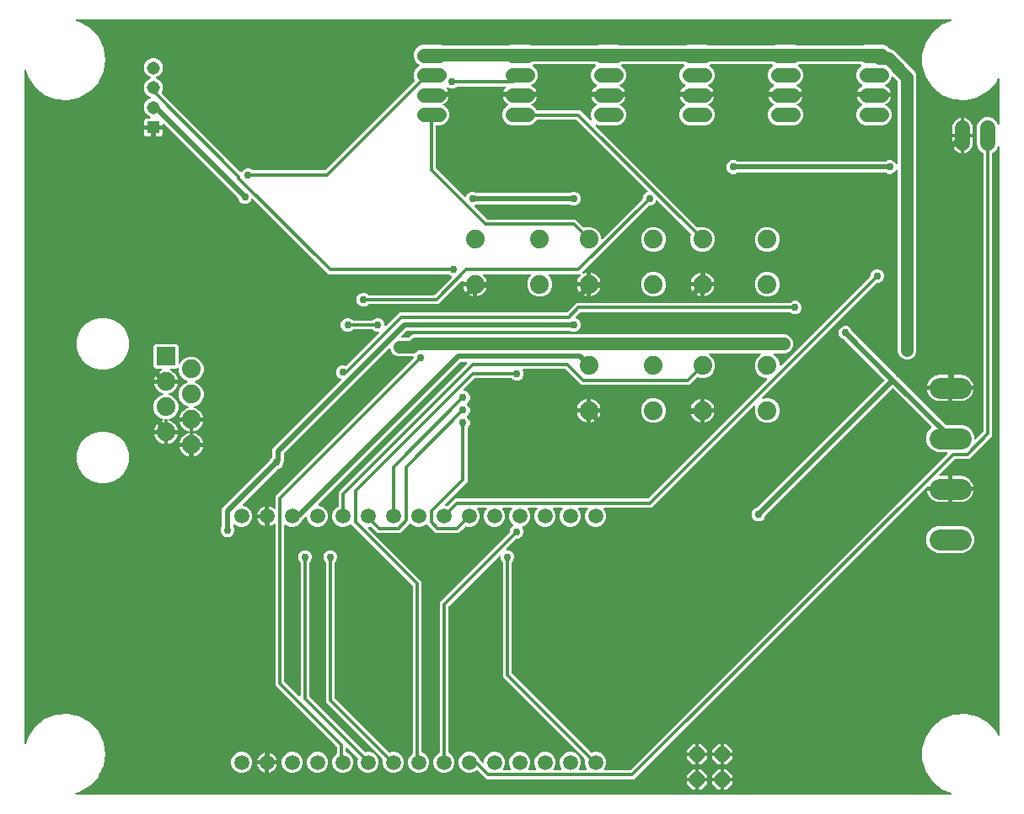
<source format=gbr>
G04 EAGLE Gerber RS-274X export*
G75*
%MOMM*%
%FSLAX34Y34*%
%LPD*%
%INBottom Copper*%
%IPPOS*%
%AMOC8*
5,1,8,0,0,1.08239X$1,22.5*%
G01*
%ADD10P,1.649562X8X22.500000*%
%ADD11C,2.095500*%
%ADD12C,1.879600*%
%ADD13C,1.508000*%
%ADD14C,1.473200*%
%ADD15R,1.308000X1.308000*%
%ADD16C,1.308000*%
%ADD17C,1.524000*%
%ADD18R,1.879600X1.879600*%
%ADD19C,0.508000*%
%ADD20C,1.270000*%
%ADD21C,0.756400*%
%ADD22C,0.304800*%

G36*
X940809Y10174D02*
X940809Y10174D01*
X940904Y10179D01*
X940949Y10194D01*
X940996Y10201D01*
X941083Y10240D01*
X941173Y10270D01*
X941212Y10297D01*
X941255Y10317D01*
X941328Y10378D01*
X941406Y10433D01*
X941436Y10470D01*
X941472Y10500D01*
X941525Y10580D01*
X941585Y10654D01*
X941604Y10698D01*
X941630Y10737D01*
X941659Y10828D01*
X941696Y10916D01*
X941701Y10963D01*
X941716Y11008D01*
X941718Y11104D01*
X941729Y11198D01*
X941722Y11245D01*
X941723Y11292D01*
X941699Y11384D01*
X941684Y11479D01*
X941663Y11522D01*
X941651Y11567D01*
X941603Y11649D01*
X941562Y11735D01*
X941530Y11771D01*
X941506Y11812D01*
X941436Y11877D01*
X941373Y11948D01*
X941338Y11970D01*
X941299Y12006D01*
X941150Y12082D01*
X941085Y12121D01*
X932185Y15614D01*
X922717Y23165D01*
X915894Y33172D01*
X912325Y44745D01*
X912325Y56855D01*
X915894Y68428D01*
X922717Y78435D01*
X932185Y85986D01*
X943459Y90411D01*
X955536Y91316D01*
X967344Y88621D01*
X977832Y82565D01*
X986069Y73687D01*
X987909Y69867D01*
X987941Y69819D01*
X987965Y69766D01*
X988020Y69701D01*
X988067Y69630D01*
X988111Y69593D01*
X988149Y69549D01*
X988219Y69502D01*
X988285Y69447D01*
X988337Y69424D01*
X988385Y69392D01*
X988466Y69366D01*
X988544Y69331D01*
X988601Y69323D01*
X988656Y69306D01*
X988741Y69304D01*
X988826Y69292D01*
X988883Y69300D01*
X988940Y69299D01*
X989023Y69320D01*
X989107Y69332D01*
X989160Y69356D01*
X989215Y69371D01*
X989289Y69414D01*
X989366Y69449D01*
X989410Y69486D01*
X989460Y69516D01*
X989518Y69578D01*
X989583Y69633D01*
X989615Y69681D01*
X989654Y69723D01*
X989693Y69799D01*
X989740Y69870D01*
X989758Y69925D01*
X989784Y69976D01*
X989795Y70045D01*
X989826Y70141D01*
X989828Y70240D01*
X989839Y70307D01*
X989839Y661321D01*
X989827Y661406D01*
X989825Y661492D01*
X989807Y661546D01*
X989799Y661603D01*
X989764Y661681D01*
X989738Y661763D01*
X989706Y661810D01*
X989683Y661862D01*
X989628Y661928D01*
X989580Y661999D01*
X989536Y662036D01*
X989500Y662079D01*
X989428Y662127D01*
X989362Y662182D01*
X989310Y662205D01*
X989263Y662237D01*
X989181Y662263D01*
X989102Y662298D01*
X989046Y662305D01*
X988992Y662323D01*
X988906Y662325D01*
X988821Y662337D01*
X988765Y662328D01*
X988708Y662330D01*
X988625Y662308D01*
X988539Y662296D01*
X988488Y662272D01*
X988433Y662258D01*
X988359Y662214D01*
X988280Y662179D01*
X988237Y662142D01*
X988188Y662113D01*
X988129Y662050D01*
X988064Y661994D01*
X988038Y661952D01*
X987994Y661905D01*
X987928Y661776D01*
X987886Y661710D01*
X986945Y659437D01*
X983943Y656435D01*
X983099Y656086D01*
X983098Y656085D01*
X983097Y656085D01*
X982980Y656015D01*
X982855Y655941D01*
X982853Y655940D01*
X982852Y655939D01*
X982757Y655838D01*
X982659Y655735D01*
X982659Y655733D01*
X982658Y655732D01*
X982593Y655607D01*
X982529Y655482D01*
X982529Y655480D01*
X982528Y655479D01*
X982526Y655464D01*
X982474Y655203D01*
X982477Y655173D01*
X982473Y655148D01*
X982473Y371168D01*
X959157Y347852D01*
X945290Y347852D01*
X945203Y347840D01*
X945116Y347837D01*
X945063Y347820D01*
X945008Y347812D01*
X944928Y347777D01*
X944845Y347750D01*
X944806Y347722D01*
X944749Y347696D01*
X944636Y347600D01*
X944572Y347555D01*
X929479Y332462D01*
X929462Y332439D01*
X929439Y332420D01*
X929376Y332326D01*
X929308Y332235D01*
X929298Y332208D01*
X929282Y332183D01*
X929247Y332075D01*
X929207Y331970D01*
X929205Y331940D01*
X929196Y331912D01*
X929193Y331799D01*
X929184Y331686D01*
X929189Y331658D01*
X929189Y331628D01*
X929217Y331519D01*
X929239Y331407D01*
X929253Y331381D01*
X929260Y331353D01*
X929318Y331256D01*
X929370Y331155D01*
X929391Y331134D01*
X929406Y331109D01*
X929488Y331031D01*
X929566Y330949D01*
X929592Y330934D01*
X929613Y330914D01*
X929714Y330863D01*
X929811Y330805D01*
X929840Y330798D01*
X929866Y330785D01*
X929943Y330772D01*
X930087Y330735D01*
X930149Y330737D01*
X930197Y330729D01*
X938019Y330729D01*
X938019Y319742D01*
X917180Y319742D01*
X917093Y319730D01*
X917006Y319727D01*
X916953Y319710D01*
X916898Y319702D01*
X916818Y319667D01*
X916735Y319640D01*
X916696Y319612D01*
X916639Y319586D01*
X916525Y319490D01*
X916462Y319445D01*
X622607Y25590D01*
X474356Y25590D01*
X471380Y28566D01*
X465528Y34418D01*
X465481Y34453D01*
X465441Y34495D01*
X465368Y34538D01*
X465301Y34588D01*
X465246Y34609D01*
X465196Y34639D01*
X465114Y34660D01*
X465035Y34690D01*
X464977Y34695D01*
X464920Y34709D01*
X464836Y34706D01*
X464752Y34713D01*
X464695Y34702D01*
X464636Y34700D01*
X464556Y34674D01*
X464473Y34657D01*
X464421Y34630D01*
X464366Y34612D01*
X464309Y34572D01*
X464221Y34526D01*
X464149Y34458D01*
X464092Y34418D01*
X463098Y33423D01*
X459206Y31811D01*
X454994Y31811D01*
X451102Y33423D01*
X448123Y36402D01*
X446511Y40294D01*
X446511Y44506D01*
X448123Y48398D01*
X451102Y51377D01*
X454994Y52989D01*
X459206Y52989D01*
X463098Y51377D01*
X466077Y48398D01*
X467128Y45861D01*
X467143Y45834D01*
X467153Y45805D01*
X467198Y45741D01*
X467272Y45616D01*
X467319Y45572D01*
X467348Y45532D01*
X470178Y42701D01*
X470202Y42684D01*
X470221Y42661D01*
X470315Y42598D01*
X470405Y42530D01*
X470433Y42520D01*
X470457Y42504D01*
X470565Y42469D01*
X470671Y42429D01*
X470700Y42427D01*
X470728Y42418D01*
X470842Y42415D01*
X470954Y42406D01*
X470983Y42411D01*
X471012Y42411D01*
X471122Y42439D01*
X471233Y42461D01*
X471259Y42475D01*
X471287Y42482D01*
X471385Y42540D01*
X471485Y42592D01*
X471507Y42613D01*
X471532Y42628D01*
X471609Y42710D01*
X471691Y42788D01*
X471706Y42814D01*
X471726Y42835D01*
X471778Y42936D01*
X471835Y43033D01*
X471842Y43062D01*
X471856Y43088D01*
X471869Y43165D01*
X471905Y43309D01*
X471903Y43371D01*
X471911Y43419D01*
X471911Y44506D01*
X473523Y48398D01*
X476502Y51377D01*
X480394Y52989D01*
X484606Y52989D01*
X488498Y51377D01*
X491477Y48398D01*
X493089Y44506D01*
X493089Y40294D01*
X491460Y36361D01*
X491440Y36332D01*
X491372Y36241D01*
X491362Y36214D01*
X491345Y36189D01*
X491311Y36081D01*
X491271Y35976D01*
X491269Y35946D01*
X491260Y35918D01*
X491257Y35805D01*
X491247Y35692D01*
X491253Y35664D01*
X491252Y35634D01*
X491281Y35525D01*
X491303Y35414D01*
X491317Y35388D01*
X491324Y35359D01*
X491382Y35262D01*
X491434Y35161D01*
X491454Y35140D01*
X491469Y35115D01*
X491552Y35037D01*
X491630Y34955D01*
X491655Y34940D01*
X491677Y34920D01*
X491777Y34869D01*
X491875Y34811D01*
X491904Y34804D01*
X491930Y34791D01*
X492007Y34778D01*
X492151Y34741D01*
X492213Y34743D01*
X492261Y34735D01*
X498139Y34735D01*
X498168Y34739D01*
X498197Y34737D01*
X498309Y34759D01*
X498421Y34775D01*
X498447Y34787D01*
X498476Y34793D01*
X498577Y34845D01*
X498680Y34891D01*
X498702Y34910D01*
X498729Y34924D01*
X498811Y35002D01*
X498897Y35075D01*
X498913Y35099D01*
X498935Y35120D01*
X498992Y35217D01*
X499055Y35312D01*
X499063Y35340D01*
X499078Y35365D01*
X499106Y35475D01*
X499140Y35583D01*
X499141Y35612D01*
X499148Y35641D01*
X499145Y35754D01*
X499148Y35867D01*
X499140Y35895D01*
X499139Y35925D01*
X499104Y36033D01*
X499076Y36142D01*
X499061Y36167D01*
X499052Y36195D01*
X499006Y36259D01*
X498931Y36386D01*
X498929Y36387D01*
X497311Y40294D01*
X497311Y44506D01*
X498923Y48398D01*
X501902Y51377D01*
X505794Y52989D01*
X510006Y52989D01*
X513898Y51377D01*
X516877Y48398D01*
X518489Y44506D01*
X518489Y40294D01*
X516860Y36361D01*
X516840Y36332D01*
X516772Y36241D01*
X516762Y36214D01*
X516745Y36189D01*
X516711Y36081D01*
X516671Y35976D01*
X516669Y35946D01*
X516660Y35918D01*
X516657Y35805D01*
X516647Y35692D01*
X516653Y35664D01*
X516652Y35634D01*
X516681Y35525D01*
X516703Y35414D01*
X516717Y35388D01*
X516724Y35359D01*
X516782Y35262D01*
X516834Y35161D01*
X516854Y35140D01*
X516869Y35115D01*
X516952Y35037D01*
X517030Y34955D01*
X517055Y34940D01*
X517077Y34920D01*
X517177Y34869D01*
X517275Y34811D01*
X517304Y34804D01*
X517330Y34791D01*
X517407Y34778D01*
X517551Y34741D01*
X517613Y34743D01*
X517661Y34735D01*
X523539Y34735D01*
X523568Y34739D01*
X523597Y34737D01*
X523709Y34759D01*
X523821Y34775D01*
X523847Y34787D01*
X523876Y34793D01*
X523977Y34845D01*
X524080Y34891D01*
X524102Y34910D01*
X524129Y34924D01*
X524211Y35002D01*
X524297Y35075D01*
X524313Y35099D01*
X524335Y35120D01*
X524392Y35217D01*
X524455Y35312D01*
X524463Y35340D01*
X524478Y35365D01*
X524506Y35475D01*
X524540Y35583D01*
X524541Y35612D01*
X524548Y35641D01*
X524545Y35754D01*
X524548Y35867D01*
X524540Y35895D01*
X524539Y35925D01*
X524504Y36033D01*
X524476Y36142D01*
X524461Y36167D01*
X524452Y36195D01*
X524406Y36259D01*
X524331Y36386D01*
X524329Y36387D01*
X522711Y40294D01*
X522711Y44506D01*
X524323Y48398D01*
X527302Y51377D01*
X531194Y52989D01*
X535406Y52989D01*
X539298Y51377D01*
X542277Y48398D01*
X543889Y44506D01*
X543889Y40294D01*
X542260Y36361D01*
X542240Y36332D01*
X542172Y36241D01*
X542162Y36214D01*
X542145Y36189D01*
X542111Y36081D01*
X542071Y35976D01*
X542069Y35946D01*
X542060Y35918D01*
X542057Y35805D01*
X542047Y35692D01*
X542053Y35664D01*
X542052Y35634D01*
X542081Y35525D01*
X542103Y35414D01*
X542117Y35388D01*
X542124Y35359D01*
X542182Y35262D01*
X542234Y35161D01*
X542254Y35140D01*
X542269Y35115D01*
X542352Y35037D01*
X542430Y34955D01*
X542455Y34940D01*
X542477Y34920D01*
X542577Y34869D01*
X542675Y34811D01*
X542704Y34804D01*
X542730Y34791D01*
X542807Y34778D01*
X542951Y34741D01*
X543013Y34743D01*
X543061Y34735D01*
X548939Y34735D01*
X548968Y34739D01*
X548997Y34737D01*
X549109Y34759D01*
X549221Y34775D01*
X549247Y34787D01*
X549276Y34793D01*
X549377Y34845D01*
X549480Y34891D01*
X549502Y34910D01*
X549529Y34924D01*
X549611Y35002D01*
X549697Y35075D01*
X549713Y35099D01*
X549735Y35120D01*
X549792Y35217D01*
X549855Y35312D01*
X549863Y35340D01*
X549878Y35365D01*
X549906Y35475D01*
X549940Y35583D01*
X549941Y35612D01*
X549948Y35641D01*
X549945Y35754D01*
X549948Y35867D01*
X549940Y35895D01*
X549939Y35925D01*
X549904Y36033D01*
X549876Y36142D01*
X549861Y36167D01*
X549852Y36195D01*
X549806Y36259D01*
X549731Y36386D01*
X549729Y36387D01*
X548111Y40294D01*
X548111Y44506D01*
X549723Y48398D01*
X552702Y51377D01*
X556594Y52989D01*
X560806Y52989D01*
X564698Y51377D01*
X567677Y48398D01*
X569289Y44506D01*
X569289Y40294D01*
X567660Y36361D01*
X567640Y36332D01*
X567572Y36241D01*
X567562Y36214D01*
X567545Y36189D01*
X567511Y36081D01*
X567471Y35976D01*
X567469Y35946D01*
X567460Y35918D01*
X567457Y35805D01*
X567447Y35692D01*
X567453Y35664D01*
X567452Y35634D01*
X567481Y35525D01*
X567503Y35414D01*
X567517Y35388D01*
X567524Y35359D01*
X567582Y35262D01*
X567634Y35161D01*
X567654Y35140D01*
X567669Y35115D01*
X567752Y35037D01*
X567830Y34955D01*
X567855Y34940D01*
X567877Y34920D01*
X567977Y34869D01*
X568075Y34811D01*
X568104Y34804D01*
X568130Y34791D01*
X568207Y34778D01*
X568351Y34741D01*
X568413Y34743D01*
X568461Y34735D01*
X574339Y34735D01*
X574368Y34739D01*
X574397Y34737D01*
X574509Y34759D01*
X574621Y34775D01*
X574647Y34787D01*
X574676Y34793D01*
X574777Y34845D01*
X574880Y34891D01*
X574902Y34910D01*
X574929Y34924D01*
X575011Y35002D01*
X575097Y35075D01*
X575113Y35099D01*
X575135Y35120D01*
X575192Y35217D01*
X575255Y35312D01*
X575263Y35340D01*
X575278Y35365D01*
X575306Y35475D01*
X575340Y35583D01*
X575341Y35612D01*
X575348Y35641D01*
X575345Y35754D01*
X575348Y35867D01*
X575340Y35895D01*
X575339Y35925D01*
X575304Y36033D01*
X575276Y36142D01*
X575261Y36167D01*
X575252Y36195D01*
X575206Y36259D01*
X575131Y36386D01*
X575129Y36387D01*
X573511Y40294D01*
X573511Y44506D01*
X573542Y44580D01*
X573542Y44582D01*
X573543Y44583D01*
X573577Y44716D01*
X573613Y44855D01*
X573613Y44857D01*
X573613Y44858D01*
X573609Y44990D01*
X573605Y45139D01*
X573604Y45141D01*
X573604Y45143D01*
X573561Y45277D01*
X573518Y45410D01*
X573517Y45412D01*
X573517Y45413D01*
X573508Y45426D01*
X573360Y45646D01*
X573336Y45666D01*
X573322Y45686D01*
X490727Y128281D01*
X490727Y243730D01*
X490720Y243778D01*
X490721Y243785D01*
X490718Y243794D01*
X490715Y243816D01*
X490712Y243904D01*
X490695Y243956D01*
X490687Y244011D01*
X490652Y244091D01*
X490625Y244174D01*
X490597Y244213D01*
X490571Y244270D01*
X490475Y244384D01*
X490430Y244447D01*
X489509Y245368D01*
X488469Y247879D01*
X488469Y249364D01*
X488465Y249393D01*
X488468Y249422D01*
X488445Y249533D01*
X488429Y249645D01*
X488417Y249672D01*
X488412Y249701D01*
X488360Y249801D01*
X488313Y249905D01*
X488294Y249927D01*
X488281Y249953D01*
X488203Y250035D01*
X488130Y250122D01*
X488105Y250138D01*
X488085Y250159D01*
X487987Y250217D01*
X487893Y250279D01*
X487865Y250288D01*
X487840Y250303D01*
X487730Y250331D01*
X487622Y250365D01*
X487592Y250366D01*
X487564Y250373D01*
X487451Y250370D01*
X487338Y250372D01*
X487309Y250365D01*
X487280Y250364D01*
X487172Y250329D01*
X487063Y250301D01*
X487037Y250286D01*
X487009Y250277D01*
X486946Y250231D01*
X486818Y250155D01*
X486775Y250110D01*
X486736Y250082D01*
X436670Y200016D01*
X436618Y199946D01*
X436558Y199882D01*
X436532Y199833D01*
X436499Y199789D01*
X436468Y199707D01*
X436428Y199629D01*
X436420Y199581D01*
X436398Y199523D01*
X436386Y199375D01*
X436373Y199298D01*
X436373Y52604D01*
X436373Y52602D01*
X436373Y52601D01*
X436393Y52460D01*
X436413Y52323D01*
X436413Y52321D01*
X436413Y52319D01*
X436471Y52192D01*
X436529Y52063D01*
X436530Y52062D01*
X436531Y52060D01*
X436622Y51953D01*
X436712Y51846D01*
X436714Y51845D01*
X436715Y51844D01*
X436728Y51836D01*
X436949Y51689D01*
X436978Y51679D01*
X436999Y51666D01*
X437698Y51377D01*
X440677Y48398D01*
X442289Y44506D01*
X442289Y40294D01*
X440677Y36402D01*
X437698Y33423D01*
X433806Y31811D01*
X429594Y31811D01*
X425702Y33423D01*
X422723Y36402D01*
X421111Y40294D01*
X421111Y44506D01*
X422723Y48398D01*
X425702Y51377D01*
X426601Y51749D01*
X426602Y51750D01*
X426603Y51750D01*
X426723Y51821D01*
X426845Y51893D01*
X426846Y51895D01*
X426848Y51895D01*
X426945Y51999D01*
X427041Y52100D01*
X427041Y52101D01*
X427042Y52103D01*
X427107Y52228D01*
X427171Y52353D01*
X427171Y52354D01*
X427172Y52356D01*
X427174Y52371D01*
X427226Y52632D01*
X427223Y52662D01*
X427227Y52687D01*
X427227Y203507D01*
X497697Y273976D01*
X497749Y274046D01*
X497809Y274110D01*
X497835Y274159D01*
X497868Y274203D01*
X497899Y274285D01*
X497939Y274363D01*
X497947Y274411D01*
X497969Y274469D01*
X497981Y274617D01*
X497994Y274694D01*
X497994Y275996D01*
X499034Y278507D01*
X501058Y280531D01*
X501071Y280547D01*
X501082Y280557D01*
X501100Y280584D01*
X501136Y280618D01*
X501179Y280691D01*
X501229Y280758D01*
X501250Y280813D01*
X501280Y280863D01*
X501300Y280945D01*
X501331Y281024D01*
X501335Y281082D01*
X501350Y281139D01*
X501347Y281223D01*
X501354Y281307D01*
X501343Y281365D01*
X501341Y281423D01*
X501315Y281503D01*
X501298Y281586D01*
X501271Y281638D01*
X501253Y281693D01*
X501213Y281750D01*
X501167Y281838D01*
X501099Y281911D01*
X501058Y281967D01*
X498923Y284102D01*
X497311Y287994D01*
X497311Y292206D01*
X498923Y296098D01*
X499732Y296907D01*
X499750Y296930D01*
X499772Y296949D01*
X499835Y297043D01*
X499903Y297134D01*
X499913Y297161D01*
X499930Y297186D01*
X499964Y297294D01*
X500004Y297399D01*
X500006Y297429D01*
X500015Y297457D01*
X500018Y297570D01*
X500028Y297683D01*
X500022Y297711D01*
X500023Y297741D01*
X499994Y297850D01*
X499972Y297962D01*
X499958Y297988D01*
X499951Y298016D01*
X499893Y298113D01*
X499841Y298214D01*
X499820Y298235D01*
X499806Y298260D01*
X499723Y298338D01*
X499645Y298420D01*
X499620Y298435D01*
X499598Y298455D01*
X499497Y298506D01*
X499400Y298564D01*
X499371Y298571D01*
X499345Y298584D01*
X499268Y298597D01*
X499124Y298634D01*
X499062Y298632D01*
X499014Y298640D01*
X491386Y298640D01*
X491357Y298636D01*
X491328Y298638D01*
X491217Y298616D01*
X491104Y298600D01*
X491078Y298588D01*
X491049Y298582D01*
X490948Y298530D01*
X490845Y298484D01*
X490823Y298465D01*
X490797Y298451D01*
X490714Y298373D01*
X490628Y298300D01*
X490612Y298276D01*
X490591Y298255D01*
X490533Y298158D01*
X490470Y298063D01*
X490462Y298035D01*
X490447Y298010D01*
X490419Y297900D01*
X490385Y297792D01*
X490384Y297763D01*
X490377Y297735D01*
X490380Y297622D01*
X490377Y297508D01*
X490385Y297480D01*
X490386Y297450D01*
X490421Y297342D01*
X490449Y297233D01*
X490464Y297208D01*
X490473Y297180D01*
X490519Y297116D01*
X490594Y296989D01*
X490640Y296946D01*
X490668Y296907D01*
X491477Y296098D01*
X493089Y292206D01*
X493089Y287994D01*
X491477Y284102D01*
X488498Y281123D01*
X484606Y279511D01*
X480394Y279511D01*
X476502Y281123D01*
X473523Y284102D01*
X471911Y287994D01*
X471911Y292206D01*
X473523Y296098D01*
X474332Y296907D01*
X474350Y296930D01*
X474372Y296949D01*
X474435Y297043D01*
X474503Y297134D01*
X474513Y297161D01*
X474530Y297186D01*
X474564Y297294D01*
X474604Y297399D01*
X474606Y297429D01*
X474615Y297457D01*
X474618Y297570D01*
X474628Y297683D01*
X474622Y297711D01*
X474623Y297741D01*
X474594Y297850D01*
X474572Y297962D01*
X474558Y297988D01*
X474551Y298016D01*
X474493Y298113D01*
X474441Y298214D01*
X474420Y298235D01*
X474406Y298260D01*
X474323Y298338D01*
X474245Y298420D01*
X474220Y298435D01*
X474198Y298455D01*
X474097Y298506D01*
X474000Y298564D01*
X473971Y298571D01*
X473945Y298584D01*
X473868Y298597D01*
X473724Y298634D01*
X473662Y298632D01*
X473614Y298640D01*
X465986Y298640D01*
X465957Y298636D01*
X465928Y298638D01*
X465817Y298616D01*
X465704Y298600D01*
X465678Y298588D01*
X465649Y298582D01*
X465548Y298530D01*
X465445Y298484D01*
X465423Y298465D01*
X465397Y298451D01*
X465314Y298373D01*
X465228Y298300D01*
X465212Y298276D01*
X465191Y298255D01*
X465133Y298158D01*
X465070Y298063D01*
X465062Y298035D01*
X465047Y298010D01*
X465019Y297900D01*
X464985Y297792D01*
X464984Y297763D01*
X464977Y297735D01*
X464980Y297622D01*
X464977Y297508D01*
X464985Y297480D01*
X464986Y297450D01*
X465021Y297342D01*
X465049Y297233D01*
X465064Y297208D01*
X465073Y297180D01*
X465119Y297116D01*
X465194Y296989D01*
X465240Y296946D01*
X465268Y296907D01*
X466077Y296098D01*
X467689Y292206D01*
X467689Y287994D01*
X466077Y284102D01*
X463098Y281123D01*
X459206Y279511D01*
X454994Y279511D01*
X453974Y279934D01*
X453973Y279934D01*
X453971Y279935D01*
X453838Y279969D01*
X453699Y280005D01*
X453697Y280004D01*
X453696Y280005D01*
X453555Y280000D01*
X453415Y279996D01*
X453413Y279996D01*
X453412Y279996D01*
X453279Y279953D01*
X453144Y279910D01*
X453143Y279909D01*
X453141Y279908D01*
X453129Y279900D01*
X452908Y279751D01*
X452888Y279728D01*
X452868Y279713D01*
X449370Y276216D01*
X446394Y273240D01*
X423556Y273240D01*
X420580Y276216D01*
X414703Y282093D01*
X414656Y282128D01*
X414616Y282170D01*
X414543Y282213D01*
X414476Y282263D01*
X414421Y282284D01*
X414371Y282314D01*
X414289Y282335D01*
X414210Y282365D01*
X414152Y282370D01*
X414095Y282384D01*
X414011Y282381D01*
X413927Y282388D01*
X413870Y282377D01*
X413811Y282375D01*
X413731Y282349D01*
X413648Y282332D01*
X413596Y282305D01*
X413541Y282287D01*
X413484Y282247D01*
X413396Y282201D01*
X413324Y282133D01*
X413267Y282093D01*
X412298Y281123D01*
X408406Y279511D01*
X404194Y279511D01*
X400302Y281123D01*
X398639Y282786D01*
X398592Y282822D01*
X398552Y282864D01*
X398479Y282907D01*
X398412Y282957D01*
X398357Y282978D01*
X398307Y283008D01*
X398225Y283028D01*
X398146Y283058D01*
X398088Y283063D01*
X398031Y283078D01*
X397947Y283075D01*
X397863Y283082D01*
X397806Y283071D01*
X397747Y283069D01*
X397667Y283043D01*
X397584Y283026D01*
X397532Y282999D01*
X397477Y282981D01*
X397420Y282941D01*
X397332Y282895D01*
X397259Y282826D01*
X397203Y282786D01*
X390633Y276216D01*
X390632Y276216D01*
X387657Y273240D01*
X364818Y273240D01*
X358751Y279307D01*
X358750Y279308D01*
X358749Y279309D01*
X358637Y279393D01*
X358524Y279478D01*
X358522Y279479D01*
X358521Y279480D01*
X358388Y279530D01*
X358258Y279579D01*
X358257Y279579D01*
X358255Y279580D01*
X358114Y279591D01*
X357975Y279603D01*
X357973Y279602D01*
X357972Y279603D01*
X357956Y279599D01*
X357696Y279547D01*
X357669Y279533D01*
X357645Y279527D01*
X357606Y279511D01*
X356469Y279511D01*
X356440Y279507D01*
X356411Y279510D01*
X356300Y279487D01*
X356188Y279471D01*
X356161Y279459D01*
X356132Y279454D01*
X356032Y279402D01*
X355928Y279355D01*
X355906Y279336D01*
X355880Y279323D01*
X355798Y279245D01*
X355711Y279172D01*
X355695Y279147D01*
X355674Y279127D01*
X355616Y279029D01*
X355554Y278935D01*
X355545Y278907D01*
X355530Y278882D01*
X355502Y278772D01*
X355468Y278664D01*
X355467Y278634D01*
X355460Y278606D01*
X355463Y278493D01*
X355461Y278380D01*
X355468Y278351D01*
X355469Y278322D01*
X355504Y278214D01*
X355532Y278105D01*
X355547Y278079D01*
X355556Y278051D01*
X355602Y277988D01*
X355678Y277860D01*
X355723Y277817D01*
X355751Y277778D01*
X409385Y224144D01*
X409385Y53262D01*
X409385Y53260D01*
X409385Y53258D01*
X409405Y53118D01*
X409425Y52980D01*
X409426Y52979D01*
X409426Y52977D01*
X409483Y52851D01*
X409541Y52721D01*
X409542Y52719D01*
X409543Y52718D01*
X409634Y52611D01*
X409725Y52504D01*
X409726Y52503D01*
X409727Y52502D01*
X409740Y52493D01*
X409962Y52346D01*
X409991Y52337D01*
X410012Y52324D01*
X412298Y51377D01*
X415277Y48398D01*
X416889Y44506D01*
X416889Y40294D01*
X415277Y36402D01*
X412298Y33423D01*
X408406Y31811D01*
X404194Y31811D01*
X400302Y33423D01*
X397323Y36402D01*
X395711Y40294D01*
X395711Y44506D01*
X397323Y48398D01*
X399942Y51017D01*
X399995Y51087D01*
X400055Y51151D01*
X400080Y51200D01*
X400113Y51244D01*
X400144Y51326D01*
X400184Y51404D01*
X400192Y51452D01*
X400215Y51510D01*
X400223Y51608D01*
X400226Y51618D01*
X400227Y51658D01*
X400240Y51735D01*
X400240Y219935D01*
X400228Y220022D01*
X400225Y220109D01*
X400208Y220162D01*
X400200Y220217D01*
X400164Y220297D01*
X400137Y220380D01*
X400109Y220419D01*
X400084Y220476D01*
X399988Y220590D01*
X399942Y220653D01*
X341303Y279292D01*
X338503Y282093D01*
X338456Y282128D01*
X338416Y282170D01*
X338343Y282213D01*
X338276Y282263D01*
X338221Y282284D01*
X338171Y282314D01*
X338089Y282335D01*
X338010Y282365D01*
X337952Y282370D01*
X337895Y282384D01*
X337811Y282381D01*
X337727Y282388D01*
X337670Y282377D01*
X337611Y282375D01*
X337531Y282349D01*
X337448Y282332D01*
X337396Y282305D01*
X337341Y282287D01*
X337284Y282247D01*
X337196Y282201D01*
X337124Y282133D01*
X337067Y282093D01*
X336098Y281123D01*
X332206Y279511D01*
X327994Y279511D01*
X324102Y281123D01*
X321123Y284102D01*
X319511Y287994D01*
X319511Y292206D01*
X321123Y296098D01*
X324102Y299077D01*
X325001Y299449D01*
X325002Y299450D01*
X325003Y299450D01*
X325124Y299522D01*
X325245Y299593D01*
X325246Y299595D01*
X325248Y299595D01*
X325345Y299699D01*
X325441Y299800D01*
X325441Y299801D01*
X325442Y299803D01*
X325504Y299923D01*
X325571Y300053D01*
X325571Y300054D01*
X325572Y300056D01*
X325574Y300071D01*
X325626Y300332D01*
X325623Y300362D01*
X325627Y300387D01*
X325627Y314632D01*
X454524Y443528D01*
X454541Y443552D01*
X454564Y443571D01*
X454627Y443665D01*
X454695Y443755D01*
X454705Y443783D01*
X454721Y443807D01*
X454756Y443915D01*
X454796Y444021D01*
X454798Y444050D01*
X454807Y444078D01*
X454810Y444192D01*
X454819Y444304D01*
X454814Y444333D01*
X454814Y444362D01*
X454786Y444472D01*
X454764Y444583D01*
X454750Y444609D01*
X454743Y444637D01*
X454685Y444735D01*
X454633Y444835D01*
X454612Y444857D01*
X454597Y444882D01*
X454515Y444959D01*
X454437Y445041D01*
X454411Y445056D01*
X454390Y445076D01*
X454289Y445128D01*
X454192Y445185D01*
X454163Y445192D01*
X454137Y445206D01*
X454060Y445219D01*
X453916Y445255D01*
X453854Y445253D01*
X453806Y445261D01*
X448823Y445261D01*
X448736Y445249D01*
X448649Y445246D01*
X448596Y445229D01*
X448541Y445221D01*
X448462Y445186D01*
X448378Y445159D01*
X448339Y445131D01*
X448282Y445105D01*
X448169Y445009D01*
X448105Y444964D01*
X305563Y302422D01*
X305545Y302398D01*
X305523Y302379D01*
X305460Y302285D01*
X305392Y302195D01*
X305382Y302167D01*
X305365Y302143D01*
X305331Y302035D01*
X305291Y301929D01*
X305288Y301900D01*
X305280Y301872D01*
X305277Y301758D01*
X305267Y301646D01*
X305273Y301617D01*
X305272Y301588D01*
X305301Y301478D01*
X305323Y301367D01*
X305337Y301341D01*
X305344Y301313D01*
X305402Y301215D01*
X305454Y301115D01*
X305474Y301093D01*
X305489Y301068D01*
X305572Y300991D01*
X305650Y300909D01*
X305675Y300894D01*
X305697Y300874D01*
X305798Y300822D01*
X305895Y300765D01*
X305924Y300758D01*
X305950Y300744D01*
X306027Y300731D01*
X306171Y300695D01*
X306233Y300697D01*
X306281Y300689D01*
X306806Y300689D01*
X310698Y299077D01*
X313677Y296098D01*
X315289Y292206D01*
X315289Y287994D01*
X313677Y284102D01*
X310698Y281123D01*
X306806Y279511D01*
X302594Y279511D01*
X298702Y281123D01*
X295723Y284102D01*
X294111Y287994D01*
X294111Y288519D01*
X294107Y288548D01*
X294110Y288577D01*
X294087Y288688D01*
X294071Y288801D01*
X294059Y288827D01*
X294054Y288856D01*
X294001Y288957D01*
X293955Y289060D01*
X293936Y289082D01*
X293923Y289108D01*
X293845Y289191D01*
X293772Y289277D01*
X293747Y289293D01*
X293727Y289315D01*
X293629Y289372D01*
X293535Y289435D01*
X293507Y289443D01*
X293482Y289458D01*
X293372Y289486D01*
X293264Y289520D01*
X293234Y289521D01*
X293206Y289528D01*
X293093Y289525D01*
X292980Y289528D01*
X292951Y289520D01*
X292922Y289519D01*
X292814Y289484D01*
X292705Y289456D01*
X292679Y289441D01*
X292651Y289432D01*
X292588Y289386D01*
X292460Y289311D01*
X292417Y289265D01*
X292378Y289237D01*
X289150Y286009D01*
X289133Y285987D01*
X289112Y285969D01*
X289111Y285967D01*
X289108Y285964D01*
X289089Y285934D01*
X289054Y285881D01*
X288979Y285782D01*
X288968Y285752D01*
X288955Y285732D01*
X288946Y285706D01*
X288930Y285680D01*
X288277Y284102D01*
X285298Y281123D01*
X281406Y279511D01*
X277194Y279511D01*
X273302Y281123D01*
X273006Y281419D01*
X272982Y281437D01*
X272963Y281459D01*
X272869Y281522D01*
X272779Y281590D01*
X272751Y281601D01*
X272727Y281617D01*
X272619Y281651D01*
X272513Y281692D01*
X272484Y281694D01*
X272456Y281703D01*
X272343Y281706D01*
X272230Y281715D01*
X272201Y281709D01*
X272172Y281710D01*
X272062Y281681D01*
X271951Y281659D01*
X271925Y281646D01*
X271897Y281638D01*
X271799Y281580D01*
X271699Y281528D01*
X271677Y281508D01*
X271652Y281493D01*
X271575Y281410D01*
X271493Y281332D01*
X271478Y281307D01*
X271458Y281286D01*
X271406Y281185D01*
X271349Y281087D01*
X271342Y281059D01*
X271328Y281033D01*
X271315Y280955D01*
X271279Y280812D01*
X271281Y280749D01*
X271273Y280702D01*
X271273Y124552D01*
X271285Y124466D01*
X271288Y124378D01*
X271305Y124325D01*
X271313Y124271D01*
X271348Y124191D01*
X271375Y124108D01*
X271403Y124068D01*
X271429Y124011D01*
X271525Y123898D01*
X271570Y123834D01*
X285794Y109610D01*
X285818Y109593D01*
X285837Y109570D01*
X285931Y109507D01*
X286021Y109439D01*
X286049Y109429D01*
X286073Y109413D01*
X286181Y109378D01*
X286287Y109338D01*
X286316Y109336D01*
X286344Y109327D01*
X286458Y109324D01*
X286570Y109315D01*
X286599Y109320D01*
X286628Y109320D01*
X286738Y109348D01*
X286849Y109370D01*
X286875Y109384D01*
X286903Y109391D01*
X287001Y109449D01*
X287101Y109501D01*
X287123Y109522D01*
X287148Y109537D01*
X287225Y109619D01*
X287307Y109697D01*
X287322Y109723D01*
X287342Y109744D01*
X287394Y109845D01*
X287451Y109942D01*
X287458Y109971D01*
X287472Y109997D01*
X287485Y110074D01*
X287521Y110218D01*
X287519Y110280D01*
X287527Y110328D01*
X287527Y243730D01*
X287520Y243778D01*
X287521Y243785D01*
X287518Y243794D01*
X287515Y243816D01*
X287512Y243904D01*
X287495Y243956D01*
X287487Y244011D01*
X287452Y244091D01*
X287425Y244174D01*
X287397Y244213D01*
X287371Y244271D01*
X287275Y244384D01*
X287230Y244448D01*
X286309Y245368D01*
X285269Y247879D01*
X285269Y250596D01*
X286309Y253107D01*
X288231Y255028D01*
X290741Y256068D01*
X293459Y256068D01*
X295969Y255028D01*
X297891Y253107D01*
X298931Y250596D01*
X298931Y247879D01*
X297891Y245368D01*
X296970Y244448D01*
X296918Y244378D01*
X296858Y244314D01*
X296832Y244265D01*
X296799Y244220D01*
X296768Y244139D01*
X296728Y244061D01*
X296720Y244013D01*
X296698Y243955D01*
X296689Y243842D01*
X296687Y243836D01*
X296686Y243811D01*
X296686Y243807D01*
X296673Y243730D01*
X296673Y108677D01*
X296685Y108591D01*
X296688Y108503D01*
X296705Y108450D01*
X296713Y108396D01*
X296748Y108316D01*
X296775Y108233D01*
X296803Y108193D01*
X296829Y108136D01*
X296917Y108032D01*
X296934Y108004D01*
X296947Y107992D01*
X296970Y107959D01*
X351887Y53043D01*
X351888Y53042D01*
X351889Y53041D01*
X352007Y52952D01*
X352114Y52872D01*
X352115Y52871D01*
X352116Y52870D01*
X352250Y52820D01*
X352379Y52771D01*
X352381Y52771D01*
X352382Y52770D01*
X352521Y52759D01*
X352663Y52747D01*
X352664Y52747D01*
X352666Y52747D01*
X352681Y52751D01*
X352941Y52803D01*
X352969Y52817D01*
X352993Y52823D01*
X353394Y52989D01*
X357606Y52989D01*
X361498Y51377D01*
X364477Y48398D01*
X366089Y44506D01*
X366089Y40294D01*
X364477Y36402D01*
X361498Y33423D01*
X357606Y31811D01*
X353394Y31811D01*
X349502Y33423D01*
X346523Y36402D01*
X344911Y40294D01*
X344911Y44506D01*
X345407Y45703D01*
X345407Y45704D01*
X345408Y45705D01*
X345442Y45840D01*
X345478Y45978D01*
X345478Y45979D01*
X345478Y45981D01*
X345474Y46122D01*
X345470Y46262D01*
X345469Y46264D01*
X345469Y46265D01*
X345426Y46398D01*
X345383Y46533D01*
X345382Y46534D01*
X345382Y46536D01*
X345373Y46548D01*
X345225Y46769D01*
X345201Y46789D01*
X345187Y46809D01*
X334918Y57077D01*
X334895Y57095D01*
X334876Y57117D01*
X334781Y57180D01*
X334691Y57248D01*
X334664Y57259D01*
X334639Y57275D01*
X334531Y57309D01*
X334426Y57349D01*
X334396Y57352D01*
X334368Y57361D01*
X334255Y57364D01*
X334142Y57373D01*
X334114Y57367D01*
X334084Y57368D01*
X333975Y57339D01*
X333863Y57317D01*
X333837Y57304D01*
X333809Y57296D01*
X333712Y57238D01*
X333611Y57186D01*
X333590Y57166D01*
X333565Y57151D01*
X333487Y57068D01*
X333405Y56990D01*
X333390Y56965D01*
X333370Y56944D01*
X333319Y56843D01*
X333261Y56745D01*
X333254Y56717D01*
X333241Y56690D01*
X333228Y56613D01*
X333191Y56470D01*
X333193Y56407D01*
X333185Y56359D01*
X333185Y53262D01*
X333185Y53260D01*
X333185Y53258D01*
X333205Y53118D01*
X333225Y52980D01*
X333226Y52979D01*
X333226Y52977D01*
X333283Y52851D01*
X333341Y52721D01*
X333342Y52719D01*
X333343Y52718D01*
X333434Y52611D01*
X333525Y52504D01*
X333526Y52503D01*
X333527Y52502D01*
X333540Y52493D01*
X333762Y52346D01*
X333791Y52337D01*
X333812Y52324D01*
X336098Y51377D01*
X339077Y48398D01*
X340689Y44506D01*
X340689Y40294D01*
X339077Y36402D01*
X336098Y33423D01*
X332206Y31811D01*
X327994Y31811D01*
X324102Y33423D01*
X321123Y36402D01*
X319511Y40294D01*
X319511Y44506D01*
X321123Y48398D01*
X323742Y51017D01*
X323795Y51087D01*
X323855Y51151D01*
X323880Y51200D01*
X323913Y51244D01*
X323944Y51326D01*
X323984Y51404D01*
X323992Y51452D01*
X324015Y51510D01*
X324023Y51608D01*
X324026Y51618D01*
X324027Y51658D01*
X324040Y51735D01*
X324040Y58010D01*
X324028Y58097D01*
X324025Y58184D01*
X324008Y58237D01*
X324000Y58292D01*
X323964Y58372D01*
X323937Y58455D01*
X323909Y58494D01*
X323884Y58551D01*
X323788Y58665D01*
X323742Y58728D01*
X262127Y120343D01*
X262127Y281624D01*
X262114Y281716D01*
X262111Y281808D01*
X262095Y281856D01*
X262087Y281906D01*
X262050Y281990D01*
X262021Y282077D01*
X261992Y282119D01*
X261971Y282165D01*
X261912Y282236D01*
X261860Y282311D01*
X261820Y282344D01*
X261788Y282382D01*
X261711Y282433D01*
X261640Y282492D01*
X261593Y282512D01*
X261551Y282540D01*
X261463Y282568D01*
X261379Y282604D01*
X261328Y282610D01*
X261280Y282626D01*
X261188Y282628D01*
X261097Y282640D01*
X261046Y282632D01*
X260996Y282633D01*
X260907Y282610D01*
X260816Y282596D01*
X260776Y282576D01*
X260721Y282561D01*
X260584Y282480D01*
X260515Y282446D01*
X259183Y281478D01*
X257770Y280758D01*
X256261Y280267D01*
X255931Y280215D01*
X255931Y289084D01*
X255923Y289142D01*
X255925Y289200D01*
X255903Y289282D01*
X255891Y289365D01*
X255867Y289419D01*
X255853Y289475D01*
X255810Y289548D01*
X255775Y289625D01*
X255737Y289669D01*
X255707Y289720D01*
X255646Y289777D01*
X255591Y289842D01*
X255543Y289874D01*
X255500Y289914D01*
X255425Y289953D01*
X255355Y289999D01*
X255299Y290017D01*
X255247Y290044D01*
X255179Y290055D01*
X255084Y290085D01*
X254984Y290088D01*
X254916Y290099D01*
X253899Y290099D01*
X253899Y290101D01*
X254916Y290101D01*
X254974Y290109D01*
X255032Y290108D01*
X255114Y290129D01*
X255197Y290141D01*
X255251Y290165D01*
X255307Y290179D01*
X255380Y290222D01*
X255457Y290257D01*
X255502Y290295D01*
X255552Y290325D01*
X255610Y290386D01*
X255674Y290441D01*
X255706Y290489D01*
X255746Y290532D01*
X255785Y290607D01*
X255831Y290677D01*
X255849Y290733D01*
X255876Y290785D01*
X255887Y290853D01*
X255917Y290948D01*
X255920Y291048D01*
X255931Y291116D01*
X255931Y299985D01*
X256261Y299933D01*
X257770Y299442D01*
X259183Y298722D01*
X260515Y297754D01*
X260597Y297711D01*
X260673Y297660D01*
X260722Y297645D01*
X260766Y297621D01*
X260856Y297602D01*
X260944Y297574D01*
X260995Y297573D01*
X261045Y297563D01*
X261136Y297569D01*
X261228Y297567D01*
X261277Y297580D01*
X261328Y297584D01*
X261415Y297616D01*
X261503Y297639D01*
X261547Y297665D01*
X261595Y297682D01*
X261669Y297737D01*
X261748Y297784D01*
X261783Y297821D01*
X261823Y297851D01*
X261879Y297924D01*
X261942Y297991D01*
X261965Y298037D01*
X261996Y298077D01*
X262030Y298162D01*
X262072Y298244D01*
X262079Y298288D01*
X262100Y298342D01*
X262115Y298499D01*
X262127Y298576D01*
X262127Y309869D01*
X400859Y448601D01*
X400912Y448671D01*
X400972Y448735D01*
X400997Y448784D01*
X401030Y448828D01*
X401061Y448910D01*
X401101Y448988D01*
X401109Y449036D01*
X401132Y449094D01*
X401144Y449242D01*
X401157Y449319D01*
X401157Y449961D01*
X401149Y450019D01*
X401150Y450077D01*
X401129Y450159D01*
X401117Y450243D01*
X401093Y450296D01*
X401078Y450352D01*
X401035Y450425D01*
X401001Y450502D01*
X400963Y450547D01*
X400933Y450597D01*
X400871Y450655D01*
X400817Y450719D01*
X400768Y450751D01*
X400726Y450791D01*
X400651Y450830D01*
X400580Y450877D01*
X400525Y450894D01*
X400473Y450921D01*
X400405Y450932D01*
X400309Y450962D01*
X400210Y450965D01*
X400142Y450976D01*
X385480Y450976D01*
X382026Y452407D01*
X379382Y455051D01*
X377938Y458537D01*
X377880Y458636D01*
X377827Y458738D01*
X377808Y458758D01*
X377794Y458782D01*
X377710Y458860D01*
X377631Y458944D01*
X377607Y458958D01*
X377587Y458977D01*
X377485Y459029D01*
X377386Y459088D01*
X377359Y459094D01*
X377334Y459107D01*
X377221Y459129D01*
X377110Y459158D01*
X377083Y459157D01*
X377055Y459162D01*
X376941Y459152D01*
X376826Y459149D01*
X376800Y459140D01*
X376772Y459138D01*
X376665Y459096D01*
X376556Y459061D01*
X376535Y459047D01*
X376507Y459036D01*
X376295Y458875D01*
X376282Y458866D01*
X270999Y353582D01*
X270946Y353513D01*
X270886Y353449D01*
X270861Y353399D01*
X270828Y353355D01*
X270797Y353274D01*
X270757Y353196D01*
X270749Y353148D01*
X270726Y353090D01*
X270714Y352942D01*
X270701Y352865D01*
X270701Y344963D01*
X270433Y344316D01*
X270425Y344286D01*
X270411Y344258D01*
X270398Y344181D01*
X270362Y344040D01*
X270364Y343976D01*
X270356Y343927D01*
X270356Y343129D01*
X269316Y340618D01*
X267394Y338697D01*
X264848Y337642D01*
X264844Y337642D01*
X264792Y337625D01*
X264737Y337617D01*
X264657Y337581D01*
X264574Y337554D01*
X264535Y337526D01*
X264478Y337501D01*
X264364Y337405D01*
X264301Y337359D01*
X229363Y302422D01*
X229345Y302398D01*
X229323Y302379D01*
X229260Y302285D01*
X229192Y302195D01*
X229182Y302167D01*
X229165Y302143D01*
X229131Y302035D01*
X229091Y301929D01*
X229088Y301900D01*
X229080Y301872D01*
X229077Y301758D01*
X229067Y301646D01*
X229073Y301617D01*
X229072Y301588D01*
X229101Y301478D01*
X229123Y301367D01*
X229137Y301341D01*
X229144Y301313D01*
X229202Y301215D01*
X229254Y301115D01*
X229274Y301093D01*
X229289Y301068D01*
X229372Y300991D01*
X229450Y300909D01*
X229475Y300894D01*
X229497Y300874D01*
X229598Y300822D01*
X229695Y300765D01*
X229724Y300758D01*
X229750Y300744D01*
X229827Y300731D01*
X229971Y300695D01*
X230033Y300697D01*
X230081Y300689D01*
X230606Y300689D01*
X234498Y299077D01*
X237477Y296098D01*
X239089Y292206D01*
X239089Y287994D01*
X237477Y284102D01*
X234498Y281123D01*
X230606Y279511D01*
X226394Y279511D01*
X222502Y281123D01*
X221634Y281991D01*
X221611Y282009D01*
X221592Y282031D01*
X221498Y282094D01*
X221407Y282162D01*
X221380Y282172D01*
X221355Y282189D01*
X221247Y282223D01*
X221142Y282263D01*
X221112Y282265D01*
X221084Y282274D01*
X220971Y282277D01*
X220858Y282287D01*
X220830Y282281D01*
X220800Y282282D01*
X220691Y282253D01*
X220579Y282231D01*
X220553Y282217D01*
X220525Y282210D01*
X220428Y282152D01*
X220327Y282100D01*
X220306Y282079D01*
X220281Y282065D01*
X220203Y281982D01*
X220121Y281904D01*
X220106Y281879D01*
X220086Y281857D01*
X220035Y281756D01*
X219977Y281659D01*
X219970Y281630D01*
X219957Y281604D01*
X219944Y281527D01*
X219907Y281383D01*
X219909Y281321D01*
X219901Y281273D01*
X219901Y280717D01*
X219913Y280630D01*
X219916Y280543D01*
X219933Y280490D01*
X219941Y280435D01*
X219977Y280356D01*
X220004Y280272D01*
X220032Y280233D01*
X220057Y280176D01*
X220081Y280148D01*
X221143Y277584D01*
X221143Y274866D01*
X220103Y272356D01*
X218182Y270434D01*
X215671Y269394D01*
X212954Y269394D01*
X210443Y270434D01*
X208522Y272356D01*
X207482Y274866D01*
X207482Y277584D01*
X208537Y280130D01*
X208539Y280133D01*
X208564Y280182D01*
X208597Y280226D01*
X208628Y280308D01*
X208668Y280386D01*
X208676Y280433D01*
X208699Y280492D01*
X208711Y280640D01*
X208724Y280717D01*
X208724Y296387D01*
X209575Y298441D01*
X211290Y300156D01*
X256397Y345263D01*
X256449Y345333D01*
X256509Y345397D01*
X256535Y345446D01*
X256568Y345490D01*
X256599Y345572D01*
X256639Y345650D01*
X256647Y345697D01*
X256669Y345756D01*
X256672Y345793D01*
X257734Y348357D01*
X259226Y349849D01*
X259279Y349919D01*
X259339Y349983D01*
X259364Y350032D01*
X259397Y350076D01*
X259428Y350158D01*
X259468Y350236D01*
X259476Y350283D01*
X259499Y350342D01*
X259511Y350490D01*
X259524Y350567D01*
X259524Y356712D01*
X260375Y358766D01*
X328412Y426803D01*
X328481Y426894D01*
X328555Y426982D01*
X328566Y427008D01*
X328583Y427030D01*
X328623Y427137D01*
X328670Y427242D01*
X328674Y427270D01*
X328684Y427296D01*
X328693Y427410D01*
X328709Y427524D01*
X328705Y427551D01*
X328707Y427579D01*
X328685Y427691D01*
X328668Y427805D01*
X328657Y427831D01*
X328651Y427858D01*
X328599Y427960D01*
X328551Y428064D01*
X328533Y428085D01*
X328520Y428110D01*
X328441Y428193D01*
X328367Y428281D01*
X328346Y428294D01*
X328325Y428316D01*
X328095Y428451D01*
X328082Y428459D01*
X326331Y429184D01*
X324409Y431106D01*
X323369Y433616D01*
X323369Y436334D01*
X324409Y438844D01*
X326331Y440766D01*
X328841Y441806D01*
X331559Y441806D01*
X332474Y441427D01*
X332475Y441426D01*
X332477Y441426D01*
X332611Y441391D01*
X332749Y441356D01*
X332751Y441356D01*
X332752Y441355D01*
X332893Y441360D01*
X333033Y441364D01*
X333035Y441364D01*
X333036Y441365D01*
X333169Y441407D01*
X333304Y441451D01*
X333305Y441452D01*
X333307Y441452D01*
X333319Y441461D01*
X333540Y441609D01*
X333560Y441632D01*
X333580Y441647D01*
X365969Y474036D01*
X365987Y474060D01*
X366009Y474079D01*
X366072Y474173D01*
X366140Y474263D01*
X366151Y474291D01*
X366167Y474315D01*
X366201Y474423D01*
X366241Y474529D01*
X366244Y474558D01*
X366253Y474586D01*
X366256Y474700D01*
X366265Y474812D01*
X366259Y474841D01*
X366260Y474870D01*
X366231Y474980D01*
X366209Y475091D01*
X366196Y475117D01*
X366188Y475145D01*
X366130Y475243D01*
X366078Y475343D01*
X366058Y475365D01*
X366043Y475390D01*
X365960Y475467D01*
X365882Y475549D01*
X365857Y475564D01*
X365836Y475584D01*
X365735Y475636D01*
X365637Y475693D01*
X365609Y475700D01*
X365582Y475714D01*
X365505Y475727D01*
X365362Y475763D01*
X365299Y475761D01*
X365251Y475769D01*
X363766Y475769D01*
X361256Y476809D01*
X360335Y477730D01*
X360265Y477782D01*
X360201Y477842D01*
X360152Y477868D01*
X360108Y477901D01*
X360026Y477932D01*
X359948Y477972D01*
X359901Y477980D01*
X359842Y478002D01*
X359694Y478014D01*
X359617Y478027D01*
X340470Y478027D01*
X340384Y478015D01*
X340296Y478012D01*
X340244Y477995D01*
X340189Y477987D01*
X340109Y477952D01*
X340026Y477925D01*
X339987Y477897D01*
X339930Y477871D01*
X339816Y477775D01*
X339753Y477730D01*
X338832Y476809D01*
X336321Y475769D01*
X333604Y475769D01*
X331093Y476809D01*
X329172Y478731D01*
X328132Y481241D01*
X328132Y483959D01*
X329172Y486469D01*
X331093Y488391D01*
X333604Y489431D01*
X336321Y489431D01*
X338832Y488391D01*
X339753Y487470D01*
X339822Y487418D01*
X339886Y487358D01*
X339936Y487332D01*
X339980Y487299D01*
X340061Y487268D01*
X340139Y487228D01*
X340187Y487220D01*
X340245Y487198D01*
X340393Y487186D01*
X340470Y487173D01*
X359617Y487173D01*
X359704Y487185D01*
X359791Y487188D01*
X359844Y487205D01*
X359899Y487213D01*
X359978Y487248D01*
X360062Y487275D01*
X360101Y487303D01*
X360158Y487329D01*
X360271Y487425D01*
X360335Y487470D01*
X361256Y488391D01*
X363766Y489431D01*
X366484Y489431D01*
X368994Y488391D01*
X370916Y486469D01*
X371956Y483959D01*
X371956Y482474D01*
X371960Y482444D01*
X371957Y482415D01*
X371980Y482304D01*
X371996Y482192D01*
X372008Y482165D01*
X372013Y482137D01*
X372065Y482036D01*
X372112Y481933D01*
X372131Y481910D01*
X372144Y481884D01*
X372222Y481802D01*
X372295Y481716D01*
X372320Y481699D01*
X372340Y481678D01*
X372438Y481621D01*
X372532Y481558D01*
X372560Y481549D01*
X372585Y481534D01*
X372695Y481507D01*
X372803Y481472D01*
X372833Y481472D01*
X372861Y481464D01*
X372974Y481468D01*
X373087Y481465D01*
X373116Y481472D01*
X373145Y481473D01*
X373253Y481508D01*
X373362Y481537D01*
X373388Y481552D01*
X373416Y481561D01*
X373479Y481606D01*
X373607Y481682D01*
X373650Y481728D01*
X373689Y481756D01*
X384067Y492134D01*
X384068Y492134D01*
X387043Y495110D01*
X554898Y495110D01*
X554984Y495122D01*
X555072Y495125D01*
X555125Y495142D01*
X555179Y495150D01*
X555259Y495186D01*
X555342Y495213D01*
X555382Y495241D01*
X555439Y495266D01*
X555552Y495362D01*
X555616Y495408D01*
X564843Y504635D01*
X778717Y504635D01*
X778804Y504647D01*
X778891Y504650D01*
X778944Y504667D01*
X778999Y504675D01*
X779078Y504711D01*
X779162Y504738D01*
X779201Y504766D01*
X779258Y504791D01*
X779371Y504887D01*
X779435Y504933D01*
X780356Y505853D01*
X782866Y506893D01*
X785584Y506893D01*
X788094Y505853D01*
X790016Y503932D01*
X791056Y501421D01*
X791056Y498704D01*
X790016Y496193D01*
X788094Y494272D01*
X785584Y493232D01*
X782866Y493232D01*
X780356Y494272D01*
X779435Y495192D01*
X779365Y495245D01*
X779301Y495305D01*
X779252Y495330D01*
X779208Y495363D01*
X779126Y495394D01*
X779048Y495434D01*
X779001Y495442D01*
X778942Y495465D01*
X778794Y495477D01*
X778717Y495490D01*
X569052Y495490D01*
X568966Y495478D01*
X568878Y495475D01*
X568825Y495458D01*
X568771Y495450D01*
X568691Y495414D01*
X568608Y495387D01*
X568568Y495359D01*
X568511Y495334D01*
X568398Y495238D01*
X568334Y495192D01*
X563870Y490728D01*
X563801Y490636D01*
X563727Y490548D01*
X563716Y490523D01*
X563699Y490501D01*
X563658Y490394D01*
X563611Y490289D01*
X563608Y490261D01*
X563598Y490235D01*
X563588Y490121D01*
X563573Y490007D01*
X563576Y489979D01*
X563574Y489952D01*
X563597Y489839D01*
X563613Y489726D01*
X563625Y489700D01*
X563630Y489673D01*
X563683Y489571D01*
X563730Y489467D01*
X563748Y489445D01*
X563761Y489421D01*
X563840Y489338D01*
X563915Y489250D01*
X563936Y489237D01*
X563957Y489215D01*
X564187Y489080D01*
X564199Y489072D01*
X565844Y488391D01*
X567766Y486469D01*
X568806Y483959D01*
X568806Y481241D01*
X567766Y478731D01*
X565844Y476809D01*
X563334Y475769D01*
X560616Y475769D01*
X558070Y476824D01*
X558067Y476826D01*
X558018Y476852D01*
X557974Y476885D01*
X557892Y476916D01*
X557814Y476956D01*
X557767Y476964D01*
X557708Y476986D01*
X557560Y476998D01*
X557483Y477011D01*
X394848Y477011D01*
X394761Y476999D01*
X394674Y476996D01*
X394621Y476979D01*
X394566Y476971D01*
X394487Y476936D01*
X394403Y476909D01*
X394364Y476881D01*
X394307Y476855D01*
X394194Y476759D01*
X394130Y476714D01*
X388923Y471507D01*
X388905Y471483D01*
X388883Y471464D01*
X388820Y471370D01*
X388752Y471280D01*
X388742Y471252D01*
X388725Y471228D01*
X388691Y471120D01*
X388651Y471014D01*
X388648Y470985D01*
X388640Y470957D01*
X388637Y470843D01*
X388627Y470731D01*
X388633Y470702D01*
X388632Y470673D01*
X388661Y470563D01*
X388683Y470452D01*
X388697Y470426D01*
X388704Y470398D01*
X388762Y470300D01*
X388814Y470200D01*
X388834Y470178D01*
X388849Y470153D01*
X388932Y470076D01*
X389010Y469994D01*
X389035Y469979D01*
X389057Y469959D01*
X389158Y469907D01*
X389255Y469850D01*
X389284Y469843D01*
X389310Y469829D01*
X389387Y469816D01*
X389531Y469780D01*
X389593Y469782D01*
X389641Y469774D01*
X395736Y469774D01*
X395823Y469786D01*
X395910Y469789D01*
X395963Y469806D01*
X396018Y469814D01*
X396098Y469849D01*
X396181Y469876D01*
X396220Y469904D01*
X396277Y469930D01*
X396391Y470026D01*
X396454Y470071D01*
X397901Y471518D01*
X401355Y472949D01*
X774982Y472949D01*
X778437Y471518D01*
X781080Y468874D01*
X782511Y465420D01*
X782511Y461680D01*
X781080Y458226D01*
X778437Y455582D01*
X774982Y454151D01*
X763995Y454151D01*
X763910Y454139D01*
X763824Y454137D01*
X763770Y454119D01*
X763714Y454111D01*
X763635Y454076D01*
X763553Y454050D01*
X763506Y454018D01*
X763454Y453995D01*
X763389Y453939D01*
X763317Y453891D01*
X763280Y453848D01*
X763237Y453812D01*
X763190Y453740D01*
X763134Y453674D01*
X763111Y453622D01*
X763080Y453575D01*
X763054Y453493D01*
X763019Y453414D01*
X763011Y453358D01*
X762994Y453304D01*
X762992Y453218D01*
X762980Y453132D01*
X762988Y453076D01*
X762987Y453020D01*
X763008Y452936D01*
X763021Y452851D01*
X763044Y452799D01*
X763059Y452745D01*
X763103Y452671D01*
X763138Y452592D01*
X763175Y452549D01*
X763204Y452500D01*
X763267Y452441D01*
X763323Y452375D01*
X763364Y452349D01*
X763411Y452306D01*
X763418Y452302D01*
X766964Y448757D01*
X768859Y444182D01*
X768859Y442814D01*
X768863Y442785D01*
X768860Y442756D01*
X768883Y442645D01*
X768899Y442533D01*
X768911Y442506D01*
X768916Y442477D01*
X768968Y442377D01*
X769015Y442273D01*
X769034Y442251D01*
X769047Y442225D01*
X769125Y442143D01*
X769198Y442056D01*
X769223Y442040D01*
X769243Y442019D01*
X769341Y441961D01*
X769435Y441899D01*
X769463Y441890D01*
X769488Y441875D01*
X769598Y441847D01*
X769706Y441813D01*
X769736Y441812D01*
X769764Y441805D01*
X769877Y441808D01*
X769990Y441806D01*
X770019Y441813D01*
X770048Y441814D01*
X770156Y441849D01*
X770265Y441877D01*
X770291Y441892D01*
X770319Y441901D01*
X770382Y441947D01*
X770510Y442023D01*
X770553Y442068D01*
X770592Y442096D01*
X859647Y531151D01*
X859699Y531221D01*
X859759Y531285D01*
X859785Y531334D01*
X859818Y531378D01*
X859849Y531460D01*
X859889Y531538D01*
X859897Y531586D01*
X859919Y531644D01*
X859931Y531792D01*
X859944Y531869D01*
X859944Y533171D01*
X860984Y535682D01*
X862906Y537603D01*
X865416Y538643D01*
X868134Y538643D01*
X870644Y537603D01*
X872566Y535682D01*
X873606Y533171D01*
X873606Y530454D01*
X872566Y527943D01*
X870644Y526022D01*
X868134Y524982D01*
X866832Y524982D01*
X866745Y524970D01*
X866658Y524967D01*
X866605Y524950D01*
X866550Y524942D01*
X866470Y524906D01*
X866387Y524879D01*
X866348Y524851D01*
X866291Y524826D01*
X866177Y524730D01*
X866114Y524684D01*
X751457Y410028D01*
X751406Y409960D01*
X751347Y409897D01*
X751321Y409846D01*
X751287Y409801D01*
X751256Y409721D01*
X751217Y409644D01*
X751206Y409589D01*
X751185Y409535D01*
X751178Y409450D01*
X751162Y409365D01*
X751167Y409309D01*
X751162Y409252D01*
X751179Y409168D01*
X751186Y409082D01*
X751206Y409029D01*
X751218Y408973D01*
X751257Y408897D01*
X751288Y408817D01*
X751322Y408771D01*
X751349Y408721D01*
X751408Y408659D01*
X751460Y408590D01*
X751505Y408556D01*
X751544Y408515D01*
X751619Y408471D01*
X751687Y408420D01*
X751741Y408400D01*
X751790Y408371D01*
X751873Y408350D01*
X751953Y408320D01*
X752010Y408315D01*
X752065Y408301D01*
X752151Y408304D01*
X752237Y408297D01*
X752285Y408308D01*
X752349Y408310D01*
X752487Y408355D01*
X752564Y408372D01*
X753936Y408941D01*
X758888Y408941D01*
X763463Y407046D01*
X766964Y403545D01*
X768859Y398970D01*
X768859Y394018D01*
X766964Y389443D01*
X763463Y385942D01*
X758888Y384047D01*
X753936Y384047D01*
X749361Y385942D01*
X745860Y389443D01*
X743965Y394018D01*
X743965Y398970D01*
X744534Y400342D01*
X744555Y400425D01*
X744586Y400506D01*
X744590Y400562D01*
X744605Y400617D01*
X744602Y400703D01*
X744609Y400789D01*
X744598Y400845D01*
X744596Y400902D01*
X744570Y400983D01*
X744553Y401068D01*
X744527Y401118D01*
X744510Y401172D01*
X744462Y401244D01*
X744422Y401320D01*
X744383Y401361D01*
X744352Y401408D01*
X744286Y401464D01*
X744227Y401526D01*
X744177Y401555D01*
X744134Y401591D01*
X744056Y401626D01*
X743981Y401670D01*
X743926Y401684D01*
X743874Y401707D01*
X743789Y401719D01*
X743706Y401740D01*
X743649Y401738D01*
X743593Y401746D01*
X743508Y401734D01*
X743422Y401731D01*
X743368Y401713D01*
X743311Y401705D01*
X743233Y401670D01*
X743151Y401643D01*
X743111Y401615D01*
X743052Y401588D01*
X742942Y401494D01*
X742878Y401449D01*
X643045Y301616D01*
X640069Y298640D01*
X592986Y298640D01*
X592957Y298636D01*
X592928Y298638D01*
X592817Y298616D01*
X592704Y298600D01*
X592678Y298588D01*
X592649Y298582D01*
X592548Y298530D01*
X592445Y298484D01*
X592423Y298465D01*
X592397Y298451D01*
X592314Y298373D01*
X592228Y298300D01*
X592212Y298276D01*
X592191Y298255D01*
X592133Y298158D01*
X592070Y298063D01*
X592062Y298035D01*
X592047Y298010D01*
X592019Y297900D01*
X591985Y297792D01*
X591984Y297763D01*
X591977Y297735D01*
X591980Y297622D01*
X591977Y297508D01*
X591985Y297480D01*
X591986Y297450D01*
X592021Y297342D01*
X592049Y297233D01*
X592064Y297208D01*
X592073Y297180D01*
X592119Y297116D01*
X592194Y296989D01*
X592240Y296946D01*
X592268Y296907D01*
X593077Y296098D01*
X594689Y292206D01*
X594689Y287994D01*
X593077Y284102D01*
X590098Y281123D01*
X586206Y279511D01*
X581994Y279511D01*
X578102Y281123D01*
X575123Y284102D01*
X573511Y287994D01*
X573511Y292206D01*
X575123Y296098D01*
X575932Y296907D01*
X575950Y296930D01*
X575972Y296949D01*
X576035Y297043D01*
X576103Y297134D01*
X576113Y297161D01*
X576130Y297186D01*
X576164Y297294D01*
X576204Y297399D01*
X576206Y297429D01*
X576215Y297457D01*
X576218Y297570D01*
X576228Y297683D01*
X576222Y297711D01*
X576223Y297741D01*
X576194Y297850D01*
X576172Y297962D01*
X576158Y297988D01*
X576151Y298016D01*
X576093Y298113D01*
X576041Y298214D01*
X576020Y298235D01*
X576006Y298260D01*
X575923Y298338D01*
X575845Y298420D01*
X575820Y298435D01*
X575798Y298455D01*
X575697Y298506D01*
X575600Y298564D01*
X575571Y298571D01*
X575545Y298584D01*
X575468Y298597D01*
X575324Y298634D01*
X575262Y298632D01*
X575214Y298640D01*
X567586Y298640D01*
X567557Y298636D01*
X567528Y298638D01*
X567417Y298616D01*
X567304Y298600D01*
X567278Y298588D01*
X567249Y298582D01*
X567148Y298530D01*
X567045Y298484D01*
X567023Y298465D01*
X566997Y298451D01*
X566914Y298373D01*
X566828Y298300D01*
X566812Y298276D01*
X566791Y298255D01*
X566733Y298158D01*
X566670Y298063D01*
X566662Y298035D01*
X566647Y298010D01*
X566619Y297900D01*
X566585Y297792D01*
X566584Y297763D01*
X566577Y297735D01*
X566580Y297622D01*
X566577Y297508D01*
X566585Y297480D01*
X566586Y297450D01*
X566621Y297342D01*
X566649Y297233D01*
X566664Y297208D01*
X566673Y297180D01*
X566719Y297116D01*
X566794Y296989D01*
X566840Y296946D01*
X566868Y296907D01*
X567677Y296098D01*
X569289Y292206D01*
X569289Y287994D01*
X567677Y284102D01*
X564698Y281123D01*
X560806Y279511D01*
X556594Y279511D01*
X552702Y281123D01*
X549723Y284102D01*
X548111Y287994D01*
X548111Y292206D01*
X549723Y296098D01*
X550532Y296907D01*
X550550Y296930D01*
X550572Y296949D01*
X550635Y297043D01*
X550703Y297134D01*
X550713Y297161D01*
X550730Y297186D01*
X550764Y297294D01*
X550804Y297399D01*
X550806Y297429D01*
X550815Y297457D01*
X550818Y297570D01*
X550828Y297683D01*
X550822Y297711D01*
X550823Y297741D01*
X550794Y297850D01*
X550772Y297962D01*
X550758Y297988D01*
X550751Y298016D01*
X550693Y298113D01*
X550641Y298214D01*
X550620Y298235D01*
X550606Y298260D01*
X550523Y298338D01*
X550445Y298420D01*
X550420Y298435D01*
X550398Y298455D01*
X550297Y298506D01*
X550200Y298564D01*
X550171Y298571D01*
X550145Y298584D01*
X550068Y298597D01*
X549924Y298634D01*
X549862Y298632D01*
X549814Y298640D01*
X542186Y298640D01*
X542157Y298636D01*
X542128Y298638D01*
X542017Y298616D01*
X541904Y298600D01*
X541878Y298588D01*
X541849Y298582D01*
X541748Y298530D01*
X541645Y298484D01*
X541623Y298465D01*
X541597Y298451D01*
X541514Y298373D01*
X541428Y298300D01*
X541412Y298276D01*
X541391Y298255D01*
X541333Y298158D01*
X541270Y298063D01*
X541262Y298035D01*
X541247Y298010D01*
X541219Y297900D01*
X541185Y297792D01*
X541184Y297763D01*
X541177Y297735D01*
X541180Y297622D01*
X541177Y297508D01*
X541185Y297480D01*
X541186Y297450D01*
X541221Y297342D01*
X541249Y297233D01*
X541264Y297208D01*
X541273Y297180D01*
X541319Y297116D01*
X541394Y296989D01*
X541440Y296946D01*
X541468Y296907D01*
X542277Y296098D01*
X543889Y292206D01*
X543889Y287994D01*
X542277Y284102D01*
X539298Y281123D01*
X535406Y279511D01*
X531194Y279511D01*
X527302Y281123D01*
X524323Y284102D01*
X522711Y287994D01*
X522711Y292206D01*
X524323Y296098D01*
X525132Y296907D01*
X525150Y296930D01*
X525172Y296949D01*
X525235Y297043D01*
X525303Y297134D01*
X525313Y297161D01*
X525330Y297186D01*
X525364Y297294D01*
X525404Y297399D01*
X525406Y297429D01*
X525415Y297457D01*
X525418Y297570D01*
X525428Y297683D01*
X525422Y297711D01*
X525423Y297741D01*
X525394Y297850D01*
X525372Y297962D01*
X525358Y297988D01*
X525351Y298016D01*
X525293Y298113D01*
X525241Y298214D01*
X525220Y298235D01*
X525206Y298260D01*
X525123Y298338D01*
X525045Y298420D01*
X525020Y298435D01*
X524998Y298455D01*
X524897Y298506D01*
X524800Y298564D01*
X524771Y298571D01*
X524745Y298584D01*
X524668Y298597D01*
X524524Y298634D01*
X524462Y298632D01*
X524414Y298640D01*
X516786Y298640D01*
X516757Y298636D01*
X516728Y298638D01*
X516617Y298616D01*
X516504Y298600D01*
X516478Y298588D01*
X516449Y298582D01*
X516348Y298530D01*
X516245Y298484D01*
X516223Y298465D01*
X516197Y298451D01*
X516114Y298373D01*
X516028Y298300D01*
X516012Y298276D01*
X515991Y298255D01*
X515933Y298158D01*
X515870Y298063D01*
X515862Y298035D01*
X515847Y298010D01*
X515819Y297900D01*
X515785Y297792D01*
X515784Y297763D01*
X515777Y297735D01*
X515780Y297622D01*
X515777Y297508D01*
X515785Y297480D01*
X515786Y297450D01*
X515821Y297342D01*
X515849Y297233D01*
X515864Y297208D01*
X515873Y297180D01*
X515919Y297116D01*
X515994Y296989D01*
X516040Y296946D01*
X516068Y296907D01*
X516877Y296098D01*
X518489Y292206D01*
X518489Y287994D01*
X516877Y284102D01*
X513898Y281123D01*
X511109Y279968D01*
X511059Y279938D01*
X511004Y279917D01*
X510937Y279867D01*
X510865Y279824D01*
X510824Y279781D01*
X510778Y279746D01*
X510727Y279678D01*
X510669Y279617D01*
X510643Y279565D01*
X510608Y279518D01*
X510578Y279439D01*
X510539Y279364D01*
X510528Y279307D01*
X510507Y279252D01*
X510500Y279168D01*
X510484Y279085D01*
X510489Y279027D01*
X510484Y278969D01*
X510500Y278901D01*
X510509Y278802D01*
X510544Y278709D01*
X510560Y278642D01*
X511656Y275996D01*
X511656Y273279D01*
X510616Y270768D01*
X508694Y268847D01*
X506184Y267807D01*
X504882Y267807D01*
X504795Y267795D01*
X504708Y267792D01*
X504655Y267775D01*
X504600Y267767D01*
X504520Y267731D01*
X504437Y267704D01*
X504398Y267676D01*
X504341Y267651D01*
X504228Y267555D01*
X504164Y267509D01*
X494456Y257801D01*
X494438Y257778D01*
X494416Y257759D01*
X494353Y257665D01*
X494285Y257574D01*
X494274Y257547D01*
X494258Y257522D01*
X494224Y257414D01*
X494184Y257309D01*
X494181Y257279D01*
X494172Y257251D01*
X494169Y257138D01*
X494160Y257025D01*
X494166Y256997D01*
X494165Y256967D01*
X494194Y256858D01*
X494216Y256746D01*
X494229Y256720D01*
X494237Y256692D01*
X494295Y256595D01*
X494347Y256494D01*
X494367Y256473D01*
X494382Y256448D01*
X494465Y256370D01*
X494543Y256288D01*
X494568Y256273D01*
X494589Y256253D01*
X494690Y256202D01*
X494788Y256144D01*
X494816Y256137D01*
X494843Y256124D01*
X494920Y256111D01*
X495063Y256074D01*
X495126Y256076D01*
X495174Y256068D01*
X496659Y256068D01*
X499169Y255028D01*
X501091Y253107D01*
X502131Y250596D01*
X502131Y247879D01*
X501091Y245368D01*
X500170Y244447D01*
X500118Y244378D01*
X500058Y244314D01*
X500032Y244264D01*
X499999Y244220D01*
X499968Y244139D01*
X499928Y244061D01*
X499920Y244013D01*
X499898Y243955D01*
X499889Y243842D01*
X499887Y243836D01*
X499886Y243811D01*
X499886Y243807D01*
X499873Y243730D01*
X499873Y132490D01*
X499885Y132403D01*
X499888Y132316D01*
X499905Y132263D01*
X499913Y132208D01*
X499948Y132128D01*
X499975Y132045D01*
X500003Y132006D01*
X500029Y131949D01*
X500125Y131835D01*
X500170Y131772D01*
X579364Y52578D01*
X579365Y52577D01*
X579366Y52576D01*
X579485Y52487D01*
X579591Y52407D01*
X579593Y52406D01*
X579594Y52405D01*
X579728Y52355D01*
X579857Y52306D01*
X579858Y52306D01*
X579860Y52305D01*
X580004Y52293D01*
X580140Y52282D01*
X580142Y52282D01*
X580143Y52282D01*
X580159Y52286D01*
X580419Y52338D01*
X580446Y52352D01*
X580470Y52358D01*
X581994Y52989D01*
X586206Y52989D01*
X590098Y51377D01*
X593077Y48398D01*
X594689Y44506D01*
X594689Y40294D01*
X593060Y36361D01*
X593040Y36332D01*
X592972Y36241D01*
X592962Y36214D01*
X592945Y36189D01*
X592911Y36081D01*
X592871Y35976D01*
X592869Y35946D01*
X592860Y35918D01*
X592857Y35805D01*
X592847Y35692D01*
X592853Y35664D01*
X592852Y35634D01*
X592881Y35525D01*
X592903Y35414D01*
X592917Y35388D01*
X592924Y35359D01*
X592982Y35262D01*
X593034Y35161D01*
X593054Y35140D01*
X593069Y35115D01*
X593152Y35037D01*
X593230Y34955D01*
X593255Y34940D01*
X593277Y34920D01*
X593377Y34869D01*
X593475Y34811D01*
X593504Y34804D01*
X593530Y34791D01*
X593607Y34778D01*
X593751Y34741D01*
X593813Y34743D01*
X593861Y34735D01*
X618398Y34735D01*
X618484Y34747D01*
X618572Y34750D01*
X618625Y34767D01*
X618679Y34775D01*
X618759Y34811D01*
X618842Y34838D01*
X618882Y34866D01*
X618939Y34891D01*
X619052Y34987D01*
X619116Y35033D01*
X937335Y353252D01*
X937352Y353275D01*
X937375Y353294D01*
X937438Y353389D01*
X937506Y353479D01*
X937516Y353506D01*
X937532Y353531D01*
X937567Y353639D01*
X937607Y353744D01*
X937609Y353774D01*
X937618Y353802D01*
X937621Y353915D01*
X937630Y354028D01*
X937625Y354056D01*
X937625Y354086D01*
X937597Y354195D01*
X937575Y354307D01*
X937561Y354333D01*
X937554Y354361D01*
X937496Y354458D01*
X937444Y354559D01*
X937423Y354580D01*
X937408Y354605D01*
X937326Y354683D01*
X937248Y354765D01*
X937222Y354780D01*
X937201Y354800D01*
X937100Y354851D01*
X937003Y354909D01*
X936974Y354916D01*
X936948Y354929D01*
X936871Y354942D01*
X936727Y354979D01*
X936665Y354977D01*
X936617Y354985D01*
X926882Y354985D01*
X921910Y357044D01*
X918106Y360849D01*
X916046Y365820D01*
X916046Y371202D01*
X918106Y376173D01*
X921140Y379208D01*
X921175Y379254D01*
X921218Y379295D01*
X921261Y379368D01*
X921311Y379435D01*
X921332Y379490D01*
X921362Y379540D01*
X921382Y379622D01*
X921412Y379701D01*
X921417Y379759D01*
X921432Y379816D01*
X921429Y379900D01*
X921436Y379984D01*
X921424Y380041D01*
X921423Y380100D01*
X921397Y380180D01*
X921380Y380263D01*
X921353Y380315D01*
X921335Y380370D01*
X921295Y380426D01*
X921249Y380515D01*
X921180Y380587D01*
X921140Y380644D01*
X883368Y418416D01*
X883321Y418451D01*
X883281Y418494D01*
X883208Y418536D01*
X883141Y418587D01*
X883086Y418608D01*
X883036Y418637D01*
X882954Y418658D01*
X882875Y418688D01*
X882817Y418693D01*
X882760Y418707D01*
X882676Y418705D01*
X882592Y418712D01*
X882534Y418700D01*
X882476Y418698D01*
X882396Y418672D01*
X882313Y418656D01*
X882261Y418629D01*
X882205Y418611D01*
X882149Y418571D01*
X882061Y418525D01*
X881988Y418456D01*
X881932Y418416D01*
X754841Y291324D01*
X754788Y291255D01*
X754728Y291191D01*
X754703Y291141D01*
X754670Y291097D01*
X754639Y291016D01*
X754599Y290938D01*
X754591Y290890D01*
X754568Y290832D01*
X754565Y290795D01*
X753503Y288231D01*
X751582Y286309D01*
X749071Y285269D01*
X746354Y285269D01*
X743843Y286309D01*
X741922Y288231D01*
X740882Y290741D01*
X740882Y293459D01*
X741922Y295969D01*
X743843Y297891D01*
X746390Y298946D01*
X746393Y298946D01*
X746446Y298963D01*
X746501Y298971D01*
X746580Y299006D01*
X746664Y299033D01*
X746703Y299061D01*
X746760Y299087D01*
X746873Y299183D01*
X746937Y299228D01*
X874028Y426320D01*
X874063Y426366D01*
X874106Y426407D01*
X874149Y426479D01*
X874199Y426547D01*
X874220Y426601D01*
X874250Y426652D01*
X874271Y426734D01*
X874301Y426812D01*
X874305Y426871D01*
X874320Y426927D01*
X874317Y427012D01*
X874324Y427096D01*
X874313Y427153D01*
X874311Y427212D01*
X874285Y427292D01*
X874268Y427375D01*
X874241Y427426D01*
X874223Y427482D01*
X874183Y427538D01*
X874137Y427627D01*
X874068Y427699D01*
X874028Y427755D01*
X834249Y467534D01*
X834180Y467587D01*
X834116Y467647D01*
X834066Y467672D01*
X834022Y467705D01*
X833941Y467736D01*
X833863Y467776D01*
X833815Y467784D01*
X833757Y467807D01*
X833720Y467810D01*
X831156Y468872D01*
X829234Y470793D01*
X828194Y473304D01*
X828194Y476021D01*
X829234Y478532D01*
X831156Y480453D01*
X833666Y481493D01*
X836384Y481493D01*
X838894Y480453D01*
X840816Y478532D01*
X841871Y475985D01*
X841871Y475982D01*
X841888Y475929D01*
X841896Y475874D01*
X841922Y475815D01*
X841934Y475769D01*
X841946Y475749D01*
X841958Y475711D01*
X841986Y475672D01*
X842012Y475615D01*
X842059Y475560D01*
X842079Y475525D01*
X842115Y475491D01*
X842153Y475438D01*
X885673Y431918D01*
X887531Y430061D01*
X887531Y430060D01*
X935257Y382335D01*
X935326Y382282D01*
X935390Y382222D01*
X935440Y382197D01*
X935484Y382164D01*
X935565Y382133D01*
X935643Y382093D01*
X935691Y382085D01*
X935749Y382062D01*
X935897Y382050D01*
X935974Y382037D01*
X953218Y382037D01*
X958190Y379978D01*
X961994Y376173D01*
X964054Y371202D01*
X964054Y368134D01*
X964058Y368105D01*
X964055Y368076D01*
X964078Y367965D01*
X964094Y367853D01*
X964106Y367826D01*
X964111Y367797D01*
X964163Y367697D01*
X964210Y367593D01*
X964229Y367571D01*
X964242Y367545D01*
X964320Y367463D01*
X964393Y367376D01*
X964418Y367360D01*
X964438Y367339D01*
X964536Y367281D01*
X964630Y367219D01*
X964658Y367210D01*
X964683Y367195D01*
X964793Y367167D01*
X964901Y367133D01*
X964931Y367132D01*
X964959Y367125D01*
X965072Y367128D01*
X965185Y367126D01*
X965214Y367133D01*
X965243Y367134D01*
X965351Y367169D01*
X965460Y367197D01*
X965486Y367212D01*
X965514Y367221D01*
X965577Y367267D01*
X965705Y367343D01*
X965748Y367388D01*
X965787Y367416D01*
X973030Y374659D01*
X973082Y374729D01*
X973142Y374793D01*
X973168Y374842D01*
X973201Y374886D01*
X973232Y374968D01*
X973272Y375046D01*
X973280Y375094D01*
X973302Y375152D01*
X973314Y375300D01*
X973327Y375377D01*
X973327Y655148D01*
X973327Y655150D01*
X973327Y655151D01*
X973307Y655290D01*
X973287Y655429D01*
X973287Y655431D01*
X973287Y655433D01*
X973229Y655560D01*
X973171Y655689D01*
X973170Y655690D01*
X973169Y655692D01*
X973078Y655799D01*
X972988Y655906D01*
X972986Y655907D01*
X972985Y655908D01*
X972972Y655916D01*
X972751Y656063D01*
X972722Y656073D01*
X972701Y656086D01*
X971857Y656435D01*
X968856Y659437D01*
X967231Y663358D01*
X967231Y682842D01*
X968856Y686763D01*
X971857Y689764D01*
X975778Y691389D01*
X980022Y691389D01*
X983943Y689764D01*
X986945Y686763D01*
X987886Y684490D01*
X987930Y684416D01*
X987965Y684338D01*
X988002Y684294D01*
X988031Y684245D01*
X988093Y684186D01*
X988149Y684121D01*
X988196Y684089D01*
X988237Y684050D01*
X988314Y684011D01*
X988385Y683963D01*
X988439Y683946D01*
X988490Y683920D01*
X988574Y683903D01*
X988656Y683877D01*
X988713Y683876D01*
X988769Y683865D01*
X988854Y683872D01*
X988940Y683870D01*
X988995Y683885D01*
X989052Y683889D01*
X989132Y683920D01*
X989215Y683942D01*
X989264Y683971D01*
X989317Y683991D01*
X989386Y684043D01*
X989460Y684087D01*
X989499Y684129D01*
X989544Y684163D01*
X989596Y684232D01*
X989654Y684295D01*
X989680Y684345D01*
X989714Y684391D01*
X989745Y684471D01*
X989784Y684548D01*
X989792Y684596D01*
X989815Y684657D01*
X989826Y684801D01*
X989839Y684879D01*
X989839Y729793D01*
X989831Y729850D01*
X989833Y729907D01*
X989811Y729990D01*
X989799Y730074D01*
X989776Y730127D01*
X989761Y730182D01*
X989718Y730256D01*
X989683Y730334D01*
X989646Y730378D01*
X989617Y730427D01*
X989555Y730486D01*
X989500Y730551D01*
X989452Y730583D01*
X989410Y730622D01*
X989334Y730661D01*
X989263Y730708D01*
X989208Y730726D01*
X989157Y730752D01*
X989073Y730768D01*
X988992Y730794D01*
X988934Y730795D01*
X988878Y730807D01*
X988793Y730799D01*
X988708Y730801D01*
X988652Y730787D01*
X988595Y730782D01*
X988515Y730751D01*
X988433Y730729D01*
X988383Y730700D01*
X988329Y730679D01*
X988261Y730628D01*
X988188Y730584D01*
X988149Y730542D01*
X988103Y730507D01*
X988063Y730451D01*
X987994Y730377D01*
X987949Y730289D01*
X987909Y730233D01*
X987506Y729397D01*
X987506Y729396D01*
X987018Y728381D01*
X987017Y728381D01*
X986069Y726413D01*
X977832Y717535D01*
X967344Y711479D01*
X955536Y708784D01*
X943459Y709689D01*
X932185Y714114D01*
X922717Y721665D01*
X915894Y731672D01*
X912325Y743245D01*
X912325Y755355D01*
X915894Y766928D01*
X922717Y776935D01*
X932185Y784486D01*
X940831Y787879D01*
X940914Y787926D01*
X941001Y787965D01*
X941037Y787995D01*
X941078Y788019D01*
X941145Y788087D01*
X941218Y788149D01*
X941244Y788188D01*
X941277Y788222D01*
X941322Y788306D01*
X941375Y788385D01*
X941389Y788430D01*
X941412Y788472D01*
X941432Y788565D01*
X941461Y788656D01*
X941462Y788704D01*
X941472Y788750D01*
X941466Y788845D01*
X941468Y788940D01*
X941456Y788986D01*
X941453Y789034D01*
X941420Y789123D01*
X941396Y789215D01*
X941372Y789256D01*
X941356Y789301D01*
X941300Y789378D01*
X941251Y789460D01*
X941217Y789492D01*
X941189Y789531D01*
X941113Y789589D01*
X941044Y789654D01*
X941002Y789676D01*
X940964Y789705D01*
X940876Y789740D01*
X940791Y789784D01*
X940750Y789791D01*
X940700Y789810D01*
X940534Y789827D01*
X940460Y789839D01*
X62743Y789839D01*
X62715Y789835D01*
X62686Y789838D01*
X62574Y789815D01*
X62462Y789799D01*
X62435Y789788D01*
X62407Y789782D01*
X62306Y789730D01*
X62202Y789683D01*
X62180Y789665D01*
X62155Y789651D01*
X62072Y789573D01*
X61985Y789500D01*
X61969Y789476D01*
X61948Y789456D01*
X61891Y789358D01*
X61828Y789263D01*
X61819Y789235D01*
X61804Y789210D01*
X61776Y789101D01*
X61742Y788992D01*
X61741Y788963D01*
X61734Y788935D01*
X61738Y788821D01*
X61735Y788708D01*
X61742Y788680D01*
X61743Y788651D01*
X61778Y788542D01*
X61807Y788433D01*
X61821Y788408D01*
X61830Y788380D01*
X61894Y788286D01*
X61952Y788188D01*
X61973Y788168D01*
X61989Y788144D01*
X62076Y788071D01*
X62159Y787994D01*
X62185Y787981D01*
X62207Y787962D01*
X62279Y787932D01*
X62412Y787864D01*
X62467Y787855D01*
X62517Y787834D01*
X65644Y787121D01*
X76132Y781065D01*
X84369Y772187D01*
X89624Y761276D01*
X91429Y749300D01*
X89624Y737324D01*
X88740Y735488D01*
X87273Y732442D01*
X86295Y730412D01*
X84829Y727366D01*
X84369Y726413D01*
X76132Y717535D01*
X65643Y711479D01*
X53836Y708784D01*
X41759Y709689D01*
X30485Y714114D01*
X21017Y721665D01*
X14194Y731672D01*
X12146Y738312D01*
X12089Y738433D01*
X12035Y738553D01*
X12029Y738560D01*
X12025Y738569D01*
X11937Y738669D01*
X11851Y738770D01*
X11844Y738776D01*
X11838Y738783D01*
X11725Y738854D01*
X11615Y738928D01*
X11606Y738931D01*
X11598Y738936D01*
X11471Y738974D01*
X11344Y739014D01*
X11335Y739014D01*
X11326Y739017D01*
X11192Y739018D01*
X11060Y739021D01*
X11051Y739019D01*
X11041Y739019D01*
X10912Y738982D01*
X10785Y738949D01*
X10777Y738944D01*
X10768Y738942D01*
X10653Y738871D01*
X10540Y738804D01*
X10534Y738797D01*
X10526Y738792D01*
X10437Y738694D01*
X10346Y738597D01*
X10341Y738588D01*
X10335Y738581D01*
X10277Y738462D01*
X10216Y738344D01*
X10215Y738335D01*
X10210Y738326D01*
X10161Y738046D01*
X10164Y738029D01*
X10161Y738012D01*
X10161Y62088D01*
X10179Y61957D01*
X10196Y61824D01*
X10199Y61815D01*
X10201Y61806D01*
X10255Y61685D01*
X10307Y61562D01*
X10313Y61555D01*
X10317Y61547D01*
X10403Y61445D01*
X10487Y61342D01*
X10494Y61337D01*
X10500Y61330D01*
X10612Y61256D01*
X10720Y61180D01*
X10729Y61177D01*
X10737Y61172D01*
X10864Y61132D01*
X10990Y61089D01*
X10999Y61089D01*
X11008Y61086D01*
X11140Y61083D01*
X11274Y61077D01*
X11283Y61079D01*
X11292Y61079D01*
X11420Y61112D01*
X11550Y61144D01*
X11558Y61148D01*
X11567Y61151D01*
X11681Y61218D01*
X11797Y61285D01*
X11804Y61291D01*
X11812Y61296D01*
X11903Y61393D01*
X11996Y61488D01*
X11999Y61496D01*
X12006Y61503D01*
X12136Y61756D01*
X12139Y61773D01*
X12146Y61788D01*
X14194Y68428D01*
X21017Y78435D01*
X30485Y85986D01*
X41759Y90411D01*
X53836Y91316D01*
X65644Y88621D01*
X76132Y82565D01*
X84369Y73687D01*
X89624Y62776D01*
X91429Y50800D01*
X89624Y38824D01*
X89233Y38011D01*
X88255Y35981D01*
X87277Y33951D01*
X87277Y33950D01*
X86788Y32935D01*
X85810Y30905D01*
X85810Y30904D01*
X84833Y28874D01*
X84832Y28874D01*
X84369Y27913D01*
X76132Y19035D01*
X65644Y12979D01*
X62079Y12166D01*
X62052Y12155D01*
X62024Y12151D01*
X61920Y12105D01*
X61814Y12064D01*
X61791Y12047D01*
X61764Y12035D01*
X61677Y11962D01*
X61587Y11893D01*
X61569Y11870D01*
X61547Y11851D01*
X61484Y11757D01*
X61416Y11666D01*
X61406Y11639D01*
X61390Y11615D01*
X61355Y11506D01*
X61315Y11400D01*
X61313Y11371D01*
X61304Y11344D01*
X61301Y11230D01*
X61292Y11117D01*
X61297Y11089D01*
X61297Y11060D01*
X61325Y10950D01*
X61348Y10838D01*
X61361Y10813D01*
X61368Y10785D01*
X61426Y10687D01*
X61479Y10586D01*
X61499Y10565D01*
X61514Y10540D01*
X61596Y10462D01*
X61675Y10380D01*
X61700Y10365D01*
X61721Y10346D01*
X61822Y10294D01*
X61920Y10236D01*
X61948Y10229D01*
X61974Y10216D01*
X62051Y10203D01*
X62196Y10167D01*
X62251Y10170D01*
X62305Y10161D01*
X940714Y10161D01*
X940809Y10174D01*
G37*
%LPC*%
G36*
X895068Y447801D02*
X895068Y447801D01*
X891613Y449232D01*
X888970Y451876D01*
X887539Y455330D01*
X887539Y637864D01*
X887527Y637949D01*
X887524Y638035D01*
X887507Y638089D01*
X887499Y638146D01*
X887464Y638224D01*
X887438Y638306D01*
X887406Y638353D01*
X887383Y638405D01*
X887327Y638471D01*
X887279Y638542D01*
X887236Y638579D01*
X887199Y638622D01*
X887128Y638670D01*
X887062Y638725D01*
X887010Y638748D01*
X886962Y638780D01*
X886880Y638806D01*
X886802Y638840D01*
X886746Y638848D01*
X886691Y638865D01*
X886605Y638868D01*
X886520Y638879D01*
X886464Y638871D01*
X886407Y638873D01*
X886324Y638851D01*
X886239Y638839D01*
X886187Y638815D01*
X886132Y638801D01*
X886058Y638757D01*
X885980Y638722D01*
X885937Y638685D01*
X885888Y638656D01*
X885829Y638593D01*
X885764Y638537D01*
X885737Y638495D01*
X885693Y638448D01*
X885627Y638319D01*
X885586Y638253D01*
X885266Y637481D01*
X883344Y635559D01*
X880834Y634519D01*
X878116Y634519D01*
X875570Y635574D01*
X875567Y635576D01*
X875518Y635602D01*
X875474Y635635D01*
X875392Y635666D01*
X875314Y635706D01*
X875267Y635714D01*
X875208Y635736D01*
X875060Y635748D01*
X874983Y635761D01*
X726804Y635761D01*
X726718Y635749D01*
X726630Y635746D01*
X726578Y635729D01*
X726523Y635721D01*
X726443Y635686D01*
X726360Y635659D01*
X726321Y635631D01*
X726264Y635605D01*
X726235Y635581D01*
X723671Y634519D01*
X720954Y634519D01*
X718443Y635559D01*
X716522Y637481D01*
X715482Y639991D01*
X715482Y642709D01*
X716522Y645219D01*
X718443Y647141D01*
X720954Y648181D01*
X723671Y648181D01*
X726218Y647126D01*
X726220Y647124D01*
X726270Y647098D01*
X726314Y647065D01*
X726395Y647034D01*
X726473Y646994D01*
X726521Y646986D01*
X726579Y646964D01*
X726727Y646952D01*
X726804Y646939D01*
X874983Y646939D01*
X875070Y646951D01*
X875157Y646954D01*
X875210Y646971D01*
X875265Y646979D01*
X875344Y647014D01*
X875428Y647041D01*
X875467Y647069D01*
X875524Y647095D01*
X875552Y647119D01*
X878116Y648181D01*
X880834Y648181D01*
X883344Y647141D01*
X885266Y645219D01*
X885586Y644447D01*
X885629Y644373D01*
X885664Y644295D01*
X885701Y644252D01*
X885730Y644203D01*
X885793Y644143D01*
X885848Y644078D01*
X885895Y644046D01*
X885937Y644007D01*
X886013Y643968D01*
X886085Y643920D01*
X886139Y643903D01*
X886189Y643877D01*
X886274Y643861D01*
X886356Y643835D01*
X886413Y643833D01*
X886468Y643822D01*
X886554Y643830D01*
X886640Y643827D01*
X886695Y643842D01*
X886752Y643847D01*
X886832Y643877D01*
X886915Y643899D01*
X886964Y643928D01*
X887017Y643949D01*
X887086Y644001D01*
X887159Y644044D01*
X887198Y644086D01*
X887244Y644120D01*
X887295Y644189D01*
X887354Y644252D01*
X887380Y644302D01*
X887414Y644348D01*
X887444Y644428D01*
X887483Y644505D01*
X887491Y644554D01*
X887514Y644614D01*
X887526Y644759D01*
X887539Y644836D01*
X887539Y727524D01*
X887527Y727611D01*
X887524Y727698D01*
X887507Y727751D01*
X887499Y727805D01*
X887463Y727885D01*
X887436Y727968D01*
X887408Y728008D01*
X887383Y728065D01*
X887287Y728178D01*
X887241Y728242D01*
X883114Y732369D01*
X883090Y732387D01*
X883071Y732409D01*
X882977Y732472D01*
X882887Y732540D01*
X882859Y732551D01*
X882835Y732567D01*
X882727Y732601D01*
X882621Y732641D01*
X882592Y732644D01*
X882564Y732653D01*
X882450Y732656D01*
X882338Y732665D01*
X882309Y732659D01*
X882280Y732660D01*
X882170Y732631D01*
X882059Y732609D01*
X882033Y732596D01*
X882005Y732588D01*
X881907Y732530D01*
X881807Y732478D01*
X881785Y732458D01*
X881760Y732443D01*
X881683Y732360D01*
X881601Y732282D01*
X881586Y732257D01*
X881566Y732236D01*
X881514Y732135D01*
X881457Y732037D01*
X881450Y732009D01*
X881436Y731983D01*
X881431Y731949D01*
X879795Y728000D01*
X876866Y725071D01*
X875589Y724542D01*
X875476Y724475D01*
X875361Y724411D01*
X875354Y724403D01*
X875345Y724398D01*
X875254Y724302D01*
X875162Y724208D01*
X875157Y724199D01*
X875149Y724191D01*
X875089Y724074D01*
X875026Y723958D01*
X875024Y723948D01*
X875019Y723938D01*
X874994Y723810D01*
X874966Y723681D01*
X874966Y723670D01*
X874964Y723659D01*
X874976Y723528D01*
X874984Y723397D01*
X874988Y723387D01*
X874989Y723376D01*
X875036Y723252D01*
X875080Y723130D01*
X875087Y723121D01*
X875091Y723111D01*
X875171Y723005D01*
X875247Y722899D01*
X875255Y722894D01*
X875262Y722884D01*
X875490Y722714D01*
X875506Y722708D01*
X875517Y722700D01*
X876158Y722373D01*
X877420Y721456D01*
X878522Y720354D01*
X879439Y719092D01*
X880147Y717703D01*
X880629Y716220D01*
X880675Y715931D01*
X864616Y715931D01*
X864558Y715923D01*
X864500Y715925D01*
X864418Y715903D01*
X864335Y715891D01*
X864281Y715867D01*
X864225Y715853D01*
X864152Y715810D01*
X864075Y715775D01*
X864031Y715737D01*
X863980Y715707D01*
X863923Y715646D01*
X863858Y715591D01*
X863826Y715543D01*
X863786Y715500D01*
X863747Y715425D01*
X863701Y715355D01*
X863683Y715299D01*
X863656Y715247D01*
X863645Y715179D01*
X863615Y715084D01*
X863612Y714984D01*
X863601Y714916D01*
X863601Y712884D01*
X863609Y712826D01*
X863608Y712768D01*
X863629Y712686D01*
X863641Y712603D01*
X863665Y712549D01*
X863679Y712493D01*
X863722Y712420D01*
X863757Y712343D01*
X863795Y712298D01*
X863825Y712248D01*
X863886Y712190D01*
X863941Y712126D01*
X863989Y712094D01*
X864032Y712054D01*
X864107Y712015D01*
X864177Y711969D01*
X864233Y711951D01*
X864285Y711924D01*
X864353Y711913D01*
X864448Y711883D01*
X864548Y711880D01*
X864616Y711869D01*
X880675Y711869D01*
X880629Y711580D01*
X880147Y710097D01*
X879439Y708708D01*
X878522Y707446D01*
X877420Y706344D01*
X876158Y705427D01*
X875517Y705100D01*
X875409Y705025D01*
X875300Y704952D01*
X875293Y704943D01*
X875284Y704937D01*
X875202Y704835D01*
X875117Y704734D01*
X875113Y704724D01*
X875106Y704716D01*
X875055Y704594D01*
X875002Y704474D01*
X875000Y704463D01*
X874996Y704454D01*
X874981Y704323D01*
X874963Y704193D01*
X874964Y704182D01*
X874963Y704171D01*
X874985Y704042D01*
X875003Y703911D01*
X875008Y703901D01*
X875010Y703891D01*
X875066Y703772D01*
X875121Y703652D01*
X875128Y703644D01*
X875132Y703634D01*
X875219Y703536D01*
X875305Y703436D01*
X875313Y703430D01*
X875321Y703422D01*
X875561Y703270D01*
X875578Y703265D01*
X875589Y703258D01*
X876866Y702729D01*
X879795Y699800D01*
X881381Y695972D01*
X881381Y691828D01*
X879795Y688000D01*
X876866Y685071D01*
X873038Y683485D01*
X854162Y683485D01*
X850334Y685071D01*
X847405Y688000D01*
X845819Y691828D01*
X845819Y695972D01*
X847405Y699800D01*
X850334Y702729D01*
X851611Y703258D01*
X851724Y703325D01*
X851839Y703389D01*
X851846Y703397D01*
X851855Y703402D01*
X851946Y703498D01*
X852038Y703592D01*
X852043Y703601D01*
X852051Y703609D01*
X852111Y703726D01*
X852174Y703842D01*
X852176Y703852D01*
X852181Y703862D01*
X852206Y703990D01*
X852234Y704119D01*
X852234Y704130D01*
X852236Y704141D01*
X852224Y704272D01*
X852216Y704403D01*
X852212Y704413D01*
X852211Y704424D01*
X852164Y704547D01*
X852120Y704670D01*
X852113Y704679D01*
X852109Y704689D01*
X852029Y704795D01*
X851953Y704901D01*
X851945Y704906D01*
X851938Y704916D01*
X851710Y705086D01*
X851694Y705092D01*
X851683Y705100D01*
X851042Y705427D01*
X849780Y706344D01*
X848678Y707446D01*
X847761Y708708D01*
X847053Y710097D01*
X846571Y711580D01*
X846525Y711869D01*
X862584Y711869D01*
X862642Y711877D01*
X862700Y711875D01*
X862782Y711897D01*
X862865Y711909D01*
X862919Y711933D01*
X862975Y711947D01*
X863048Y711990D01*
X863125Y712025D01*
X863169Y712063D01*
X863220Y712093D01*
X863277Y712154D01*
X863342Y712209D01*
X863374Y712257D01*
X863414Y712300D01*
X863453Y712375D01*
X863499Y712445D01*
X863517Y712501D01*
X863544Y712553D01*
X863555Y712621D01*
X863585Y712716D01*
X863588Y712816D01*
X863599Y712884D01*
X863599Y714916D01*
X863591Y714974D01*
X863592Y715032D01*
X863571Y715114D01*
X863559Y715197D01*
X863535Y715251D01*
X863521Y715307D01*
X863478Y715380D01*
X863443Y715457D01*
X863405Y715502D01*
X863375Y715552D01*
X863314Y715610D01*
X863259Y715674D01*
X863211Y715706D01*
X863168Y715746D01*
X863093Y715785D01*
X863023Y715831D01*
X862967Y715849D01*
X862915Y715876D01*
X862847Y715887D01*
X862752Y715917D01*
X862652Y715920D01*
X862584Y715931D01*
X846525Y715931D01*
X846571Y716220D01*
X847053Y717703D01*
X847761Y719092D01*
X848678Y720354D01*
X849780Y721456D01*
X851042Y722373D01*
X851683Y722700D01*
X851790Y722775D01*
X851900Y722848D01*
X851907Y722857D01*
X851916Y722863D01*
X851998Y722965D01*
X852083Y723066D01*
X852087Y723076D01*
X852094Y723084D01*
X852145Y723206D01*
X852198Y723326D01*
X852200Y723337D01*
X852204Y723346D01*
X852219Y723477D01*
X852237Y723607D01*
X852236Y723618D01*
X852237Y723629D01*
X852216Y723758D01*
X852197Y723889D01*
X852192Y723899D01*
X852190Y723909D01*
X852134Y724028D01*
X852080Y724148D01*
X852073Y724156D01*
X852068Y724166D01*
X851981Y724264D01*
X851895Y724364D01*
X851887Y724370D01*
X851879Y724378D01*
X851639Y724530D01*
X851622Y724535D01*
X851611Y724542D01*
X850334Y725071D01*
X847405Y728000D01*
X845819Y731828D01*
X845819Y735972D01*
X847405Y739800D01*
X850354Y742748D01*
X850364Y742754D01*
X850442Y742789D01*
X850485Y742826D01*
X850534Y742855D01*
X850593Y742917D01*
X850659Y742973D01*
X850690Y743020D01*
X850729Y743062D01*
X850769Y743138D01*
X850817Y743210D01*
X850834Y743264D01*
X850860Y743314D01*
X850876Y743399D01*
X850902Y743481D01*
X850904Y743537D01*
X850915Y743593D01*
X850907Y743679D01*
X850910Y743765D01*
X850895Y743820D01*
X850890Y743876D01*
X850860Y743957D01*
X850838Y744040D01*
X850809Y744089D01*
X850788Y744142D01*
X850736Y744210D01*
X850693Y744284D01*
X850651Y744323D01*
X850617Y744368D01*
X850548Y744420D01*
X850485Y744479D01*
X850435Y744505D01*
X850389Y744539D01*
X850309Y744569D01*
X850232Y744608D01*
X850183Y744616D01*
X850123Y744639D01*
X849979Y744651D01*
X849901Y744664D01*
X788399Y744664D01*
X788314Y744652D01*
X788228Y744649D01*
X788174Y744632D01*
X788117Y744624D01*
X788039Y744589D01*
X787957Y744563D01*
X787910Y744531D01*
X787858Y744508D01*
X787793Y744452D01*
X787721Y744404D01*
X787684Y744361D01*
X787641Y744324D01*
X787593Y744253D01*
X787538Y744187D01*
X787515Y744135D01*
X787483Y744087D01*
X787457Y744005D01*
X787423Y743927D01*
X787415Y743871D01*
X787398Y743816D01*
X787396Y743730D01*
X787384Y743645D01*
X787392Y743589D01*
X787390Y743532D01*
X787412Y743449D01*
X787424Y743364D01*
X787448Y743312D01*
X787462Y743257D01*
X787506Y743183D01*
X787542Y743105D01*
X787578Y743062D01*
X787607Y743013D01*
X787670Y742954D01*
X787726Y742888D01*
X787768Y742862D01*
X787815Y742818D01*
X787941Y742754D01*
X790895Y739800D01*
X792481Y735972D01*
X792481Y731828D01*
X790895Y728000D01*
X787966Y725071D01*
X786689Y724542D01*
X786576Y724475D01*
X786461Y724411D01*
X786454Y724403D01*
X786445Y724398D01*
X786354Y724302D01*
X786262Y724208D01*
X786257Y724199D01*
X786249Y724191D01*
X786189Y724074D01*
X786126Y723958D01*
X786124Y723948D01*
X786119Y723938D01*
X786094Y723810D01*
X786066Y723681D01*
X786066Y723670D01*
X786064Y723659D01*
X786076Y723528D01*
X786084Y723397D01*
X786088Y723387D01*
X786089Y723376D01*
X786136Y723252D01*
X786180Y723130D01*
X786187Y723121D01*
X786191Y723111D01*
X786271Y723005D01*
X786347Y722899D01*
X786355Y722894D01*
X786362Y722884D01*
X786590Y722714D01*
X786606Y722708D01*
X786617Y722700D01*
X787258Y722373D01*
X788520Y721456D01*
X789622Y720354D01*
X790539Y719092D01*
X791247Y717703D01*
X791729Y716220D01*
X791775Y715931D01*
X775716Y715931D01*
X775658Y715923D01*
X775600Y715925D01*
X775518Y715903D01*
X775435Y715891D01*
X775381Y715867D01*
X775325Y715853D01*
X775252Y715810D01*
X775175Y715775D01*
X775131Y715737D01*
X775080Y715707D01*
X775023Y715646D01*
X774958Y715591D01*
X774926Y715543D01*
X774886Y715500D01*
X774847Y715425D01*
X774801Y715355D01*
X774783Y715299D01*
X774756Y715247D01*
X774745Y715179D01*
X774715Y715084D01*
X774712Y714984D01*
X774701Y714916D01*
X774701Y712884D01*
X774709Y712826D01*
X774708Y712768D01*
X774729Y712686D01*
X774741Y712603D01*
X774765Y712549D01*
X774779Y712493D01*
X774822Y712420D01*
X774857Y712343D01*
X774895Y712298D01*
X774925Y712248D01*
X774986Y712190D01*
X775041Y712126D01*
X775089Y712094D01*
X775132Y712054D01*
X775207Y712015D01*
X775277Y711969D01*
X775333Y711951D01*
X775385Y711924D01*
X775453Y711913D01*
X775548Y711883D01*
X775648Y711880D01*
X775716Y711869D01*
X791775Y711869D01*
X791729Y711580D01*
X791247Y710097D01*
X790539Y708708D01*
X789622Y707446D01*
X788520Y706344D01*
X787258Y705427D01*
X786617Y705100D01*
X786510Y705025D01*
X786400Y704952D01*
X786393Y704943D01*
X786384Y704937D01*
X786302Y704835D01*
X786217Y704734D01*
X786213Y704724D01*
X786206Y704716D01*
X786155Y704594D01*
X786102Y704474D01*
X786100Y704463D01*
X786096Y704454D01*
X786081Y704323D01*
X786063Y704193D01*
X786064Y704182D01*
X786063Y704171D01*
X786084Y704042D01*
X786103Y703911D01*
X786108Y703901D01*
X786110Y703891D01*
X786166Y703772D01*
X786220Y703652D01*
X786227Y703644D01*
X786232Y703634D01*
X786319Y703536D01*
X786405Y703436D01*
X786413Y703430D01*
X786421Y703422D01*
X786661Y703270D01*
X786678Y703265D01*
X786689Y703258D01*
X787966Y702729D01*
X790895Y699800D01*
X792481Y695972D01*
X792481Y691828D01*
X790895Y688000D01*
X787966Y685071D01*
X784138Y683485D01*
X765262Y683485D01*
X761434Y685071D01*
X758505Y688000D01*
X756919Y691828D01*
X756919Y695972D01*
X758505Y699800D01*
X761434Y702729D01*
X762711Y703258D01*
X762824Y703325D01*
X762939Y703389D01*
X762946Y703397D01*
X762955Y703402D01*
X763046Y703498D01*
X763138Y703592D01*
X763143Y703601D01*
X763151Y703609D01*
X763211Y703726D01*
X763274Y703842D01*
X763276Y703852D01*
X763281Y703862D01*
X763306Y703990D01*
X763334Y704119D01*
X763334Y704130D01*
X763336Y704141D01*
X763324Y704272D01*
X763316Y704403D01*
X763312Y704413D01*
X763311Y704424D01*
X763264Y704547D01*
X763220Y704670D01*
X763213Y704679D01*
X763209Y704689D01*
X763129Y704795D01*
X763053Y704901D01*
X763045Y704906D01*
X763038Y704916D01*
X762810Y705086D01*
X762794Y705092D01*
X762783Y705100D01*
X762142Y705427D01*
X760880Y706344D01*
X759778Y707446D01*
X758861Y708708D01*
X758153Y710097D01*
X757671Y711580D01*
X757625Y711869D01*
X773684Y711869D01*
X773742Y711877D01*
X773800Y711875D01*
X773882Y711897D01*
X773965Y711909D01*
X774019Y711933D01*
X774075Y711947D01*
X774148Y711990D01*
X774225Y712025D01*
X774269Y712063D01*
X774320Y712093D01*
X774377Y712154D01*
X774442Y712209D01*
X774474Y712257D01*
X774514Y712300D01*
X774553Y712375D01*
X774599Y712445D01*
X774617Y712501D01*
X774644Y712553D01*
X774655Y712621D01*
X774685Y712716D01*
X774688Y712816D01*
X774699Y712884D01*
X774699Y714916D01*
X774691Y714974D01*
X774692Y715032D01*
X774671Y715114D01*
X774659Y715197D01*
X774635Y715251D01*
X774621Y715307D01*
X774578Y715380D01*
X774543Y715457D01*
X774505Y715502D01*
X774475Y715552D01*
X774414Y715610D01*
X774359Y715674D01*
X774311Y715706D01*
X774268Y715746D01*
X774193Y715785D01*
X774123Y715831D01*
X774067Y715849D01*
X774015Y715876D01*
X773947Y715887D01*
X773852Y715917D01*
X773752Y715920D01*
X773684Y715931D01*
X757625Y715931D01*
X757671Y716220D01*
X758153Y717703D01*
X758861Y719092D01*
X759778Y720354D01*
X760880Y721456D01*
X762142Y722373D01*
X762783Y722700D01*
X762890Y722775D01*
X763000Y722848D01*
X763007Y722857D01*
X763016Y722863D01*
X763098Y722965D01*
X763183Y723066D01*
X763187Y723076D01*
X763194Y723084D01*
X763245Y723206D01*
X763298Y723326D01*
X763300Y723337D01*
X763304Y723346D01*
X763319Y723477D01*
X763337Y723607D01*
X763336Y723618D01*
X763337Y723629D01*
X763316Y723758D01*
X763297Y723889D01*
X763292Y723899D01*
X763290Y723909D01*
X763234Y724028D01*
X763180Y724148D01*
X763173Y724156D01*
X763168Y724166D01*
X763081Y724264D01*
X762995Y724364D01*
X762987Y724370D01*
X762979Y724378D01*
X762739Y724530D01*
X762722Y724535D01*
X762711Y724542D01*
X761434Y725071D01*
X758505Y728000D01*
X756919Y731828D01*
X756919Y735972D01*
X758505Y739800D01*
X761454Y742748D01*
X761463Y742754D01*
X761542Y742789D01*
X761585Y742826D01*
X761634Y742855D01*
X761693Y742917D01*
X761759Y742973D01*
X761790Y743020D01*
X761829Y743062D01*
X761869Y743138D01*
X761917Y743210D01*
X761934Y743264D01*
X761960Y743314D01*
X761976Y743399D01*
X762002Y743481D01*
X762004Y743537D01*
X762015Y743593D01*
X762007Y743679D01*
X762010Y743765D01*
X761995Y743820D01*
X761990Y743876D01*
X761959Y743957D01*
X761938Y744040D01*
X761909Y744089D01*
X761888Y744142D01*
X761836Y744210D01*
X761793Y744284D01*
X761751Y744323D01*
X761717Y744369D01*
X761648Y744420D01*
X761585Y744479D01*
X761535Y744505D01*
X761489Y744539D01*
X761409Y744569D01*
X761332Y744608D01*
X761283Y744616D01*
X761223Y744639D01*
X761078Y744651D01*
X761001Y744664D01*
X699499Y744664D01*
X699414Y744652D01*
X699328Y744649D01*
X699274Y744632D01*
X699217Y744624D01*
X699139Y744589D01*
X699057Y744563D01*
X699010Y744531D01*
X698958Y744508D01*
X698893Y744452D01*
X698821Y744404D01*
X698784Y744361D01*
X698741Y744324D01*
X698693Y744253D01*
X698638Y744187D01*
X698615Y744135D01*
X698583Y744087D01*
X698557Y744005D01*
X698523Y743927D01*
X698515Y743871D01*
X698498Y743816D01*
X698496Y743730D01*
X698484Y743645D01*
X698492Y743589D01*
X698490Y743532D01*
X698512Y743449D01*
X698524Y743364D01*
X698548Y743312D01*
X698562Y743257D01*
X698606Y743183D01*
X698642Y743105D01*
X698678Y743062D01*
X698707Y743013D01*
X698770Y742954D01*
X698826Y742888D01*
X698868Y742862D01*
X698915Y742818D01*
X699041Y742754D01*
X701995Y739800D01*
X703581Y735972D01*
X703581Y731828D01*
X701995Y728000D01*
X699066Y725071D01*
X697789Y724542D01*
X697676Y724475D01*
X697561Y724411D01*
X697554Y724403D01*
X697545Y724398D01*
X697454Y724302D01*
X697362Y724208D01*
X697357Y724199D01*
X697349Y724191D01*
X697289Y724074D01*
X697226Y723958D01*
X697224Y723948D01*
X697219Y723938D01*
X697194Y723810D01*
X697166Y723681D01*
X697166Y723670D01*
X697164Y723659D01*
X697176Y723528D01*
X697184Y723397D01*
X697188Y723387D01*
X697189Y723376D01*
X697236Y723252D01*
X697280Y723130D01*
X697287Y723121D01*
X697291Y723111D01*
X697371Y723005D01*
X697447Y722899D01*
X697455Y722894D01*
X697462Y722884D01*
X697690Y722714D01*
X697706Y722708D01*
X697717Y722700D01*
X698358Y722373D01*
X699620Y721456D01*
X700722Y720354D01*
X701639Y719092D01*
X702347Y717703D01*
X702829Y716220D01*
X702875Y715931D01*
X686816Y715931D01*
X686758Y715923D01*
X686700Y715925D01*
X686618Y715903D01*
X686535Y715891D01*
X686481Y715867D01*
X686425Y715853D01*
X686352Y715810D01*
X686275Y715775D01*
X686231Y715737D01*
X686180Y715707D01*
X686123Y715646D01*
X686058Y715591D01*
X686026Y715543D01*
X685986Y715500D01*
X685947Y715425D01*
X685901Y715355D01*
X685883Y715299D01*
X685856Y715247D01*
X685845Y715179D01*
X685815Y715084D01*
X685812Y714984D01*
X685801Y714916D01*
X685801Y712884D01*
X685809Y712826D01*
X685808Y712768D01*
X685829Y712686D01*
X685841Y712603D01*
X685865Y712549D01*
X685879Y712493D01*
X685922Y712420D01*
X685957Y712343D01*
X685995Y712298D01*
X686025Y712248D01*
X686086Y712190D01*
X686141Y712126D01*
X686189Y712094D01*
X686232Y712054D01*
X686307Y712015D01*
X686377Y711969D01*
X686433Y711951D01*
X686485Y711924D01*
X686553Y711913D01*
X686648Y711883D01*
X686748Y711880D01*
X686816Y711869D01*
X702875Y711869D01*
X702829Y711580D01*
X702347Y710097D01*
X701639Y708708D01*
X700722Y707446D01*
X699620Y706344D01*
X698358Y705427D01*
X697717Y705100D01*
X697610Y705025D01*
X697500Y704952D01*
X697493Y704943D01*
X697484Y704937D01*
X697402Y704835D01*
X697317Y704734D01*
X697313Y704724D01*
X697306Y704716D01*
X697255Y704594D01*
X697202Y704474D01*
X697200Y704463D01*
X697196Y704454D01*
X697181Y704323D01*
X697163Y704193D01*
X697164Y704182D01*
X697163Y704171D01*
X697184Y704042D01*
X697203Y703911D01*
X697208Y703901D01*
X697210Y703891D01*
X697266Y703772D01*
X697320Y703652D01*
X697327Y703644D01*
X697332Y703634D01*
X697419Y703536D01*
X697505Y703436D01*
X697513Y703430D01*
X697521Y703422D01*
X697761Y703270D01*
X697778Y703265D01*
X697789Y703258D01*
X699066Y702729D01*
X701995Y699800D01*
X703581Y695972D01*
X703581Y691828D01*
X701995Y688000D01*
X699066Y685071D01*
X695238Y683485D01*
X676362Y683485D01*
X672534Y685071D01*
X669605Y688000D01*
X668019Y691828D01*
X668019Y695972D01*
X669605Y699800D01*
X672534Y702729D01*
X673811Y703258D01*
X673924Y703325D01*
X674039Y703389D01*
X674046Y703397D01*
X674055Y703402D01*
X674146Y703498D01*
X674238Y703592D01*
X674243Y703601D01*
X674251Y703609D01*
X674311Y703726D01*
X674374Y703842D01*
X674376Y703852D01*
X674381Y703862D01*
X674406Y703990D01*
X674434Y704119D01*
X674434Y704130D01*
X674436Y704141D01*
X674424Y704272D01*
X674416Y704403D01*
X674412Y704413D01*
X674411Y704424D01*
X674364Y704547D01*
X674320Y704670D01*
X674313Y704679D01*
X674309Y704689D01*
X674229Y704795D01*
X674153Y704901D01*
X674145Y704906D01*
X674138Y704916D01*
X673910Y705086D01*
X673894Y705092D01*
X673883Y705100D01*
X673242Y705427D01*
X671980Y706344D01*
X670878Y707446D01*
X669961Y708708D01*
X669253Y710097D01*
X668771Y711580D01*
X668725Y711869D01*
X684784Y711869D01*
X684842Y711877D01*
X684900Y711875D01*
X684982Y711897D01*
X685065Y711909D01*
X685119Y711933D01*
X685175Y711947D01*
X685248Y711990D01*
X685325Y712025D01*
X685369Y712063D01*
X685420Y712093D01*
X685477Y712154D01*
X685542Y712209D01*
X685574Y712257D01*
X685614Y712300D01*
X685653Y712375D01*
X685699Y712445D01*
X685717Y712501D01*
X685744Y712553D01*
X685755Y712621D01*
X685785Y712716D01*
X685788Y712816D01*
X685799Y712884D01*
X685799Y714916D01*
X685791Y714974D01*
X685792Y715032D01*
X685771Y715114D01*
X685759Y715197D01*
X685735Y715251D01*
X685721Y715307D01*
X685678Y715380D01*
X685643Y715457D01*
X685605Y715502D01*
X685575Y715552D01*
X685514Y715610D01*
X685459Y715674D01*
X685411Y715706D01*
X685368Y715746D01*
X685293Y715785D01*
X685223Y715831D01*
X685167Y715849D01*
X685115Y715876D01*
X685047Y715887D01*
X684952Y715917D01*
X684852Y715920D01*
X684784Y715931D01*
X668725Y715931D01*
X668771Y716220D01*
X669253Y717703D01*
X669961Y719092D01*
X670878Y720354D01*
X671980Y721456D01*
X673242Y722373D01*
X673883Y722700D01*
X673990Y722775D01*
X674100Y722848D01*
X674107Y722857D01*
X674116Y722863D01*
X674198Y722965D01*
X674283Y723066D01*
X674287Y723076D01*
X674294Y723084D01*
X674345Y723206D01*
X674398Y723326D01*
X674400Y723337D01*
X674404Y723346D01*
X674419Y723477D01*
X674437Y723607D01*
X674436Y723618D01*
X674437Y723629D01*
X674416Y723758D01*
X674397Y723889D01*
X674392Y723899D01*
X674390Y723909D01*
X674334Y724028D01*
X674280Y724148D01*
X674273Y724156D01*
X674268Y724166D01*
X674181Y724264D01*
X674095Y724364D01*
X674087Y724370D01*
X674079Y724378D01*
X673839Y724530D01*
X673822Y724535D01*
X673811Y724542D01*
X672534Y725071D01*
X669605Y728000D01*
X668019Y731828D01*
X668019Y735972D01*
X669605Y739800D01*
X672554Y742748D01*
X672564Y742754D01*
X672642Y742789D01*
X672685Y742826D01*
X672734Y742855D01*
X672793Y742917D01*
X672859Y742973D01*
X672890Y743020D01*
X672929Y743062D01*
X672969Y743138D01*
X673017Y743210D01*
X673034Y743264D01*
X673060Y743314D01*
X673076Y743399D01*
X673102Y743481D01*
X673104Y743537D01*
X673115Y743593D01*
X673107Y743679D01*
X673110Y743765D01*
X673095Y743820D01*
X673090Y743876D01*
X673060Y743957D01*
X673038Y744040D01*
X673009Y744089D01*
X672988Y744142D01*
X672936Y744210D01*
X672893Y744284D01*
X672851Y744323D01*
X672817Y744368D01*
X672748Y744420D01*
X672685Y744479D01*
X672635Y744505D01*
X672589Y744539D01*
X672509Y744569D01*
X672432Y744608D01*
X672383Y744616D01*
X672323Y744639D01*
X672179Y744651D01*
X672101Y744664D01*
X610599Y744664D01*
X610514Y744652D01*
X610428Y744649D01*
X610374Y744632D01*
X610317Y744624D01*
X610239Y744589D01*
X610157Y744563D01*
X610110Y744531D01*
X610058Y744508D01*
X609992Y744452D01*
X609921Y744404D01*
X609884Y744361D01*
X609841Y744324D01*
X609793Y744252D01*
X609738Y744187D01*
X609715Y744135D01*
X609683Y744087D01*
X609657Y744005D01*
X609623Y743927D01*
X609615Y743871D01*
X609598Y743816D01*
X609595Y743730D01*
X609584Y743645D01*
X609592Y743589D01*
X609590Y743532D01*
X609612Y743449D01*
X609624Y743364D01*
X609648Y743312D01*
X609662Y743257D01*
X609706Y743183D01*
X609742Y743105D01*
X609778Y743062D01*
X609807Y743013D01*
X609870Y742954D01*
X609926Y742888D01*
X609968Y742862D01*
X610015Y742818D01*
X610141Y742754D01*
X613095Y739800D01*
X614681Y735972D01*
X614681Y731828D01*
X613095Y728000D01*
X610166Y725071D01*
X608889Y724542D01*
X608776Y724475D01*
X608661Y724411D01*
X608654Y724403D01*
X608645Y724398D01*
X608554Y724302D01*
X608462Y724208D01*
X608457Y724199D01*
X608449Y724191D01*
X608389Y724074D01*
X608326Y723958D01*
X608324Y723948D01*
X608319Y723938D01*
X608294Y723810D01*
X608266Y723681D01*
X608266Y723670D01*
X608264Y723659D01*
X608276Y723528D01*
X608284Y723397D01*
X608288Y723387D01*
X608289Y723376D01*
X608336Y723252D01*
X608380Y723130D01*
X608387Y723121D01*
X608391Y723111D01*
X608471Y723005D01*
X608547Y722899D01*
X608555Y722894D01*
X608562Y722884D01*
X608790Y722714D01*
X608806Y722708D01*
X608817Y722700D01*
X609458Y722373D01*
X610720Y721456D01*
X611822Y720354D01*
X612739Y719092D01*
X613447Y717703D01*
X613929Y716220D01*
X613975Y715931D01*
X597916Y715931D01*
X597858Y715923D01*
X597800Y715925D01*
X597718Y715903D01*
X597635Y715891D01*
X597581Y715867D01*
X597525Y715853D01*
X597452Y715810D01*
X597375Y715775D01*
X597331Y715737D01*
X597280Y715707D01*
X597223Y715646D01*
X597158Y715591D01*
X597126Y715543D01*
X597086Y715500D01*
X597047Y715425D01*
X597001Y715355D01*
X596983Y715299D01*
X596956Y715247D01*
X596945Y715179D01*
X596915Y715084D01*
X596912Y714984D01*
X596901Y714916D01*
X596901Y712884D01*
X596909Y712826D01*
X596908Y712768D01*
X596929Y712686D01*
X596941Y712603D01*
X596965Y712549D01*
X596979Y712493D01*
X597022Y712420D01*
X597057Y712343D01*
X597095Y712298D01*
X597125Y712248D01*
X597186Y712190D01*
X597241Y712126D01*
X597289Y712094D01*
X597332Y712054D01*
X597407Y712015D01*
X597477Y711969D01*
X597533Y711951D01*
X597585Y711924D01*
X597653Y711913D01*
X597748Y711883D01*
X597848Y711880D01*
X597916Y711869D01*
X613975Y711869D01*
X613929Y711580D01*
X613447Y710097D01*
X612739Y708708D01*
X611822Y707446D01*
X610720Y706344D01*
X609458Y705427D01*
X608817Y705100D01*
X608710Y705025D01*
X608600Y704952D01*
X608593Y704943D01*
X608584Y704937D01*
X608502Y704835D01*
X608417Y704734D01*
X608413Y704724D01*
X608406Y704716D01*
X608355Y704594D01*
X608302Y704474D01*
X608300Y704463D01*
X608296Y704454D01*
X608281Y704323D01*
X608263Y704193D01*
X608264Y704182D01*
X608263Y704171D01*
X608284Y704042D01*
X608303Y703911D01*
X608308Y703901D01*
X608310Y703891D01*
X608366Y703772D01*
X608420Y703652D01*
X608427Y703644D01*
X608432Y703634D01*
X608519Y703536D01*
X608605Y703436D01*
X608613Y703430D01*
X608621Y703422D01*
X608861Y703270D01*
X608878Y703265D01*
X608889Y703258D01*
X610166Y702729D01*
X613095Y699800D01*
X614681Y695972D01*
X614681Y691828D01*
X613095Y688000D01*
X610166Y685071D01*
X606338Y683485D01*
X587462Y683485D01*
X585340Y684365D01*
X585256Y684386D01*
X585176Y684417D01*
X585119Y684421D01*
X585064Y684436D01*
X584978Y684433D01*
X584893Y684440D01*
X584837Y684429D01*
X584780Y684427D01*
X584698Y684401D01*
X584614Y684384D01*
X584563Y684358D01*
X584509Y684341D01*
X584438Y684293D01*
X584362Y684253D01*
X584320Y684214D01*
X584273Y684182D01*
X584218Y684117D01*
X584156Y684058D01*
X584127Y684008D01*
X584090Y683965D01*
X584055Y683886D01*
X584012Y683812D01*
X583998Y683757D01*
X583975Y683705D01*
X583963Y683620D01*
X583942Y683537D01*
X583944Y683480D01*
X583936Y683424D01*
X583948Y683338D01*
X583951Y683253D01*
X583968Y683198D01*
X583976Y683142D01*
X584012Y683064D01*
X584038Y682982D01*
X584067Y682942D01*
X584093Y682883D01*
X584188Y682772D01*
X584233Y682709D01*
X686224Y580718D01*
X686225Y580717D01*
X686226Y580715D01*
X686345Y580627D01*
X686451Y580547D01*
X686453Y580546D01*
X686454Y580545D01*
X686588Y580495D01*
X686717Y580446D01*
X686719Y580445D01*
X686720Y580445D01*
X686859Y580434D01*
X687000Y580422D01*
X687002Y580422D01*
X687003Y580422D01*
X687018Y580426D01*
X687279Y580478D01*
X687306Y580492D01*
X687331Y580498D01*
X688912Y581153D01*
X693864Y581153D01*
X698439Y579258D01*
X701940Y575757D01*
X703835Y571182D01*
X703835Y566230D01*
X701940Y561655D01*
X698439Y558154D01*
X693864Y556259D01*
X688912Y556259D01*
X684337Y558154D01*
X680836Y561655D01*
X678941Y566230D01*
X678941Y571182D01*
X679820Y573302D01*
X679820Y573304D01*
X679821Y573305D01*
X679855Y573439D01*
X679891Y573578D01*
X679890Y573579D01*
X679891Y573581D01*
X679886Y573721D01*
X679882Y573862D01*
X679882Y573863D01*
X679882Y573865D01*
X679839Y573998D01*
X679796Y574132D01*
X679795Y574134D01*
X679794Y574135D01*
X679786Y574147D01*
X679637Y574369D01*
X679614Y574388D01*
X679599Y574409D01*
X646303Y607705D01*
X646211Y607774D01*
X646123Y607848D01*
X646098Y607859D01*
X646076Y607876D01*
X645969Y607917D01*
X645864Y607964D01*
X645836Y607967D01*
X645810Y607977D01*
X645696Y607987D01*
X645582Y608002D01*
X645554Y607999D01*
X645527Y608001D01*
X645414Y607978D01*
X645301Y607962D01*
X645275Y607950D01*
X645248Y607945D01*
X645146Y607892D01*
X645042Y607845D01*
X645020Y607827D01*
X644996Y607814D01*
X644913Y607735D01*
X644825Y607660D01*
X644812Y607639D01*
X644790Y607618D01*
X644655Y607388D01*
X644647Y607376D01*
X643966Y605731D01*
X642044Y603809D01*
X639534Y602769D01*
X638232Y602769D01*
X638145Y602757D01*
X638058Y602754D01*
X638005Y602737D01*
X637950Y602729D01*
X637870Y602694D01*
X637787Y602667D01*
X637748Y602639D01*
X637691Y602613D01*
X637577Y602517D01*
X637514Y602472D01*
X571608Y536566D01*
X571114Y536073D01*
X571039Y535972D01*
X570960Y535875D01*
X570954Y535859D01*
X570943Y535845D01*
X570899Y535728D01*
X570850Y535612D01*
X570848Y535596D01*
X570842Y535580D01*
X570832Y535454D01*
X570817Y535330D01*
X570820Y535313D01*
X570819Y535296D01*
X570843Y535173D01*
X570864Y535050D01*
X570871Y535034D01*
X570875Y535018D01*
X570932Y534906D01*
X570986Y534793D01*
X570998Y534780D01*
X571006Y534765D01*
X571092Y534674D01*
X571175Y534581D01*
X571190Y534571D01*
X571201Y534559D01*
X571309Y534496D01*
X571416Y534429D01*
X571432Y534424D01*
X571447Y534415D01*
X571568Y534385D01*
X571689Y534350D01*
X571706Y534350D01*
X571722Y534345D01*
X571847Y534349D01*
X571973Y534349D01*
X571988Y534354D01*
X572006Y534354D01*
X572277Y534442D01*
X572284Y534447D01*
X572293Y534450D01*
X572505Y534558D01*
X574292Y535139D01*
X575057Y535260D01*
X575057Y525525D01*
X565322Y525525D01*
X565443Y526290D01*
X566024Y528077D01*
X566877Y529751D01*
X567982Y531272D01*
X568567Y531857D01*
X568584Y531880D01*
X568607Y531899D01*
X568670Y531993D01*
X568738Y532084D01*
X568748Y532111D01*
X568764Y532136D01*
X568799Y532244D01*
X568839Y532349D01*
X568841Y532379D01*
X568850Y532407D01*
X568853Y532520D01*
X568862Y532633D01*
X568857Y532661D01*
X568857Y532691D01*
X568829Y532800D01*
X568807Y532912D01*
X568793Y532938D01*
X568786Y532966D01*
X568728Y533063D01*
X568676Y533164D01*
X568655Y533185D01*
X568640Y533210D01*
X568558Y533288D01*
X568480Y533370D01*
X568454Y533385D01*
X568433Y533405D01*
X568332Y533456D01*
X568234Y533514D01*
X568206Y533521D01*
X568180Y533534D01*
X568103Y533547D01*
X567959Y533584D01*
X567896Y533582D01*
X567849Y533590D01*
X537770Y533590D01*
X537740Y533586D01*
X537711Y533588D01*
X537600Y533566D01*
X537488Y533550D01*
X537461Y533538D01*
X537433Y533532D01*
X537332Y533480D01*
X537229Y533434D01*
X537206Y533415D01*
X537180Y533401D01*
X537098Y533323D01*
X537012Y533250D01*
X536995Y533226D01*
X536974Y533205D01*
X536917Y533108D01*
X536854Y533013D01*
X536845Y532985D01*
X536830Y532960D01*
X536803Y532851D01*
X536768Y532742D01*
X536768Y532713D01*
X536760Y532685D01*
X536764Y532572D01*
X536761Y532458D01*
X536768Y532430D01*
X536769Y532400D01*
X536804Y532292D01*
X536833Y532183D01*
X536848Y532158D01*
X536857Y532130D01*
X536902Y532066D01*
X536978Y531939D01*
X537024Y531896D01*
X537052Y531857D01*
X538364Y530545D01*
X540259Y525970D01*
X540259Y521018D01*
X538364Y516443D01*
X534863Y512942D01*
X530288Y511047D01*
X525336Y511047D01*
X520761Y512942D01*
X517260Y516443D01*
X515365Y521018D01*
X515365Y525970D01*
X517260Y530545D01*
X518572Y531857D01*
X518590Y531880D01*
X518612Y531899D01*
X518675Y531993D01*
X518743Y532084D01*
X518754Y532111D01*
X518770Y532136D01*
X518804Y532244D01*
X518844Y532349D01*
X518847Y532379D01*
X518856Y532407D01*
X518859Y532520D01*
X518868Y532633D01*
X518862Y532661D01*
X518863Y532691D01*
X518834Y532800D01*
X518812Y532912D01*
X518799Y532938D01*
X518791Y532966D01*
X518733Y533063D01*
X518681Y533164D01*
X518661Y533185D01*
X518646Y533210D01*
X518563Y533288D01*
X518485Y533370D01*
X518460Y533385D01*
X518439Y533405D01*
X518338Y533456D01*
X518240Y533514D01*
X518212Y533521D01*
X518185Y533534D01*
X518108Y533547D01*
X517965Y533584D01*
X517902Y533582D01*
X517854Y533590D01*
X472027Y533590D01*
X471998Y533586D01*
X471969Y533588D01*
X471858Y533566D01*
X471746Y533550D01*
X471719Y533538D01*
X471690Y533532D01*
X471589Y533480D01*
X471486Y533434D01*
X471464Y533415D01*
X471438Y533401D01*
X471356Y533323D01*
X471269Y533250D01*
X471253Y533226D01*
X471232Y533205D01*
X471174Y533108D01*
X471112Y533013D01*
X471103Y532985D01*
X471088Y532960D01*
X471060Y532850D01*
X471026Y532742D01*
X471025Y532713D01*
X471018Y532685D01*
X471021Y532572D01*
X471019Y532458D01*
X471026Y532430D01*
X471027Y532400D01*
X471062Y532292D01*
X471090Y532183D01*
X471105Y532158D01*
X471114Y532130D01*
X471160Y532066D01*
X471236Y531939D01*
X471281Y531896D01*
X471309Y531857D01*
X471894Y531272D01*
X472999Y529751D01*
X473852Y528077D01*
X474433Y526290D01*
X474554Y525525D01*
X463804Y525525D01*
X463746Y525517D01*
X463688Y525519D01*
X463606Y525497D01*
X463523Y525485D01*
X463469Y525461D01*
X463413Y525447D01*
X463340Y525404D01*
X463263Y525369D01*
X463219Y525331D01*
X463168Y525301D01*
X463111Y525240D01*
X463046Y525185D01*
X463014Y525137D01*
X462974Y525094D01*
X462935Y525019D01*
X462889Y524949D01*
X462871Y524893D01*
X462844Y524841D01*
X462833Y524773D01*
X462803Y524678D01*
X462800Y524578D01*
X462789Y524510D01*
X462789Y523493D01*
X462787Y523493D01*
X462787Y524510D01*
X462779Y524568D01*
X462780Y524626D01*
X462759Y524708D01*
X462747Y524791D01*
X462723Y524845D01*
X462709Y524901D01*
X462666Y524974D01*
X462631Y525051D01*
X462593Y525096D01*
X462563Y525146D01*
X462502Y525204D01*
X462447Y525268D01*
X462399Y525300D01*
X462356Y525340D01*
X462281Y525379D01*
X462211Y525425D01*
X462155Y525443D01*
X462103Y525470D01*
X462035Y525481D01*
X461940Y525511D01*
X461840Y525514D01*
X461772Y525525D01*
X451022Y525525D01*
X451129Y526203D01*
X451131Y526312D01*
X451140Y526420D01*
X451134Y526453D01*
X451134Y526487D01*
X451106Y526592D01*
X451084Y526699D01*
X451069Y526729D01*
X451060Y526761D01*
X451003Y526855D01*
X450953Y526951D01*
X450930Y526975D01*
X450912Y527005D01*
X450832Y527078D01*
X450758Y527157D01*
X450728Y527174D01*
X450703Y527197D01*
X450606Y527246D01*
X450512Y527301D01*
X450479Y527309D01*
X450449Y527324D01*
X450342Y527344D01*
X450237Y527371D01*
X450203Y527370D01*
X450170Y527376D01*
X450061Y527365D01*
X449953Y527362D01*
X449920Y527351D01*
X449887Y527348D01*
X449786Y527308D01*
X449682Y527274D01*
X449657Y527257D01*
X449623Y527243D01*
X449449Y527108D01*
X449409Y527080D01*
X428733Y506403D01*
X428732Y506403D01*
X425757Y503427D01*
X356345Y503427D01*
X356259Y503415D01*
X356171Y503412D01*
X356119Y503395D01*
X356064Y503387D01*
X355984Y503352D01*
X355901Y503325D01*
X355862Y503297D01*
X355805Y503271D01*
X355691Y503175D01*
X355628Y503130D01*
X354707Y502209D01*
X352196Y501169D01*
X349479Y501169D01*
X346968Y502209D01*
X345047Y504131D01*
X344007Y506641D01*
X344007Y509359D01*
X345047Y511869D01*
X346968Y513791D01*
X349479Y514831D01*
X352196Y514831D01*
X354707Y513791D01*
X355628Y512870D01*
X355697Y512818D01*
X355761Y512758D01*
X355811Y512732D01*
X355855Y512699D01*
X355936Y512668D01*
X356014Y512628D01*
X356062Y512620D01*
X356120Y512598D01*
X356268Y512586D01*
X356345Y512573D01*
X421548Y512573D01*
X421634Y512585D01*
X421722Y512588D01*
X421775Y512605D01*
X421829Y512613D01*
X421909Y512648D01*
X421992Y512675D01*
X422032Y512703D01*
X422089Y512729D01*
X422202Y512825D01*
X422266Y512870D01*
X439430Y530034D01*
X439499Y530126D01*
X439573Y530214D01*
X439584Y530239D01*
X439601Y530262D01*
X439642Y530369D01*
X439689Y530474D01*
X439692Y530501D01*
X439702Y530527D01*
X439712Y530642D01*
X439727Y530755D01*
X439724Y530783D01*
X439726Y530811D01*
X439703Y530923D01*
X439687Y531037D01*
X439675Y531062D01*
X439670Y531089D01*
X439617Y531191D01*
X439570Y531296D01*
X439552Y531317D01*
X439539Y531342D01*
X439460Y531425D01*
X439385Y531512D01*
X439364Y531526D01*
X439343Y531548D01*
X439113Y531682D01*
X439101Y531690D01*
X437456Y532372D01*
X436535Y533292D01*
X436465Y533345D01*
X436401Y533405D01*
X436352Y533430D01*
X436308Y533463D01*
X436226Y533494D01*
X436148Y533534D01*
X436101Y533542D01*
X436042Y533565D01*
X435894Y533577D01*
X435817Y533590D01*
X315606Y533590D01*
X312630Y536566D01*
X239903Y609293D01*
X239811Y609361D01*
X239723Y609436D01*
X239698Y609447D01*
X239676Y609464D01*
X239569Y609504D01*
X239464Y609551D01*
X239436Y609555D01*
X239410Y609565D01*
X239296Y609574D01*
X239182Y609590D01*
X239154Y609586D01*
X239127Y609588D01*
X239014Y609566D01*
X238901Y609549D01*
X238875Y609538D01*
X238848Y609532D01*
X238746Y609480D01*
X238642Y609432D01*
X238620Y609414D01*
X238596Y609401D01*
X238513Y609322D01*
X238425Y609248D01*
X238412Y609227D01*
X238390Y609206D01*
X238255Y608976D01*
X238247Y608963D01*
X237566Y607318D01*
X235644Y605397D01*
X233134Y604357D01*
X230416Y604357D01*
X227906Y605397D01*
X225984Y607318D01*
X224929Y609865D01*
X224929Y609868D01*
X224912Y609921D01*
X224904Y609976D01*
X224869Y610055D01*
X224842Y610139D01*
X224814Y610178D01*
X224788Y610235D01*
X224692Y610348D01*
X224647Y610412D01*
X150514Y684545D01*
X150490Y684563D01*
X150471Y684585D01*
X150377Y684648D01*
X150287Y684716D01*
X150259Y684726D01*
X150235Y684743D01*
X150127Y684777D01*
X150021Y684817D01*
X149992Y684820D01*
X149964Y684828D01*
X149850Y684831D01*
X149738Y684841D01*
X149709Y684835D01*
X149680Y684836D01*
X149570Y684807D01*
X149459Y684785D01*
X149433Y684771D01*
X149405Y684764D01*
X149307Y684706D01*
X149207Y684654D01*
X149185Y684634D01*
X149160Y684619D01*
X149083Y684536D01*
X149001Y684458D01*
X148986Y684433D01*
X148966Y684411D01*
X148914Y684310D01*
X148857Y684213D01*
X148850Y684184D01*
X148836Y684158D01*
X148823Y684081D01*
X148787Y683937D01*
X148789Y683875D01*
X148781Y683827D01*
X148781Y683199D01*
X140684Y683199D01*
X140626Y683191D01*
X140568Y683193D01*
X140486Y683171D01*
X140403Y683159D01*
X140349Y683136D01*
X140293Y683121D01*
X140220Y683078D01*
X140143Y683043D01*
X140099Y683005D01*
X140048Y682976D01*
X139991Y682914D01*
X139926Y682860D01*
X139894Y682811D01*
X139854Y682768D01*
X139815Y682693D01*
X139769Y682623D01*
X139751Y682567D01*
X139724Y682515D01*
X139713Y682447D01*
X139700Y682405D01*
X139691Y682466D01*
X139667Y682519D01*
X139653Y682575D01*
X139609Y682648D01*
X139575Y682725D01*
X139537Y682770D01*
X139507Y682820D01*
X139446Y682878D01*
X139391Y682942D01*
X139343Y682974D01*
X139300Y683014D01*
X139225Y683053D01*
X139155Y683100D01*
X139099Y683117D01*
X139047Y683144D01*
X138979Y683155D01*
X138884Y683185D01*
X138784Y683188D01*
X138716Y683199D01*
X130619Y683199D01*
X130619Y688074D01*
X130792Y688721D01*
X131127Y689300D01*
X131600Y689773D01*
X132179Y690108D01*
X132826Y690281D01*
X135901Y690281D01*
X135986Y690293D01*
X136072Y690295D01*
X136126Y690313D01*
X136182Y690321D01*
X136261Y690356D01*
X136343Y690382D01*
X136390Y690414D01*
X136442Y690437D01*
X136507Y690492D01*
X136579Y690540D01*
X136615Y690584D01*
X136659Y690620D01*
X136706Y690692D01*
X136762Y690758D01*
X136785Y690810D01*
X136816Y690857D01*
X136842Y690939D01*
X136877Y691018D01*
X136885Y691074D01*
X136902Y691128D01*
X136904Y691214D01*
X136916Y691299D01*
X136908Y691355D01*
X136909Y691412D01*
X136888Y691495D01*
X136875Y691580D01*
X136852Y691632D01*
X136838Y691687D01*
X136794Y691761D01*
X136758Y691840D01*
X136721Y691883D01*
X136692Y691932D01*
X136630Y691991D01*
X136574Y692056D01*
X136532Y692082D01*
X136485Y692126D01*
X136356Y692192D01*
X136289Y692234D01*
X134268Y693071D01*
X131571Y695768D01*
X130111Y699293D01*
X130111Y703107D01*
X131571Y706632D01*
X134268Y709329D01*
X136521Y710262D01*
X136546Y710277D01*
X136574Y710286D01*
X136669Y710349D01*
X136766Y710407D01*
X136786Y710428D01*
X136810Y710444D01*
X136883Y710531D01*
X136961Y710613D01*
X136975Y710639D01*
X136993Y710662D01*
X137040Y710765D01*
X137091Y710866D01*
X137097Y710895D01*
X137109Y710922D01*
X137124Y711034D01*
X137146Y711145D01*
X137144Y711174D01*
X137148Y711203D01*
X137132Y711315D01*
X137122Y711428D01*
X137111Y711456D01*
X137107Y711484D01*
X137061Y711587D01*
X137020Y711693D01*
X137002Y711717D01*
X136990Y711744D01*
X136917Y711830D01*
X136848Y711920D01*
X136825Y711938D01*
X136806Y711960D01*
X136739Y712002D01*
X136621Y712090D01*
X136562Y712112D01*
X136521Y712138D01*
X134268Y713071D01*
X131571Y715768D01*
X130111Y719293D01*
X130111Y723107D01*
X131571Y726632D01*
X134268Y729329D01*
X136521Y730262D01*
X136546Y730277D01*
X136574Y730286D01*
X136669Y730349D01*
X136766Y730407D01*
X136786Y730428D01*
X136810Y730444D01*
X136883Y730531D01*
X136961Y730613D01*
X136975Y730639D01*
X136993Y730662D01*
X137040Y730765D01*
X137091Y730866D01*
X137097Y730895D01*
X137109Y730922D01*
X137124Y731034D01*
X137146Y731145D01*
X137144Y731174D01*
X137148Y731203D01*
X137132Y731315D01*
X137122Y731428D01*
X137111Y731456D01*
X137107Y731484D01*
X137061Y731587D01*
X137020Y731693D01*
X137002Y731717D01*
X136990Y731744D01*
X136917Y731830D01*
X136848Y731920D01*
X136825Y731938D01*
X136806Y731960D01*
X136739Y732002D01*
X136621Y732090D01*
X136562Y732112D01*
X136521Y732138D01*
X134268Y733071D01*
X131571Y735768D01*
X130111Y739293D01*
X130111Y743107D01*
X131571Y746632D01*
X134268Y749329D01*
X137793Y750789D01*
X141607Y750789D01*
X145132Y749329D01*
X147829Y746632D01*
X149289Y743107D01*
X149289Y739293D01*
X147829Y735768D01*
X145132Y733071D01*
X142879Y732138D01*
X142854Y732123D01*
X142826Y732114D01*
X142732Y732051D01*
X142634Y731993D01*
X142614Y731972D01*
X142590Y731956D01*
X142517Y731869D01*
X142439Y731787D01*
X142425Y731761D01*
X142407Y731738D01*
X142361Y731635D01*
X142309Y731534D01*
X142303Y731505D01*
X142291Y731478D01*
X142276Y731366D01*
X142254Y731255D01*
X142256Y731226D01*
X142252Y731197D01*
X142268Y731085D01*
X142278Y730972D01*
X142289Y730945D01*
X142293Y730915D01*
X142339Y730812D01*
X142380Y730707D01*
X142398Y730683D01*
X142410Y730656D01*
X142483Y730570D01*
X142552Y730480D01*
X142575Y730462D01*
X142594Y730440D01*
X142661Y730398D01*
X142779Y730310D01*
X142838Y730288D01*
X142879Y730262D01*
X145132Y729329D01*
X147829Y726632D01*
X149289Y723107D01*
X149289Y719293D01*
X148124Y716480D01*
X148123Y716478D01*
X148122Y716477D01*
X148088Y716341D01*
X148053Y716204D01*
X148053Y716203D01*
X148052Y716201D01*
X148057Y716057D01*
X148061Y715920D01*
X148061Y715919D01*
X148061Y715917D01*
X148106Y715779D01*
X148147Y715649D01*
X148148Y715648D01*
X148149Y715647D01*
X148157Y715635D01*
X148306Y715413D01*
X148329Y715394D01*
X148344Y715373D01*
X227022Y636695D01*
X227287Y636430D01*
X227379Y636361D01*
X227467Y636287D01*
X227492Y636276D01*
X227514Y636259D01*
X227621Y636218D01*
X227726Y636171D01*
X227754Y636168D01*
X227780Y636158D01*
X227894Y636148D01*
X228008Y636133D01*
X228035Y636137D01*
X228063Y636134D01*
X228176Y636157D01*
X228289Y636173D01*
X228315Y636185D01*
X228342Y636190D01*
X228443Y636243D01*
X228548Y636290D01*
X228570Y636308D01*
X228594Y636321D01*
X228677Y636400D01*
X228765Y636475D01*
X228778Y636496D01*
X228800Y636517D01*
X228935Y636747D01*
X228943Y636759D01*
X229159Y637282D01*
X231081Y639203D01*
X233591Y640243D01*
X236309Y640243D01*
X238819Y639203D01*
X239740Y638283D01*
X239810Y638230D01*
X239874Y638170D01*
X239923Y638145D01*
X239967Y638112D01*
X240049Y638081D01*
X240127Y638041D01*
X240174Y638033D01*
X240233Y638010D01*
X240381Y637998D01*
X240458Y637985D01*
X312010Y637985D01*
X312097Y637997D01*
X312184Y638000D01*
X312237Y638017D01*
X312292Y638025D01*
X312372Y638061D01*
X312455Y638088D01*
X312494Y638116D01*
X312551Y638141D01*
X312665Y638237D01*
X312728Y638283D01*
X402291Y727845D01*
X402292Y727846D01*
X402293Y727847D01*
X402379Y727962D01*
X402462Y728072D01*
X402462Y728074D01*
X402463Y728075D01*
X402514Y728209D01*
X402563Y728338D01*
X402563Y728340D01*
X402564Y728341D01*
X402575Y728486D01*
X402586Y728621D01*
X402586Y728623D01*
X402586Y728624D01*
X402583Y728640D01*
X402531Y728900D01*
X402517Y728927D01*
X402511Y728952D01*
X401319Y731828D01*
X401319Y735972D01*
X402905Y739800D01*
X405834Y742729D01*
X406397Y742962D01*
X406422Y742977D01*
X406450Y742986D01*
X406544Y743049D01*
X406641Y743106D01*
X406662Y743128D01*
X406686Y743144D01*
X406759Y743231D01*
X406837Y743313D01*
X406850Y743339D01*
X406869Y743362D01*
X406915Y743465D01*
X406967Y743566D01*
X406973Y743595D01*
X406984Y743622D01*
X407000Y743734D01*
X407022Y743845D01*
X407019Y743874D01*
X407023Y743903D01*
X407007Y744015D01*
X406997Y744128D01*
X406987Y744156D01*
X406983Y744184D01*
X406936Y744288D01*
X406895Y744393D01*
X406878Y744417D01*
X406866Y744444D01*
X406792Y744530D01*
X406724Y744620D01*
X406700Y744638D01*
X406681Y744660D01*
X406615Y744701D01*
X406496Y744790D01*
X406438Y744812D01*
X406397Y744838D01*
X405834Y745071D01*
X402905Y748000D01*
X401319Y751828D01*
X401319Y755972D01*
X402905Y759800D01*
X405834Y762729D01*
X409662Y764315D01*
X428538Y764315D01*
X430412Y763539D01*
X430428Y763534D01*
X430433Y763532D01*
X430443Y763530D01*
X430469Y763517D01*
X430547Y763504D01*
X430687Y763468D01*
X430751Y763469D01*
X430800Y763461D01*
X496300Y763461D01*
X496330Y763466D01*
X496361Y763463D01*
X496438Y763481D01*
X496581Y763501D01*
X496614Y763515D01*
X496618Y763516D01*
X496646Y763529D01*
X496688Y763539D01*
X498562Y764315D01*
X517438Y764315D01*
X519312Y763539D01*
X519328Y763534D01*
X519333Y763532D01*
X519343Y763530D01*
X519369Y763517D01*
X519446Y763504D01*
X519587Y763468D01*
X519651Y763469D01*
X519700Y763461D01*
X585200Y763461D01*
X585230Y763466D01*
X585261Y763463D01*
X585338Y763481D01*
X585481Y763501D01*
X585514Y763515D01*
X585518Y763516D01*
X585546Y763529D01*
X585588Y763539D01*
X587462Y764315D01*
X606338Y764315D01*
X608212Y763539D01*
X608228Y763534D01*
X608233Y763532D01*
X608243Y763530D01*
X608269Y763517D01*
X608347Y763504D01*
X608487Y763468D01*
X608551Y763469D01*
X608600Y763461D01*
X674100Y763461D01*
X674130Y763466D01*
X674161Y763463D01*
X674238Y763481D01*
X674381Y763501D01*
X674414Y763515D01*
X674418Y763516D01*
X674446Y763529D01*
X674488Y763539D01*
X676362Y764315D01*
X695238Y764315D01*
X697112Y763539D01*
X697128Y763534D01*
X697133Y763532D01*
X697143Y763530D01*
X697169Y763517D01*
X697247Y763504D01*
X697387Y763468D01*
X697451Y763469D01*
X697500Y763461D01*
X763000Y763461D01*
X763030Y763466D01*
X763061Y763463D01*
X763138Y763481D01*
X763281Y763501D01*
X763314Y763515D01*
X763318Y763516D01*
X763346Y763529D01*
X763388Y763539D01*
X765262Y764315D01*
X784138Y764315D01*
X786012Y763539D01*
X786028Y763534D01*
X786033Y763532D01*
X786043Y763530D01*
X786069Y763517D01*
X786147Y763504D01*
X786287Y763468D01*
X786351Y763469D01*
X786400Y763461D01*
X851900Y763461D01*
X851930Y763466D01*
X851961Y763463D01*
X852038Y763481D01*
X852181Y763501D01*
X852214Y763515D01*
X852218Y763516D01*
X852246Y763529D01*
X852288Y763539D01*
X854162Y764315D01*
X873038Y764315D01*
X876865Y762729D01*
X879011Y760584D01*
X879081Y760531D01*
X879145Y760471D01*
X879194Y760446D01*
X879238Y760413D01*
X879320Y760382D01*
X879398Y760342D01*
X879445Y760334D01*
X879504Y760311D01*
X879652Y760299D01*
X879729Y760286D01*
X879757Y760286D01*
X883212Y758855D01*
X904905Y737162D01*
X906336Y733707D01*
X906336Y455330D01*
X904905Y451876D01*
X902262Y449232D01*
X898807Y447801D01*
X895068Y447801D01*
G37*
%LPD*%
G36*
X434803Y300383D02*
X434803Y300383D01*
X434943Y300387D01*
X434945Y300387D01*
X434946Y300387D01*
X435079Y300430D01*
X435214Y300473D01*
X435215Y300474D01*
X435217Y300475D01*
X435229Y300483D01*
X435450Y300632D01*
X435470Y300655D01*
X435490Y300670D01*
X442606Y307785D01*
X635860Y307785D01*
X635947Y307797D01*
X636034Y307800D01*
X636087Y307817D01*
X636142Y307825D01*
X636222Y307861D01*
X636305Y307888D01*
X636344Y307916D01*
X636401Y307941D01*
X636515Y308037D01*
X636578Y308083D01*
X756022Y427526D01*
X756039Y427550D01*
X756062Y427569D01*
X756125Y427663D01*
X756193Y427753D01*
X756203Y427781D01*
X756219Y427805D01*
X756254Y427913D01*
X756294Y428019D01*
X756296Y428048D01*
X756305Y428076D01*
X756308Y428190D01*
X756317Y428302D01*
X756312Y428331D01*
X756312Y428360D01*
X756284Y428470D01*
X756262Y428581D01*
X756248Y428607D01*
X756241Y428635D01*
X756183Y428733D01*
X756131Y428833D01*
X756110Y428855D01*
X756095Y428880D01*
X756013Y428957D01*
X755935Y429039D01*
X755909Y429054D01*
X755888Y429074D01*
X755787Y429126D01*
X755690Y429183D01*
X755661Y429190D01*
X755635Y429204D01*
X755558Y429217D01*
X755414Y429253D01*
X755352Y429251D01*
X755304Y429259D01*
X753936Y429259D01*
X749361Y431154D01*
X745860Y434655D01*
X743965Y439230D01*
X743965Y444182D01*
X745860Y448757D01*
X749423Y452319D01*
X749461Y452342D01*
X749521Y452405D01*
X749587Y452461D01*
X749618Y452508D01*
X749657Y452549D01*
X749696Y452625D01*
X749744Y452697D01*
X749761Y452751D01*
X749787Y452801D01*
X749804Y452886D01*
X749830Y452968D01*
X749831Y453025D01*
X749842Y453080D01*
X749835Y453166D01*
X749837Y453252D01*
X749823Y453307D01*
X749818Y453363D01*
X749787Y453444D01*
X749765Y453527D01*
X749737Y453576D01*
X749716Y453629D01*
X749664Y453698D01*
X749620Y453772D01*
X749579Y453810D01*
X749545Y453856D01*
X749476Y453907D01*
X749413Y453966D01*
X749363Y453992D01*
X749317Y454026D01*
X749237Y454056D01*
X749160Y454096D01*
X749111Y454104D01*
X749051Y454127D01*
X748906Y454138D01*
X748829Y454151D01*
X698971Y454151D01*
X698886Y454139D01*
X698800Y454137D01*
X698746Y454119D01*
X698690Y454111D01*
X698611Y454076D01*
X698529Y454050D01*
X698482Y454018D01*
X698430Y453995D01*
X698365Y453939D01*
X698293Y453891D01*
X698256Y453848D01*
X698213Y453812D01*
X698166Y453740D01*
X698110Y453674D01*
X698087Y453622D01*
X698056Y453575D01*
X698030Y453493D01*
X697995Y453414D01*
X697987Y453358D01*
X697970Y453304D01*
X697968Y453218D01*
X697956Y453132D01*
X697964Y453076D01*
X697963Y453020D01*
X697984Y452936D01*
X697997Y452851D01*
X698020Y452799D01*
X698035Y452745D01*
X698079Y452671D01*
X698114Y452592D01*
X698151Y452549D01*
X698180Y452500D01*
X698243Y452441D01*
X698299Y452375D01*
X698340Y452349D01*
X698387Y452306D01*
X698394Y452302D01*
X701940Y448757D01*
X703835Y444182D01*
X703835Y439230D01*
X701940Y434655D01*
X698439Y431154D01*
X693864Y429259D01*
X688912Y429259D01*
X686747Y430156D01*
X686745Y430157D01*
X686744Y430157D01*
X686611Y430191D01*
X686472Y430227D01*
X686470Y430227D01*
X686468Y430227D01*
X686328Y430223D01*
X686187Y430219D01*
X686186Y430219D01*
X686184Y430218D01*
X686051Y430176D01*
X685917Y430132D01*
X685915Y430131D01*
X685914Y430131D01*
X685902Y430122D01*
X685680Y429974D01*
X685661Y429951D01*
X685640Y429936D01*
X678169Y422465D01*
X569606Y422465D01*
X554028Y438042D01*
X553958Y438095D01*
X553895Y438155D01*
X553845Y438180D01*
X553801Y438213D01*
X553719Y438244D01*
X553641Y438284D01*
X553594Y438292D01*
X553535Y438315D01*
X553388Y438327D01*
X553310Y438340D01*
X511687Y438340D01*
X511573Y438324D01*
X511459Y438314D01*
X511433Y438304D01*
X511405Y438300D01*
X511300Y438253D01*
X511193Y438212D01*
X511171Y438195D01*
X511146Y438184D01*
X511058Y438109D01*
X510967Y438040D01*
X510950Y438018D01*
X510929Y438000D01*
X510865Y437904D01*
X510796Y437812D01*
X510787Y437787D01*
X510771Y437763D01*
X510736Y437654D01*
X510696Y437546D01*
X510694Y437519D01*
X510685Y437492D01*
X510682Y437378D01*
X510673Y437263D01*
X510679Y437239D01*
X510678Y437208D01*
X510745Y436951D01*
X510749Y436936D01*
X511656Y434746D01*
X511656Y432029D01*
X510616Y429518D01*
X508694Y427597D01*
X506184Y426557D01*
X503466Y426557D01*
X500956Y427597D01*
X500035Y428517D01*
X499965Y428570D01*
X499901Y428630D01*
X499852Y428655D01*
X499808Y428688D01*
X499726Y428719D01*
X499648Y428759D01*
X499601Y428767D01*
X499542Y428790D01*
X499394Y428802D01*
X499317Y428815D01*
X462690Y428815D01*
X462603Y428803D01*
X462516Y428800D01*
X462463Y428783D01*
X462408Y428775D01*
X462328Y428739D01*
X462245Y428712D01*
X462206Y428684D01*
X462149Y428659D01*
X462036Y428563D01*
X461972Y428517D01*
X451593Y418139D01*
X451576Y418115D01*
X451553Y418096D01*
X451490Y418002D01*
X451422Y417912D01*
X451412Y417884D01*
X451396Y417860D01*
X451361Y417752D01*
X451321Y417646D01*
X451319Y417617D01*
X451310Y417589D01*
X451307Y417475D01*
X451298Y417363D01*
X451303Y417334D01*
X451303Y417305D01*
X451331Y417195D01*
X451353Y417084D01*
X451367Y417058D01*
X451374Y417030D01*
X451432Y416932D01*
X451484Y416832D01*
X451505Y416810D01*
X451520Y416785D01*
X451602Y416708D01*
X451680Y416626D01*
X451706Y416611D01*
X451727Y416591D01*
X451828Y416539D01*
X451925Y416482D01*
X451954Y416475D01*
X451980Y416461D01*
X452057Y416448D01*
X452183Y416416D01*
X454719Y415366D01*
X456641Y413444D01*
X457681Y410934D01*
X457681Y408216D01*
X456641Y405706D01*
X454878Y403943D01*
X454843Y403896D01*
X454800Y403856D01*
X454758Y403783D01*
X454707Y403716D01*
X454686Y403661D01*
X454657Y403611D01*
X454636Y403529D01*
X454606Y403450D01*
X454601Y403392D01*
X454587Y403335D01*
X454589Y403251D01*
X454582Y403167D01*
X454594Y403109D01*
X454596Y403051D01*
X454622Y402971D01*
X454638Y402888D01*
X454665Y402836D01*
X454683Y402780D01*
X454723Y402724D01*
X454769Y402636D01*
X454838Y402563D01*
X454878Y402507D01*
X456641Y400744D01*
X457681Y398234D01*
X457681Y395516D01*
X456641Y393006D01*
X454878Y391243D01*
X454843Y391196D01*
X454800Y391156D01*
X454758Y391083D01*
X454707Y391016D01*
X454686Y390961D01*
X454657Y390911D01*
X454636Y390829D01*
X454606Y390750D01*
X454601Y390692D01*
X454587Y390635D01*
X454589Y390551D01*
X454582Y390467D01*
X454594Y390409D01*
X454596Y390351D01*
X454622Y390271D01*
X454638Y390188D01*
X454665Y390136D01*
X454683Y390080D01*
X454723Y390024D01*
X454769Y389936D01*
X454838Y389863D01*
X454878Y389807D01*
X456641Y388044D01*
X457681Y385534D01*
X457681Y382816D01*
X456641Y380306D01*
X455720Y379385D01*
X455712Y379374D01*
X455709Y379372D01*
X455703Y379362D01*
X455668Y379315D01*
X455608Y379251D01*
X455582Y379202D01*
X455549Y379158D01*
X455518Y379076D01*
X455478Y378998D01*
X455470Y378951D01*
X455448Y378892D01*
X455436Y378744D01*
X455423Y378667D01*
X455423Y325131D01*
X432714Y302422D01*
X432696Y302398D01*
X432674Y302379D01*
X432611Y302285D01*
X432543Y302195D01*
X432532Y302167D01*
X432516Y302143D01*
X432482Y302035D01*
X432442Y301929D01*
X432439Y301900D01*
X432430Y301872D01*
X432427Y301758D01*
X432418Y301646D01*
X432424Y301617D01*
X432423Y301588D01*
X432452Y301478D01*
X432474Y301367D01*
X432487Y301341D01*
X432495Y301313D01*
X432553Y301215D01*
X432605Y301115D01*
X432625Y301093D01*
X432640Y301068D01*
X432723Y300991D01*
X432801Y300909D01*
X432826Y300894D01*
X432847Y300874D01*
X432948Y300822D01*
X433046Y300765D01*
X433074Y300758D01*
X433101Y300744D01*
X433178Y300731D01*
X433321Y300695D01*
X433384Y300697D01*
X433432Y300689D01*
X433806Y300689D01*
X434384Y300449D01*
X434385Y300449D01*
X434387Y300448D01*
X434521Y300414D01*
X434659Y300379D01*
X434661Y300379D01*
X434662Y300378D01*
X434803Y300383D01*
G37*
G36*
X590553Y568872D02*
X590553Y568872D01*
X590666Y568869D01*
X590695Y568876D01*
X590724Y568877D01*
X590832Y568912D01*
X590941Y568941D01*
X590967Y568956D01*
X590995Y568965D01*
X591058Y569010D01*
X591186Y569086D01*
X591229Y569132D01*
X591268Y569160D01*
X631047Y608939D01*
X631099Y609009D01*
X631159Y609072D01*
X631185Y609122D01*
X631218Y609166D01*
X631249Y609248D01*
X631289Y609326D01*
X631297Y609373D01*
X631319Y609432D01*
X631331Y609579D01*
X631344Y609657D01*
X631344Y610959D01*
X632384Y613469D01*
X634306Y615391D01*
X635951Y616072D01*
X636050Y616131D01*
X636152Y616183D01*
X636172Y616203D01*
X636196Y616217D01*
X636274Y616300D01*
X636358Y616379D01*
X636372Y616403D01*
X636391Y616423D01*
X636443Y616525D01*
X636501Y616625D01*
X636508Y616651D01*
X636521Y616676D01*
X636543Y616789D01*
X636571Y616900D01*
X636571Y616928D01*
X636576Y616955D01*
X636566Y617069D01*
X636562Y617184D01*
X636554Y617211D01*
X636552Y617238D01*
X636510Y617345D01*
X636475Y617455D01*
X636461Y617475D01*
X636450Y617504D01*
X636288Y617717D01*
X636280Y617728D01*
X636278Y617730D01*
X565141Y688867D01*
X565071Y688920D01*
X565007Y688980D01*
X564958Y689005D01*
X564914Y689038D01*
X564832Y689069D01*
X564754Y689109D01*
X564706Y689117D01*
X564648Y689140D01*
X564500Y689152D01*
X564423Y689165D01*
X525356Y689165D01*
X525354Y689165D01*
X525353Y689165D01*
X525212Y689144D01*
X525074Y689125D01*
X525073Y689124D01*
X525071Y689124D01*
X524942Y689065D01*
X524815Y689009D01*
X524814Y689008D01*
X524812Y689007D01*
X524703Y688914D01*
X524598Y688825D01*
X524597Y688824D01*
X524596Y688823D01*
X524588Y688810D01*
X524440Y688588D01*
X524431Y688559D01*
X524418Y688538D01*
X524195Y688000D01*
X521266Y685071D01*
X517438Y683485D01*
X498562Y683485D01*
X494734Y685071D01*
X491805Y688000D01*
X490219Y691828D01*
X490219Y695972D01*
X491805Y699800D01*
X494734Y702729D01*
X496011Y703258D01*
X496123Y703324D01*
X496238Y703389D01*
X496246Y703397D01*
X496255Y703402D01*
X496346Y703498D01*
X496438Y703592D01*
X496443Y703601D01*
X496451Y703609D01*
X496511Y703726D01*
X496573Y703841D01*
X496576Y703852D01*
X496581Y703862D01*
X496606Y703990D01*
X496634Y704119D01*
X496634Y704130D01*
X496636Y704141D01*
X496624Y704271D01*
X496616Y704403D01*
X496612Y704413D01*
X496611Y704424D01*
X496564Y704547D01*
X496519Y704670D01*
X496513Y704679D01*
X496509Y704689D01*
X496430Y704794D01*
X496353Y704901D01*
X496345Y704906D01*
X496338Y704916D01*
X496110Y705086D01*
X496094Y705092D01*
X496083Y705100D01*
X495442Y705427D01*
X494180Y706344D01*
X493078Y707446D01*
X492161Y708708D01*
X491453Y710097D01*
X490971Y711580D01*
X490925Y711869D01*
X506984Y711869D01*
X507042Y711877D01*
X507100Y711875D01*
X507182Y711897D01*
X507265Y711909D01*
X507319Y711933D01*
X507375Y711947D01*
X507448Y711990D01*
X507525Y712025D01*
X507569Y712063D01*
X507620Y712093D01*
X507677Y712154D01*
X507742Y712209D01*
X507774Y712257D01*
X507814Y712300D01*
X507853Y712375D01*
X507899Y712445D01*
X507917Y712501D01*
X507944Y712553D01*
X507955Y712621D01*
X507985Y712716D01*
X507988Y712816D01*
X507999Y712884D01*
X507999Y714916D01*
X507991Y714974D01*
X507992Y715032D01*
X507971Y715114D01*
X507959Y715197D01*
X507935Y715251D01*
X507921Y715307D01*
X507878Y715380D01*
X507843Y715457D01*
X507805Y715502D01*
X507775Y715552D01*
X507714Y715610D01*
X507659Y715674D01*
X507611Y715706D01*
X507568Y715746D01*
X507493Y715785D01*
X507423Y715831D01*
X507367Y715849D01*
X507315Y715876D01*
X507247Y715887D01*
X507152Y715917D01*
X507052Y715920D01*
X506984Y715931D01*
X490925Y715931D01*
X490971Y716220D01*
X491453Y717703D01*
X492161Y719092D01*
X493078Y720354D01*
X493493Y720769D01*
X493511Y720793D01*
X493533Y720812D01*
X493596Y720906D01*
X493664Y720996D01*
X493674Y721024D01*
X493691Y721048D01*
X493725Y721156D01*
X493765Y721262D01*
X493767Y721291D01*
X493776Y721319D01*
X493779Y721432D01*
X493789Y721545D01*
X493783Y721574D01*
X493784Y721603D01*
X493755Y721713D01*
X493733Y721824D01*
X493719Y721850D01*
X493712Y721878D01*
X493654Y721976D01*
X493602Y722076D01*
X493581Y722098D01*
X493567Y722123D01*
X493484Y722200D01*
X493406Y722282D01*
X493381Y722297D01*
X493359Y722317D01*
X493258Y722369D01*
X493161Y722426D01*
X493132Y722433D01*
X493106Y722447D01*
X493029Y722460D01*
X492885Y722496D01*
X492823Y722494D01*
X492775Y722502D01*
X445245Y722502D01*
X445159Y722490D01*
X445071Y722487D01*
X445019Y722470D01*
X444964Y722462D01*
X444884Y722427D01*
X444801Y722400D01*
X444762Y722372D01*
X444705Y722346D01*
X444591Y722250D01*
X444528Y722205D01*
X443607Y721284D01*
X441096Y720244D01*
X438379Y720244D01*
X435868Y721284D01*
X435768Y721384D01*
X435718Y721422D01*
X435674Y721467D01*
X435605Y721507D01*
X435541Y721555D01*
X435482Y721578D01*
X435427Y721609D01*
X435350Y721628D01*
X435275Y721656D01*
X435213Y721662D01*
X435151Y721677D01*
X435072Y721673D01*
X434992Y721680D01*
X434930Y721668D01*
X434867Y721665D01*
X434792Y721640D01*
X434713Y721624D01*
X434657Y721595D01*
X434598Y721575D01*
X434532Y721530D01*
X434461Y721493D01*
X434415Y721450D01*
X434363Y721414D01*
X434313Y721352D01*
X434255Y721297D01*
X434223Y721243D01*
X434183Y721194D01*
X434151Y721121D01*
X434111Y721052D01*
X434096Y720991D01*
X434071Y720933D01*
X434061Y720854D01*
X434041Y720777D01*
X434043Y720714D01*
X434035Y720651D01*
X434048Y720572D01*
X434050Y720492D01*
X434069Y720432D01*
X434079Y720370D01*
X434109Y720311D01*
X434137Y720222D01*
X434189Y720149D01*
X434229Y720070D01*
X434939Y719092D01*
X435647Y717703D01*
X436129Y716220D01*
X436175Y715931D01*
X420116Y715931D01*
X420058Y715923D01*
X420000Y715925D01*
X419918Y715903D01*
X419835Y715891D01*
X419781Y715867D01*
X419725Y715853D01*
X419652Y715810D01*
X419575Y715775D01*
X419531Y715737D01*
X419480Y715707D01*
X419423Y715646D01*
X419358Y715591D01*
X419326Y715543D01*
X419286Y715500D01*
X419247Y715425D01*
X419201Y715355D01*
X419183Y715299D01*
X419156Y715247D01*
X419145Y715179D01*
X419115Y715084D01*
X419112Y714984D01*
X419101Y714916D01*
X419101Y712884D01*
X419109Y712826D01*
X419108Y712768D01*
X419129Y712686D01*
X419141Y712603D01*
X419165Y712549D01*
X419179Y712493D01*
X419222Y712420D01*
X419257Y712343D01*
X419295Y712298D01*
X419325Y712248D01*
X419386Y712190D01*
X419441Y712126D01*
X419489Y712094D01*
X419532Y712054D01*
X419607Y712015D01*
X419677Y711969D01*
X419733Y711951D01*
X419785Y711924D01*
X419853Y711913D01*
X419948Y711883D01*
X420048Y711880D01*
X420116Y711869D01*
X436175Y711869D01*
X436129Y711580D01*
X435647Y710097D01*
X434939Y708708D01*
X434022Y707446D01*
X432920Y706344D01*
X431658Y705427D01*
X431017Y705100D01*
X430910Y705025D01*
X430800Y704952D01*
X430793Y704943D01*
X430784Y704937D01*
X430702Y704835D01*
X430617Y704734D01*
X430613Y704724D01*
X430606Y704716D01*
X430555Y704594D01*
X430502Y704474D01*
X430500Y704463D01*
X430496Y704454D01*
X430481Y704323D01*
X430463Y704193D01*
X430464Y704182D01*
X430463Y704171D01*
X430484Y704042D01*
X430503Y703911D01*
X430508Y703901D01*
X430510Y703891D01*
X430566Y703772D01*
X430620Y703652D01*
X430627Y703644D01*
X430632Y703634D01*
X430719Y703536D01*
X430805Y703436D01*
X430813Y703430D01*
X430821Y703422D01*
X431061Y703270D01*
X431078Y703265D01*
X431089Y703258D01*
X432366Y702729D01*
X435295Y699800D01*
X436881Y695972D01*
X436881Y691828D01*
X435295Y688000D01*
X432366Y685071D01*
X428538Y683485D01*
X424688Y683485D01*
X424630Y683477D01*
X424572Y683479D01*
X424490Y683457D01*
X424406Y683445D01*
X424353Y683422D01*
X424297Y683407D01*
X424224Y683364D01*
X424147Y683329D01*
X424102Y683291D01*
X424052Y683262D01*
X423994Y683200D01*
X423930Y683146D01*
X423898Y683097D01*
X423858Y683054D01*
X423819Y682979D01*
X423772Y682909D01*
X423755Y682853D01*
X423728Y682801D01*
X423717Y682733D01*
X423687Y682638D01*
X423684Y682538D01*
X423673Y682470D01*
X423673Y640490D01*
X423685Y640403D01*
X423688Y640316D01*
X423705Y640263D01*
X423713Y640208D01*
X423748Y640128D01*
X423775Y640045D01*
X423803Y640006D01*
X423829Y639949D01*
X423925Y639835D01*
X423970Y639772D01*
X452247Y611495D01*
X452339Y611426D01*
X452427Y611352D01*
X452452Y611341D01*
X452474Y611324D01*
X452581Y611283D01*
X452686Y611236D01*
X452714Y611233D01*
X452740Y611223D01*
X452854Y611213D01*
X452968Y611198D01*
X452996Y611201D01*
X453023Y611199D01*
X453136Y611222D01*
X453249Y611238D01*
X453275Y611250D01*
X453302Y611255D01*
X453404Y611308D01*
X453508Y611355D01*
X453530Y611373D01*
X453554Y611386D01*
X453637Y611465D01*
X453725Y611540D01*
X453738Y611561D01*
X453760Y611582D01*
X453895Y611812D01*
X453903Y611824D01*
X454584Y613469D01*
X456506Y615391D01*
X459016Y616431D01*
X461734Y616431D01*
X464280Y615376D01*
X464283Y615374D01*
X464332Y615348D01*
X464376Y615315D01*
X464458Y615284D01*
X464536Y615244D01*
X464583Y615236D01*
X464642Y615214D01*
X464790Y615202D01*
X464867Y615189D01*
X557483Y615189D01*
X557570Y615201D01*
X557657Y615204D01*
X557710Y615221D01*
X557765Y615229D01*
X557844Y615264D01*
X557928Y615291D01*
X557967Y615319D01*
X558024Y615345D01*
X558052Y615369D01*
X560616Y616431D01*
X563334Y616431D01*
X565844Y615391D01*
X567766Y613469D01*
X568806Y610959D01*
X568806Y608241D01*
X567766Y605731D01*
X565844Y603809D01*
X563334Y602769D01*
X560616Y602769D01*
X558070Y603824D01*
X558067Y603826D01*
X558018Y603852D01*
X557974Y603885D01*
X557892Y603916D01*
X557814Y603956D01*
X557767Y603964D01*
X557708Y603986D01*
X557560Y603998D01*
X557483Y604011D01*
X464867Y604011D01*
X464780Y603999D01*
X464693Y603996D01*
X464640Y603979D01*
X464585Y603971D01*
X464506Y603936D01*
X464422Y603909D01*
X464383Y603881D01*
X464326Y603855D01*
X464298Y603831D01*
X462599Y603128D01*
X462500Y603069D01*
X462398Y603017D01*
X462378Y602997D01*
X462354Y602983D01*
X462276Y602900D01*
X462192Y602821D01*
X462178Y602797D01*
X462159Y602777D01*
X462107Y602674D01*
X462049Y602575D01*
X462042Y602549D01*
X462029Y602524D01*
X462007Y602411D01*
X461979Y602300D01*
X461979Y602272D01*
X461974Y602245D01*
X461984Y602131D01*
X461988Y602016D01*
X461996Y601989D01*
X461998Y601962D01*
X462040Y601855D01*
X462075Y601745D01*
X462089Y601725D01*
X462100Y601696D01*
X462261Y601484D01*
X462270Y601472D01*
X474672Y589070D01*
X474742Y589018D01*
X474805Y588958D01*
X474855Y588932D01*
X474899Y588899D01*
X474981Y588868D01*
X475059Y588828D01*
X475106Y588820D01*
X475165Y588798D01*
X475312Y588786D01*
X475390Y588773D01*
X563869Y588773D01*
X571924Y580718D01*
X571925Y580717D01*
X571926Y580715D01*
X572040Y580631D01*
X572151Y580547D01*
X572153Y580546D01*
X572154Y580545D01*
X572286Y580495D01*
X572417Y580446D01*
X572419Y580445D01*
X572420Y580445D01*
X572559Y580434D01*
X572700Y580422D01*
X572702Y580422D01*
X572703Y580422D01*
X572718Y580426D01*
X572979Y580478D01*
X573006Y580492D01*
X573031Y580498D01*
X574612Y581153D01*
X579564Y581153D01*
X584139Y579258D01*
X587640Y575757D01*
X589535Y571182D01*
X589535Y569878D01*
X589539Y569848D01*
X589536Y569819D01*
X589559Y569708D01*
X589575Y569596D01*
X589587Y569569D01*
X589592Y569541D01*
X589644Y569440D01*
X589691Y569337D01*
X589710Y569314D01*
X589723Y569288D01*
X589801Y569206D01*
X589874Y569120D01*
X589899Y569103D01*
X589919Y569082D01*
X590017Y569025D01*
X590111Y568962D01*
X590139Y568953D01*
X590164Y568938D01*
X590274Y568911D01*
X590382Y568876D01*
X590412Y568876D01*
X590440Y568868D01*
X590553Y568872D01*
G37*
G36*
X579062Y688308D02*
X579062Y688308D01*
X579119Y688303D01*
X579203Y688320D01*
X579289Y688328D01*
X579342Y688348D01*
X579398Y688359D01*
X579474Y688399D01*
X579554Y688430D01*
X579600Y688464D01*
X579650Y688490D01*
X579712Y688549D01*
X579781Y688601D01*
X579815Y688647D01*
X579856Y688686D01*
X579900Y688760D01*
X579951Y688829D01*
X579971Y688882D01*
X580000Y688931D01*
X580021Y689015D01*
X580051Y689095D01*
X580056Y689152D01*
X580070Y689207D01*
X580067Y689293D01*
X580074Y689378D01*
X580063Y689427D01*
X580061Y689491D01*
X580016Y689629D01*
X579999Y689706D01*
X579119Y691828D01*
X579119Y695972D01*
X580705Y699800D01*
X583634Y702729D01*
X584911Y703258D01*
X585024Y703325D01*
X585139Y703389D01*
X585146Y703397D01*
X585155Y703402D01*
X585246Y703498D01*
X585338Y703592D01*
X585343Y703601D01*
X585351Y703609D01*
X585411Y703726D01*
X585474Y703842D01*
X585476Y703852D01*
X585481Y703862D01*
X585506Y703990D01*
X585534Y704119D01*
X585534Y704130D01*
X585536Y704141D01*
X585524Y704272D01*
X585516Y704403D01*
X585512Y704413D01*
X585511Y704424D01*
X585464Y704547D01*
X585420Y704670D01*
X585413Y704679D01*
X585409Y704689D01*
X585329Y704795D01*
X585253Y704901D01*
X585245Y704906D01*
X585238Y704916D01*
X585010Y705086D01*
X584994Y705092D01*
X584983Y705100D01*
X584342Y705427D01*
X583080Y706344D01*
X581978Y707446D01*
X581061Y708708D01*
X580353Y710097D01*
X579871Y711580D01*
X579825Y711869D01*
X595884Y711869D01*
X595942Y711877D01*
X596000Y711875D01*
X596082Y711897D01*
X596165Y711909D01*
X596219Y711933D01*
X596275Y711947D01*
X596348Y711990D01*
X596425Y712025D01*
X596469Y712063D01*
X596520Y712093D01*
X596577Y712154D01*
X596642Y712209D01*
X596674Y712257D01*
X596714Y712300D01*
X596753Y712375D01*
X596799Y712445D01*
X596817Y712501D01*
X596844Y712553D01*
X596855Y712621D01*
X596885Y712716D01*
X596888Y712816D01*
X596899Y712884D01*
X596899Y714916D01*
X596891Y714974D01*
X596892Y715032D01*
X596871Y715114D01*
X596859Y715197D01*
X596835Y715251D01*
X596821Y715307D01*
X596778Y715380D01*
X596743Y715457D01*
X596705Y715502D01*
X596675Y715552D01*
X596614Y715610D01*
X596559Y715674D01*
X596511Y715706D01*
X596468Y715746D01*
X596393Y715785D01*
X596323Y715831D01*
X596267Y715849D01*
X596215Y715876D01*
X596147Y715887D01*
X596052Y715917D01*
X595952Y715920D01*
X595884Y715931D01*
X579825Y715931D01*
X579871Y716220D01*
X580353Y717703D01*
X581061Y719092D01*
X581978Y720354D01*
X583080Y721456D01*
X584342Y722373D01*
X584983Y722700D01*
X585090Y722775D01*
X585200Y722848D01*
X585207Y722857D01*
X585216Y722863D01*
X585298Y722965D01*
X585383Y723066D01*
X585387Y723076D01*
X585394Y723084D01*
X585445Y723206D01*
X585498Y723326D01*
X585500Y723337D01*
X585504Y723346D01*
X585519Y723477D01*
X585537Y723607D01*
X585536Y723618D01*
X585537Y723629D01*
X585516Y723758D01*
X585497Y723889D01*
X585492Y723899D01*
X585490Y723909D01*
X585434Y724028D01*
X585380Y724148D01*
X585373Y724156D01*
X585368Y724166D01*
X585281Y724264D01*
X585195Y724364D01*
X585187Y724370D01*
X585179Y724378D01*
X584939Y724530D01*
X584922Y724535D01*
X584911Y724542D01*
X583634Y725071D01*
X580705Y728000D01*
X579119Y731828D01*
X579119Y735972D01*
X580705Y739800D01*
X583654Y742748D01*
X583663Y742754D01*
X583742Y742789D01*
X583785Y742826D01*
X583834Y742855D01*
X583893Y742917D01*
X583959Y742973D01*
X583990Y743020D01*
X584029Y743062D01*
X584069Y743138D01*
X584117Y743210D01*
X584134Y743264D01*
X584160Y743314D01*
X584176Y743399D01*
X584202Y743481D01*
X584204Y743537D01*
X584215Y743593D01*
X584207Y743679D01*
X584210Y743765D01*
X584195Y743820D01*
X584190Y743876D01*
X584159Y743957D01*
X584138Y744040D01*
X584109Y744089D01*
X584088Y744142D01*
X584036Y744210D01*
X583993Y744284D01*
X583951Y744323D01*
X583917Y744369D01*
X583848Y744420D01*
X583785Y744479D01*
X583735Y744505D01*
X583689Y744539D01*
X583609Y744569D01*
X583532Y744608D01*
X583483Y744616D01*
X583423Y744639D01*
X583278Y744651D01*
X583201Y744664D01*
X521699Y744664D01*
X521614Y744652D01*
X521528Y744649D01*
X521474Y744632D01*
X521418Y744624D01*
X521339Y744589D01*
X521257Y744563D01*
X521210Y744531D01*
X521158Y744508D01*
X521093Y744452D01*
X521021Y744404D01*
X520984Y744361D01*
X520941Y744324D01*
X520894Y744253D01*
X520838Y744187D01*
X520815Y744135D01*
X520784Y744087D01*
X520758Y744005D01*
X520723Y743927D01*
X520715Y743871D01*
X520698Y743816D01*
X520696Y743730D01*
X520684Y743645D01*
X520692Y743589D01*
X520690Y743532D01*
X520712Y743449D01*
X520724Y743364D01*
X520748Y743312D01*
X520762Y743257D01*
X520806Y743183D01*
X520842Y743105D01*
X520878Y743062D01*
X520908Y743013D01*
X520970Y742954D01*
X521026Y742888D01*
X521068Y742862D01*
X521115Y742818D01*
X521241Y742754D01*
X524195Y739800D01*
X525781Y735972D01*
X525781Y731828D01*
X524195Y728000D01*
X521266Y725071D01*
X519989Y724542D01*
X519877Y724476D01*
X519762Y724411D01*
X519754Y724403D01*
X519745Y724398D01*
X519654Y724302D01*
X519562Y724208D01*
X519557Y724199D01*
X519549Y724191D01*
X519489Y724074D01*
X519427Y723959D01*
X519424Y723948D01*
X519419Y723938D01*
X519394Y723810D01*
X519366Y723681D01*
X519366Y723670D01*
X519364Y723659D01*
X519376Y723529D01*
X519384Y723397D01*
X519388Y723387D01*
X519389Y723376D01*
X519436Y723253D01*
X519481Y723130D01*
X519487Y723121D01*
X519491Y723111D01*
X519570Y723006D01*
X519647Y722899D01*
X519655Y722894D01*
X519662Y722884D01*
X519890Y722714D01*
X519906Y722708D01*
X519917Y722700D01*
X520558Y722373D01*
X521820Y721456D01*
X522922Y720354D01*
X523839Y719092D01*
X524547Y717703D01*
X525029Y716220D01*
X525075Y715931D01*
X509016Y715931D01*
X508958Y715923D01*
X508900Y715925D01*
X508818Y715903D01*
X508735Y715891D01*
X508681Y715867D01*
X508625Y715853D01*
X508552Y715810D01*
X508475Y715775D01*
X508431Y715737D01*
X508380Y715707D01*
X508323Y715646D01*
X508258Y715591D01*
X508226Y715543D01*
X508186Y715500D01*
X508147Y715425D01*
X508101Y715355D01*
X508083Y715299D01*
X508056Y715247D01*
X508045Y715179D01*
X508015Y715084D01*
X508012Y714984D01*
X508001Y714916D01*
X508001Y712884D01*
X508009Y712826D01*
X508008Y712768D01*
X508029Y712686D01*
X508041Y712603D01*
X508065Y712549D01*
X508079Y712493D01*
X508122Y712420D01*
X508157Y712343D01*
X508195Y712298D01*
X508225Y712248D01*
X508286Y712190D01*
X508341Y712126D01*
X508389Y712094D01*
X508432Y712054D01*
X508507Y712015D01*
X508577Y711969D01*
X508633Y711951D01*
X508685Y711924D01*
X508753Y711913D01*
X508848Y711883D01*
X508948Y711880D01*
X509016Y711869D01*
X525075Y711869D01*
X525029Y711580D01*
X524547Y710097D01*
X523839Y708708D01*
X522922Y707446D01*
X521820Y706344D01*
X520558Y705427D01*
X519917Y705100D01*
X519809Y705025D01*
X519700Y704952D01*
X519693Y704943D01*
X519684Y704937D01*
X519602Y704835D01*
X519517Y704734D01*
X519513Y704724D01*
X519506Y704716D01*
X519455Y704594D01*
X519402Y704474D01*
X519400Y704463D01*
X519396Y704454D01*
X519381Y704323D01*
X519363Y704193D01*
X519364Y704182D01*
X519363Y704171D01*
X519385Y704042D01*
X519403Y703911D01*
X519408Y703901D01*
X519410Y703891D01*
X519466Y703772D01*
X519521Y703652D01*
X519528Y703644D01*
X519532Y703634D01*
X519619Y703536D01*
X519705Y703436D01*
X519713Y703430D01*
X519721Y703422D01*
X519961Y703270D01*
X519978Y703265D01*
X519989Y703258D01*
X521266Y702729D01*
X524195Y699800D01*
X524552Y698937D01*
X524553Y698936D01*
X524554Y698934D01*
X524628Y698809D01*
X524697Y698692D01*
X524698Y698691D01*
X524699Y698690D01*
X524803Y698592D01*
X524904Y698497D01*
X524905Y698496D01*
X524906Y698495D01*
X525032Y698431D01*
X525156Y698367D01*
X525158Y698366D01*
X525159Y698366D01*
X525174Y698363D01*
X525435Y698312D01*
X525466Y698314D01*
X525490Y698310D01*
X568632Y698310D01*
X578343Y688599D01*
X578411Y688548D01*
X578474Y688488D01*
X578525Y688462D01*
X578570Y688428D01*
X578650Y688398D01*
X578727Y688358D01*
X578782Y688347D01*
X578836Y688327D01*
X578921Y688320D01*
X579006Y688303D01*
X579062Y688308D01*
G37*
%LPC*%
G36*
X140634Y376681D02*
X140634Y376681D01*
X140755Y377446D01*
X141336Y379233D01*
X142189Y380907D01*
X143294Y382428D01*
X144622Y383756D01*
X146143Y384861D01*
X147817Y385714D01*
X148937Y386078D01*
X148999Y386108D01*
X149065Y386129D01*
X149126Y386170D01*
X149192Y386203D01*
X149243Y386249D01*
X149301Y386288D01*
X149348Y386344D01*
X149403Y386393D01*
X149439Y386452D01*
X149484Y386505D01*
X149514Y386572D01*
X149552Y386635D01*
X149571Y386702D01*
X149599Y386765D01*
X149609Y386838D01*
X149629Y386909D01*
X149629Y386978D01*
X149638Y387046D01*
X149628Y387119D01*
X149627Y387193D01*
X149607Y387260D01*
X149597Y387328D01*
X149567Y387395D01*
X149546Y387466D01*
X149509Y387524D01*
X149480Y387587D01*
X149433Y387643D01*
X149393Y387705D01*
X149341Y387751D01*
X149296Y387803D01*
X149243Y387836D01*
X149179Y387893D01*
X149075Y387942D01*
X149011Y387981D01*
X145349Y389498D01*
X141848Y392999D01*
X139953Y397574D01*
X139953Y402526D01*
X141848Y407101D01*
X145349Y410602D01*
X149011Y412119D01*
X149071Y412154D01*
X149135Y412180D01*
X149193Y412226D01*
X149256Y412263D01*
X149304Y412313D01*
X149358Y412356D01*
X149401Y412416D01*
X149451Y412470D01*
X149483Y412531D01*
X149523Y412588D01*
X149548Y412657D01*
X149582Y412723D01*
X149595Y412790D01*
X149618Y412856D01*
X149622Y412929D01*
X149637Y413001D01*
X149631Y413070D01*
X149635Y413139D01*
X149619Y413211D01*
X149612Y413285D01*
X149587Y413349D01*
X149572Y413417D01*
X149537Y413481D01*
X149510Y413550D01*
X149468Y413605D01*
X149435Y413666D01*
X149383Y413718D01*
X149339Y413777D01*
X149283Y413818D01*
X149234Y413867D01*
X149179Y413896D01*
X149111Y413947D01*
X149003Y413988D01*
X148937Y414022D01*
X147817Y414386D01*
X146143Y415239D01*
X144622Y416344D01*
X143294Y417672D01*
X142189Y419193D01*
X141336Y420867D01*
X140755Y422654D01*
X140634Y423419D01*
X151384Y423419D01*
X151442Y423427D01*
X151500Y423425D01*
X151582Y423447D01*
X151665Y423459D01*
X151719Y423483D01*
X151775Y423497D01*
X151848Y423540D01*
X151925Y423575D01*
X151969Y423613D01*
X152020Y423643D01*
X152077Y423704D01*
X152142Y423759D01*
X152174Y423807D01*
X152214Y423850D01*
X152253Y423925D01*
X152299Y423995D01*
X152317Y424051D01*
X152344Y424103D01*
X152355Y424171D01*
X152385Y424266D01*
X152388Y424366D01*
X152399Y424434D01*
X152399Y426466D01*
X152392Y426516D01*
X152392Y426530D01*
X152391Y426534D01*
X152392Y426582D01*
X152371Y426664D01*
X152359Y426747D01*
X152335Y426801D01*
X152321Y426857D01*
X152278Y426930D01*
X152243Y427007D01*
X152205Y427052D01*
X152175Y427102D01*
X152114Y427160D01*
X152059Y427224D01*
X152011Y427256D01*
X151968Y427296D01*
X151893Y427335D01*
X151823Y427381D01*
X151767Y427399D01*
X151715Y427426D01*
X151647Y427437D01*
X151552Y427467D01*
X151452Y427470D01*
X151384Y427481D01*
X140634Y427481D01*
X140755Y428246D01*
X141336Y430033D01*
X142189Y431707D01*
X143294Y433228D01*
X144622Y434556D01*
X146143Y435661D01*
X147757Y436483D01*
X147795Y436510D01*
X147837Y436529D01*
X147911Y436591D01*
X147990Y436647D01*
X148019Y436683D01*
X148054Y436713D01*
X148107Y436793D01*
X148168Y436868D01*
X148186Y436911D01*
X148212Y436949D01*
X148241Y437041D01*
X148278Y437130D01*
X148283Y437176D01*
X148297Y437220D01*
X148300Y437317D01*
X148311Y437413D01*
X148303Y437458D01*
X148305Y437504D01*
X148280Y437598D01*
X148264Y437693D01*
X148245Y437735D01*
X148233Y437779D01*
X148184Y437862D01*
X148142Y437950D01*
X148111Y437984D01*
X148088Y438024D01*
X148017Y438090D01*
X147953Y438162D01*
X147914Y438187D01*
X147880Y438218D01*
X147794Y438262D01*
X147713Y438314D01*
X147668Y438327D01*
X147627Y438348D01*
X147553Y438360D01*
X147440Y438393D01*
X147356Y438393D01*
X147296Y438403D01*
X141739Y438403D01*
X139953Y440189D01*
X139953Y461511D01*
X141739Y463297D01*
X163061Y463297D01*
X164847Y461511D01*
X164847Y444507D01*
X164859Y444422D01*
X164861Y444336D01*
X164879Y444282D01*
X164887Y444225D01*
X164922Y444147D01*
X164948Y444065D01*
X164980Y444018D01*
X165003Y443966D01*
X165058Y443900D01*
X165106Y443829D01*
X165150Y443792D01*
X165186Y443749D01*
X165258Y443701D01*
X165324Y443646D01*
X165376Y443623D01*
X165423Y443591D01*
X165505Y443565D01*
X165584Y443531D01*
X165640Y443523D01*
X165694Y443506D01*
X165780Y443503D01*
X165865Y443492D01*
X165921Y443500D01*
X165978Y443498D01*
X166061Y443520D01*
X166147Y443532D01*
X166198Y443556D01*
X166253Y443570D01*
X166327Y443614D01*
X166406Y443649D01*
X166449Y443686D01*
X166498Y443715D01*
X166557Y443778D01*
X166622Y443834D01*
X166648Y443876D01*
X166692Y443923D01*
X166758Y444052D01*
X166800Y444118D01*
X167248Y445201D01*
X170749Y448702D01*
X175324Y450597D01*
X180276Y450597D01*
X184851Y448702D01*
X188352Y445201D01*
X190247Y440626D01*
X190247Y435674D01*
X188352Y431099D01*
X184851Y427598D01*
X181929Y426388D01*
X181904Y426373D01*
X181876Y426364D01*
X181781Y426301D01*
X181684Y426243D01*
X181664Y426222D01*
X181639Y426206D01*
X181566Y426119D01*
X181489Y426037D01*
X181475Y426011D01*
X181456Y425988D01*
X181410Y425885D01*
X181359Y425784D01*
X181353Y425755D01*
X181341Y425728D01*
X181325Y425616D01*
X181304Y425505D01*
X181306Y425476D01*
X181302Y425447D01*
X181318Y425335D01*
X181328Y425222D01*
X181339Y425195D01*
X181343Y425165D01*
X181389Y425062D01*
X181430Y424957D01*
X181448Y424933D01*
X181460Y424906D01*
X181533Y424820D01*
X181602Y424730D01*
X181625Y424712D01*
X181644Y424690D01*
X181711Y424648D01*
X181829Y424560D01*
X181888Y424538D01*
X181929Y424512D01*
X184851Y423302D01*
X188352Y419801D01*
X190247Y415226D01*
X190247Y410274D01*
X188352Y405699D01*
X184851Y402198D01*
X181189Y400681D01*
X181129Y400646D01*
X181065Y400620D01*
X181007Y400574D01*
X180944Y400537D01*
X180896Y400487D01*
X180842Y400444D01*
X180799Y400384D01*
X180749Y400330D01*
X180717Y400269D01*
X180677Y400212D01*
X180652Y400143D01*
X180618Y400077D01*
X180605Y400010D01*
X180582Y399944D01*
X180578Y399871D01*
X180563Y399798D01*
X180569Y399730D01*
X180565Y399661D01*
X180581Y399589D01*
X180588Y399515D01*
X180613Y399451D01*
X180628Y399383D01*
X180663Y399319D01*
X180690Y399250D01*
X180732Y399195D01*
X180765Y399134D01*
X180817Y399082D01*
X180861Y399023D01*
X180917Y398982D01*
X180966Y398933D01*
X181021Y398904D01*
X181089Y398853D01*
X181197Y398812D01*
X181263Y398778D01*
X182383Y398414D01*
X184057Y397561D01*
X185578Y396456D01*
X186906Y395128D01*
X188011Y393607D01*
X188864Y391933D01*
X189445Y390146D01*
X189566Y389381D01*
X178816Y389381D01*
X178758Y389373D01*
X178700Y389375D01*
X178618Y389353D01*
X178535Y389341D01*
X178481Y389317D01*
X178425Y389303D01*
X178352Y389260D01*
X178275Y389225D01*
X178231Y389187D01*
X178180Y389157D01*
X178123Y389096D01*
X178058Y389041D01*
X178026Y388993D01*
X177986Y388950D01*
X177947Y388875D01*
X177901Y388805D01*
X177883Y388749D01*
X177856Y388697D01*
X177845Y388629D01*
X177815Y388534D01*
X177812Y388434D01*
X177801Y388366D01*
X177801Y387349D01*
X177799Y387349D01*
X177799Y388366D01*
X177791Y388424D01*
X177792Y388482D01*
X177771Y388564D01*
X177759Y388647D01*
X177735Y388701D01*
X177721Y388757D01*
X177678Y388830D01*
X177643Y388907D01*
X177605Y388952D01*
X177575Y389002D01*
X177514Y389060D01*
X177459Y389124D01*
X177411Y389156D01*
X177368Y389196D01*
X177293Y389235D01*
X177223Y389281D01*
X177167Y389299D01*
X177115Y389326D01*
X177047Y389337D01*
X176952Y389367D01*
X176852Y389370D01*
X176784Y389381D01*
X166034Y389381D01*
X166155Y390146D01*
X166736Y391933D01*
X167589Y393607D01*
X168694Y395128D01*
X170022Y396456D01*
X171543Y397561D01*
X173217Y398414D01*
X174337Y398778D01*
X174399Y398808D01*
X174465Y398829D01*
X174526Y398870D01*
X174592Y398903D01*
X174643Y398949D01*
X174701Y398988D01*
X174748Y399044D01*
X174803Y399093D01*
X174839Y399152D01*
X174884Y399205D01*
X174914Y399272D01*
X174952Y399335D01*
X174971Y399402D01*
X174999Y399465D01*
X175009Y399538D01*
X175029Y399609D01*
X175029Y399678D01*
X175038Y399746D01*
X175028Y399819D01*
X175027Y399893D01*
X175007Y399960D01*
X174997Y400028D01*
X174967Y400095D01*
X174946Y400166D01*
X174909Y400224D01*
X174880Y400287D01*
X174833Y400343D01*
X174793Y400405D01*
X174741Y400451D01*
X174696Y400503D01*
X174643Y400536D01*
X174579Y400593D01*
X174475Y400642D01*
X174411Y400681D01*
X170749Y402198D01*
X167248Y405699D01*
X165353Y410274D01*
X165353Y415226D01*
X167248Y419801D01*
X170749Y423302D01*
X173671Y424512D01*
X173696Y424527D01*
X173724Y424536D01*
X173819Y424599D01*
X173916Y424657D01*
X173936Y424678D01*
X173961Y424694D01*
X174033Y424781D01*
X174111Y424863D01*
X174125Y424889D01*
X174143Y424912D01*
X174189Y425015D01*
X174241Y425116D01*
X174247Y425145D01*
X174259Y425172D01*
X174275Y425284D01*
X174296Y425395D01*
X174294Y425424D01*
X174298Y425453D01*
X174282Y425565D01*
X174272Y425678D01*
X174261Y425705D01*
X174257Y425734D01*
X174211Y425838D01*
X174170Y425943D01*
X174152Y425967D01*
X174140Y425994D01*
X174067Y426080D01*
X173998Y426170D01*
X173975Y426188D01*
X173956Y426210D01*
X173889Y426252D01*
X173771Y426340D01*
X173712Y426362D01*
X173671Y426388D01*
X170749Y427598D01*
X167248Y431099D01*
X165353Y435674D01*
X165353Y438245D01*
X165349Y438274D01*
X165352Y438303D01*
X165329Y438414D01*
X165313Y438526D01*
X165301Y438553D01*
X165296Y438582D01*
X165243Y438682D01*
X165197Y438786D01*
X165178Y438808D01*
X165165Y438834D01*
X165087Y438916D01*
X165014Y439003D01*
X164989Y439019D01*
X164969Y439040D01*
X164871Y439097D01*
X164777Y439160D01*
X164749Y439169D01*
X164724Y439184D01*
X164614Y439212D01*
X164506Y439246D01*
X164476Y439247D01*
X164448Y439254D01*
X164335Y439250D01*
X164222Y439253D01*
X164193Y439246D01*
X164164Y439245D01*
X164056Y439210D01*
X163947Y439181D01*
X163921Y439167D01*
X163893Y439157D01*
X163829Y439112D01*
X163702Y439036D01*
X163659Y438991D01*
X163620Y438963D01*
X163061Y438403D01*
X157504Y438403D01*
X157458Y438397D01*
X157412Y438399D01*
X157318Y438377D01*
X157222Y438363D01*
X157180Y438345D01*
X157135Y438334D01*
X157051Y438287D01*
X156963Y438247D01*
X156928Y438217D01*
X156887Y438195D01*
X156820Y438126D01*
X156746Y438064D01*
X156720Y438025D01*
X156688Y437992D01*
X156642Y437907D01*
X156588Y437827D01*
X156574Y437783D01*
X156552Y437742D01*
X156532Y437648D01*
X156503Y437556D01*
X156501Y437510D01*
X156492Y437465D01*
X156498Y437368D01*
X156495Y437272D01*
X156507Y437227D01*
X156510Y437181D01*
X156543Y437090D01*
X156567Y436997D01*
X156591Y436957D01*
X156606Y436913D01*
X156663Y436835D01*
X156712Y436752D01*
X156746Y436721D01*
X156773Y436683D01*
X156834Y436638D01*
X156920Y436558D01*
X156994Y436520D01*
X157043Y436483D01*
X158657Y435661D01*
X160178Y434556D01*
X161506Y433228D01*
X162611Y431707D01*
X163464Y430033D01*
X164045Y428246D01*
X164166Y427481D01*
X153416Y427481D01*
X153358Y427473D01*
X153300Y427475D01*
X153218Y427453D01*
X153135Y427441D01*
X153081Y427417D01*
X153025Y427403D01*
X152952Y427360D01*
X152875Y427325D01*
X152831Y427287D01*
X152780Y427257D01*
X152723Y427196D01*
X152658Y427141D01*
X152626Y427093D01*
X152586Y427050D01*
X152547Y426975D01*
X152501Y426905D01*
X152483Y426849D01*
X152456Y426797D01*
X152445Y426729D01*
X152415Y426634D01*
X152412Y426534D01*
X152401Y426466D01*
X152401Y424434D01*
X152409Y424376D01*
X152408Y424318D01*
X152429Y424236D01*
X152441Y424153D01*
X152465Y424099D01*
X152479Y424043D01*
X152522Y423970D01*
X152557Y423893D01*
X152595Y423848D01*
X152625Y423798D01*
X152686Y423740D01*
X152741Y423676D01*
X152789Y423644D01*
X152832Y423604D01*
X152907Y423565D01*
X152977Y423519D01*
X153033Y423501D01*
X153085Y423474D01*
X153153Y423463D01*
X153248Y423433D01*
X153348Y423430D01*
X153416Y423419D01*
X164166Y423419D01*
X164045Y422654D01*
X163464Y420867D01*
X162611Y419193D01*
X161506Y417672D01*
X160178Y416344D01*
X158657Y415239D01*
X156983Y414386D01*
X155863Y414022D01*
X155801Y413992D01*
X155735Y413971D01*
X155674Y413930D01*
X155608Y413897D01*
X155557Y413851D01*
X155499Y413812D01*
X155452Y413756D01*
X155397Y413707D01*
X155361Y413648D01*
X155316Y413595D01*
X155286Y413527D01*
X155248Y413465D01*
X155229Y413398D01*
X155201Y413335D01*
X155191Y413262D01*
X155171Y413191D01*
X155171Y413122D01*
X155162Y413053D01*
X155172Y412980D01*
X155173Y412907D01*
X155193Y412841D01*
X155203Y412772D01*
X155233Y412705D01*
X155254Y412634D01*
X155291Y412576D01*
X155320Y412513D01*
X155367Y412457D01*
X155407Y412395D01*
X155459Y412349D01*
X155504Y412297D01*
X155557Y412264D01*
X155621Y412207D01*
X155725Y412158D01*
X155789Y412119D01*
X159451Y410602D01*
X162952Y407101D01*
X164847Y402526D01*
X164847Y397574D01*
X162952Y392999D01*
X159451Y389498D01*
X155789Y387981D01*
X155729Y387946D01*
X155665Y387920D01*
X155607Y387874D01*
X155544Y387837D01*
X155496Y387787D01*
X155442Y387744D01*
X155399Y387684D01*
X155349Y387630D01*
X155317Y387569D01*
X155277Y387512D01*
X155252Y387443D01*
X155218Y387377D01*
X155205Y387310D01*
X155182Y387244D01*
X155178Y387171D01*
X155163Y387098D01*
X155169Y387030D01*
X155165Y386961D01*
X155181Y386889D01*
X155188Y386815D01*
X155213Y386751D01*
X155228Y386683D01*
X155263Y386619D01*
X155290Y386550D01*
X155332Y386495D01*
X155365Y386434D01*
X155417Y386382D01*
X155461Y386323D01*
X155517Y386282D01*
X155566Y386233D01*
X155621Y386204D01*
X155689Y386153D01*
X155797Y386112D01*
X155863Y386078D01*
X156983Y385714D01*
X158657Y384861D01*
X160178Y383756D01*
X161506Y382428D01*
X162611Y380907D01*
X163464Y379233D01*
X164045Y377446D01*
X164166Y376681D01*
X154431Y376681D01*
X154431Y386588D01*
X154423Y386646D01*
X154425Y386704D01*
X154403Y386786D01*
X154391Y386870D01*
X154367Y386923D01*
X154353Y386979D01*
X154310Y387052D01*
X154275Y387129D01*
X154237Y387174D01*
X154207Y387224D01*
X154146Y387282D01*
X154091Y387346D01*
X154043Y387378D01*
X154000Y387418D01*
X153925Y387457D01*
X153855Y387504D01*
X153799Y387521D01*
X153747Y387548D01*
X153679Y387559D01*
X153584Y387589D01*
X153484Y387592D01*
X153416Y387603D01*
X151384Y387603D01*
X151326Y387595D01*
X151268Y387597D01*
X151186Y387575D01*
X151103Y387563D01*
X151049Y387540D01*
X150993Y387525D01*
X150920Y387482D01*
X150843Y387447D01*
X150798Y387409D01*
X150748Y387380D01*
X150690Y387318D01*
X150626Y387264D01*
X150594Y387215D01*
X150554Y387172D01*
X150515Y387097D01*
X150469Y387027D01*
X150451Y386971D01*
X150424Y386919D01*
X150413Y386851D01*
X150383Y386756D01*
X150380Y386656D01*
X150369Y386588D01*
X150369Y376681D01*
X140634Y376681D01*
G37*
%LPD*%
%LPC*%
G36*
X378794Y31811D02*
X378794Y31811D01*
X374902Y33423D01*
X371923Y36402D01*
X370311Y40294D01*
X370311Y44506D01*
X370342Y44580D01*
X370342Y44582D01*
X370343Y44583D01*
X370377Y44716D01*
X370413Y44855D01*
X370413Y44857D01*
X370413Y44858D01*
X370409Y44990D01*
X370405Y45139D01*
X370404Y45141D01*
X370404Y45143D01*
X370361Y45277D01*
X370318Y45410D01*
X370317Y45412D01*
X370317Y45413D01*
X370308Y45426D01*
X370160Y45646D01*
X370136Y45666D01*
X370122Y45686D01*
X312927Y102881D01*
X312927Y243730D01*
X312920Y243778D01*
X312921Y243785D01*
X312918Y243794D01*
X312915Y243816D01*
X312912Y243904D01*
X312895Y243956D01*
X312887Y244011D01*
X312852Y244091D01*
X312825Y244174D01*
X312797Y244213D01*
X312771Y244270D01*
X312675Y244384D01*
X312630Y244447D01*
X311709Y245368D01*
X310669Y247879D01*
X310669Y250596D01*
X311709Y253107D01*
X313631Y255028D01*
X316141Y256068D01*
X318859Y256068D01*
X321369Y255028D01*
X323291Y253107D01*
X324331Y250596D01*
X324331Y247879D01*
X323291Y245368D01*
X322370Y244447D01*
X322318Y244378D01*
X322258Y244314D01*
X322232Y244264D01*
X322199Y244220D01*
X322168Y244139D01*
X322128Y244061D01*
X322120Y244013D01*
X322098Y243955D01*
X322089Y243842D01*
X322087Y243836D01*
X322086Y243811D01*
X322086Y243807D01*
X322073Y243730D01*
X322073Y107090D01*
X322085Y107003D01*
X322088Y106916D01*
X322105Y106863D01*
X322113Y106808D01*
X322148Y106728D01*
X322175Y106645D01*
X322203Y106606D01*
X322229Y106549D01*
X322325Y106435D01*
X322370Y106372D01*
X376164Y52578D01*
X376165Y52577D01*
X376166Y52576D01*
X376285Y52487D01*
X376391Y52407D01*
X376393Y52406D01*
X376394Y52405D01*
X376528Y52355D01*
X376657Y52306D01*
X376658Y52306D01*
X376660Y52305D01*
X376804Y52293D01*
X376940Y52282D01*
X376942Y52282D01*
X376943Y52282D01*
X376959Y52286D01*
X377219Y52338D01*
X377246Y52352D01*
X377270Y52358D01*
X378794Y52989D01*
X383006Y52989D01*
X386898Y51377D01*
X389877Y48398D01*
X391489Y44506D01*
X391489Y40294D01*
X389877Y36402D01*
X386898Y33423D01*
X383006Y31811D01*
X378794Y31811D01*
G37*
%LPD*%
%LPC*%
G36*
X85456Y323089D02*
X85456Y323089D01*
X78802Y324872D01*
X72837Y328316D01*
X67966Y333187D01*
X64522Y339152D01*
X62739Y345806D01*
X62739Y352694D01*
X64522Y359348D01*
X67966Y365313D01*
X72837Y370184D01*
X78802Y373628D01*
X85456Y375411D01*
X92344Y375411D01*
X98998Y373628D01*
X104963Y370184D01*
X109834Y365313D01*
X113278Y359348D01*
X115061Y352694D01*
X115061Y345806D01*
X113278Y339152D01*
X109834Y333187D01*
X104963Y328316D01*
X98998Y324872D01*
X92344Y323089D01*
X85456Y323089D01*
G37*
%LPD*%
%LPC*%
G36*
X85456Y437389D02*
X85456Y437389D01*
X78802Y439172D01*
X72837Y442616D01*
X67966Y447487D01*
X64522Y453452D01*
X62739Y460106D01*
X62739Y466994D01*
X64522Y473648D01*
X67966Y479613D01*
X72837Y484484D01*
X78802Y487928D01*
X85456Y489711D01*
X92344Y489711D01*
X98998Y487928D01*
X104963Y484484D01*
X109834Y479613D01*
X113278Y473648D01*
X115061Y466994D01*
X115061Y460106D01*
X113278Y453452D01*
X109834Y447487D01*
X104963Y442616D01*
X98998Y439172D01*
X92344Y437389D01*
X85456Y437389D01*
G37*
%LPD*%
%LPC*%
G36*
X926882Y253385D02*
X926882Y253385D01*
X921910Y255444D01*
X918106Y259249D01*
X916046Y264220D01*
X916046Y269602D01*
X918106Y274573D01*
X921910Y278378D01*
X926882Y280437D01*
X953218Y280437D01*
X958190Y278378D01*
X961994Y274573D01*
X964054Y269602D01*
X964054Y264220D01*
X961994Y259249D01*
X958190Y255444D01*
X953218Y253385D01*
X926882Y253385D01*
G37*
%LPD*%
%LPC*%
G36*
X639636Y384047D02*
X639636Y384047D01*
X635061Y385942D01*
X631560Y389443D01*
X629665Y394018D01*
X629665Y398970D01*
X631560Y403545D01*
X635061Y407046D01*
X639636Y408941D01*
X644588Y408941D01*
X649163Y407046D01*
X652664Y403545D01*
X654559Y398970D01*
X654559Y394018D01*
X652664Y389443D01*
X649163Y385942D01*
X644588Y384047D01*
X639636Y384047D01*
G37*
%LPD*%
%LPC*%
G36*
X639636Y556259D02*
X639636Y556259D01*
X635061Y558154D01*
X631560Y561655D01*
X629665Y566230D01*
X629665Y571182D01*
X631560Y575757D01*
X635061Y579258D01*
X639636Y581153D01*
X644588Y581153D01*
X649163Y579258D01*
X652664Y575757D01*
X654559Y571182D01*
X654559Y566230D01*
X652664Y561655D01*
X649163Y558154D01*
X644588Y556259D01*
X639636Y556259D01*
G37*
%LPD*%
%LPC*%
G36*
X753936Y556259D02*
X753936Y556259D01*
X749361Y558154D01*
X745860Y561655D01*
X743965Y566230D01*
X743965Y571182D01*
X745860Y575757D01*
X749361Y579258D01*
X753936Y581153D01*
X758888Y581153D01*
X763463Y579258D01*
X766964Y575757D01*
X768859Y571182D01*
X768859Y566230D01*
X766964Y561655D01*
X763463Y558154D01*
X758888Y556259D01*
X753936Y556259D01*
G37*
%LPD*%
%LPC*%
G36*
X753936Y511047D02*
X753936Y511047D01*
X749361Y512942D01*
X745860Y516443D01*
X743965Y521018D01*
X743965Y525970D01*
X745860Y530545D01*
X749361Y534046D01*
X753936Y535941D01*
X758888Y535941D01*
X763463Y534046D01*
X766964Y530545D01*
X768859Y525970D01*
X768859Y521018D01*
X766964Y516443D01*
X763463Y512942D01*
X758888Y511047D01*
X753936Y511047D01*
G37*
%LPD*%
%LPC*%
G36*
X639636Y511047D02*
X639636Y511047D01*
X635061Y512942D01*
X631560Y516443D01*
X629665Y521018D01*
X629665Y525970D01*
X631560Y530545D01*
X635061Y534046D01*
X639636Y535941D01*
X644588Y535941D01*
X649163Y534046D01*
X652664Y530545D01*
X654559Y525970D01*
X654559Y521018D01*
X652664Y516443D01*
X649163Y512942D01*
X644588Y511047D01*
X639636Y511047D01*
G37*
%LPD*%
%LPC*%
G36*
X226394Y31811D02*
X226394Y31811D01*
X222502Y33423D01*
X219523Y36402D01*
X217911Y40294D01*
X217911Y44506D01*
X219523Y48398D01*
X222502Y51377D01*
X226394Y52989D01*
X230606Y52989D01*
X234498Y51377D01*
X237477Y48398D01*
X239089Y44506D01*
X239089Y40294D01*
X237477Y36402D01*
X234498Y33423D01*
X230606Y31811D01*
X226394Y31811D01*
G37*
%LPD*%
%LPC*%
G36*
X302594Y31811D02*
X302594Y31811D01*
X298702Y33423D01*
X295723Y36402D01*
X294111Y40294D01*
X294111Y44506D01*
X295723Y48398D01*
X298702Y51377D01*
X302594Y52989D01*
X306806Y52989D01*
X310698Y51377D01*
X313677Y48398D01*
X315289Y44506D01*
X315289Y40294D01*
X313677Y36402D01*
X310698Y33423D01*
X306806Y31811D01*
X302594Y31811D01*
G37*
%LPD*%
%LPC*%
G36*
X277194Y31811D02*
X277194Y31811D01*
X273302Y33423D01*
X270323Y36402D01*
X268711Y40294D01*
X268711Y44506D01*
X270323Y48398D01*
X273302Y51377D01*
X277194Y52989D01*
X281406Y52989D01*
X285298Y51377D01*
X288277Y48398D01*
X289889Y44506D01*
X289889Y40294D01*
X288277Y36402D01*
X285298Y33423D01*
X281406Y31811D01*
X277194Y31811D01*
G37*
%LPD*%
%LPC*%
G36*
X942081Y319742D02*
X942081Y319742D01*
X942081Y330729D01*
X951552Y330729D01*
X953576Y330409D01*
X955525Y329775D01*
X957351Y328845D01*
X959008Y327641D01*
X960457Y326192D01*
X961662Y324534D01*
X962592Y322708D01*
X963225Y320759D01*
X963386Y319742D01*
X942081Y319742D01*
G37*
%LPD*%
%LPC*%
G36*
X942081Y421342D02*
X942081Y421342D01*
X942081Y432329D01*
X951552Y432329D01*
X953576Y432009D01*
X955525Y431375D01*
X957351Y430445D01*
X959008Y429241D01*
X960457Y427792D01*
X961662Y426134D01*
X962592Y424308D01*
X963225Y422359D01*
X963386Y421342D01*
X942081Y421342D01*
G37*
%LPD*%
%LPC*%
G36*
X916714Y421342D02*
X916714Y421342D01*
X916875Y422359D01*
X917508Y424308D01*
X918438Y426134D01*
X919643Y427792D01*
X921092Y429241D01*
X922749Y430445D01*
X924575Y431375D01*
X926524Y432009D01*
X928548Y432329D01*
X938019Y432329D01*
X938019Y421342D01*
X916714Y421342D01*
G37*
%LPD*%
%LPC*%
G36*
X942081Y304693D02*
X942081Y304693D01*
X942081Y315680D01*
X963386Y315680D01*
X963225Y314663D01*
X962592Y312714D01*
X961662Y310888D01*
X960457Y309230D01*
X959008Y307781D01*
X957351Y306577D01*
X955525Y305647D01*
X953576Y305013D01*
X951552Y304693D01*
X942081Y304693D01*
G37*
%LPD*%
%LPC*%
G36*
X942081Y406293D02*
X942081Y406293D01*
X942081Y417280D01*
X963386Y417280D01*
X963225Y416263D01*
X962592Y414314D01*
X961662Y412488D01*
X960457Y410830D01*
X959008Y409381D01*
X957351Y408177D01*
X955525Y407247D01*
X953576Y406613D01*
X951552Y406293D01*
X942081Y406293D01*
G37*
%LPD*%
%LPC*%
G36*
X928548Y304693D02*
X928548Y304693D01*
X926524Y305013D01*
X924575Y305647D01*
X922749Y306577D01*
X921092Y307781D01*
X919643Y309230D01*
X918438Y310888D01*
X917508Y312714D01*
X916875Y314663D01*
X916714Y315680D01*
X938019Y315680D01*
X938019Y304693D01*
X928548Y304693D01*
G37*
%LPD*%
%LPC*%
G36*
X928548Y406293D02*
X928548Y406293D01*
X926524Y406613D01*
X924575Y407247D01*
X922749Y408177D01*
X921092Y409381D01*
X919643Y410830D01*
X918438Y412488D01*
X917508Y414314D01*
X916875Y416263D01*
X916714Y417280D01*
X938019Y417280D01*
X938019Y406293D01*
X928548Y406293D01*
G37*
%LPD*%
%LPC*%
G36*
X954531Y675131D02*
X954531Y675131D01*
X954531Y690686D01*
X954879Y690631D01*
X956400Y690136D01*
X957825Y689410D01*
X959119Y688470D01*
X960250Y687339D01*
X961190Y686045D01*
X961916Y684620D01*
X962411Y683099D01*
X962661Y681520D01*
X962661Y675131D01*
X954531Y675131D01*
G37*
%LPD*%
%LPC*%
G36*
X954531Y671069D02*
X954531Y671069D01*
X962661Y671069D01*
X962661Y664680D01*
X962411Y663101D01*
X961916Y661580D01*
X961190Y660155D01*
X960250Y658861D01*
X959119Y657730D01*
X957825Y656790D01*
X956400Y656064D01*
X954879Y655569D01*
X954531Y655514D01*
X954531Y671069D01*
G37*
%LPD*%
%LPC*%
G36*
X942339Y675131D02*
X942339Y675131D01*
X942339Y681520D01*
X942589Y683099D01*
X943084Y684620D01*
X943810Y686045D01*
X944750Y687339D01*
X945881Y688470D01*
X947175Y689410D01*
X948600Y690136D01*
X950121Y690631D01*
X950469Y690686D01*
X950469Y675131D01*
X942339Y675131D01*
G37*
%LPD*%
%LPC*%
G36*
X950121Y655569D02*
X950121Y655569D01*
X948600Y656064D01*
X947175Y656790D01*
X945881Y657730D01*
X944750Y658861D01*
X943810Y660155D01*
X943084Y661580D01*
X942589Y663101D01*
X942339Y664680D01*
X942339Y671069D01*
X950469Y671069D01*
X950469Y655514D01*
X950121Y655569D01*
G37*
%LPD*%
%LPC*%
G36*
X179831Y363981D02*
X179831Y363981D01*
X179831Y373837D01*
X179845Y373828D01*
X179946Y373754D01*
X179961Y373749D01*
X179976Y373738D01*
X180246Y373650D01*
X180255Y373650D01*
X180264Y373647D01*
X180596Y373595D01*
X182383Y373014D01*
X184057Y372161D01*
X185578Y371056D01*
X186906Y369728D01*
X188011Y368207D01*
X188864Y366533D01*
X189445Y364746D01*
X189566Y363981D01*
X179831Y363981D01*
G37*
%LPD*%
%LPC*%
G36*
X166034Y363981D02*
X166034Y363981D01*
X166155Y364746D01*
X166736Y366533D01*
X167589Y368207D01*
X168694Y369728D01*
X170022Y371056D01*
X171543Y372161D01*
X173217Y373014D01*
X175004Y373595D01*
X175336Y373647D01*
X175456Y373684D01*
X175577Y373717D01*
X175591Y373726D01*
X175608Y373731D01*
X175713Y373799D01*
X175769Y373833D01*
X175769Y363981D01*
X166034Y363981D01*
G37*
%LPD*%
%LPC*%
G36*
X179831Y385319D02*
X179831Y385319D01*
X189566Y385319D01*
X189445Y384554D01*
X188864Y382767D01*
X188011Y381093D01*
X186906Y379572D01*
X185578Y378244D01*
X184057Y377139D01*
X182383Y376286D01*
X180596Y375705D01*
X180264Y375653D01*
X180144Y375616D01*
X180023Y375583D01*
X180009Y375574D01*
X179992Y375569D01*
X179887Y375501D01*
X179831Y375467D01*
X179831Y385319D01*
G37*
%LPD*%
%LPC*%
G36*
X175755Y375472D02*
X175755Y375472D01*
X175654Y375546D01*
X175640Y375551D01*
X175624Y375561D01*
X175354Y375650D01*
X175345Y375650D01*
X175336Y375653D01*
X175004Y375705D01*
X173217Y376286D01*
X171543Y377139D01*
X170022Y378244D01*
X168694Y379572D01*
X167589Y381093D01*
X166736Y382767D01*
X166155Y384554D01*
X166034Y385319D01*
X175769Y385319D01*
X175769Y375463D01*
X175755Y375472D01*
G37*
%LPD*%
%LPC*%
G36*
X693419Y525525D02*
X693419Y525525D01*
X693419Y535260D01*
X694184Y535139D01*
X695971Y534558D01*
X697645Y533705D01*
X699166Y532600D01*
X700494Y531272D01*
X701599Y529751D01*
X702452Y528077D01*
X703033Y526290D01*
X703154Y525525D01*
X693419Y525525D01*
G37*
%LPD*%
%LPC*%
G36*
X579119Y525525D02*
X579119Y525525D01*
X579119Y535260D01*
X579884Y535139D01*
X581671Y534558D01*
X583345Y533705D01*
X584866Y532600D01*
X586194Y531272D01*
X587299Y529751D01*
X588152Y528077D01*
X588733Y526290D01*
X588854Y525525D01*
X579119Y525525D01*
G37*
%LPD*%
%LPC*%
G36*
X579119Y398525D02*
X579119Y398525D01*
X579119Y408260D01*
X579884Y408139D01*
X581671Y407558D01*
X583345Y406705D01*
X584866Y405600D01*
X586194Y404272D01*
X587299Y402751D01*
X588152Y401077D01*
X588733Y399290D01*
X588854Y398525D01*
X579119Y398525D01*
G37*
%LPD*%
%LPC*%
G36*
X693419Y398525D02*
X693419Y398525D01*
X693419Y408260D01*
X694184Y408139D01*
X695971Y407558D01*
X697645Y406705D01*
X699166Y405600D01*
X700494Y404272D01*
X701599Y402751D01*
X702452Y401077D01*
X703033Y399290D01*
X703154Y398525D01*
X693419Y398525D01*
G37*
%LPD*%
%LPC*%
G36*
X565322Y398525D02*
X565322Y398525D01*
X565443Y399290D01*
X566024Y401077D01*
X566877Y402751D01*
X567982Y404272D01*
X569310Y405600D01*
X570831Y406705D01*
X572505Y407558D01*
X574292Y408139D01*
X575057Y408260D01*
X575057Y398525D01*
X565322Y398525D01*
G37*
%LPD*%
%LPC*%
G36*
X679622Y398525D02*
X679622Y398525D01*
X679743Y399290D01*
X680324Y401077D01*
X681177Y402751D01*
X682282Y404272D01*
X683610Y405600D01*
X685131Y406705D01*
X686805Y407558D01*
X688592Y408139D01*
X689357Y408260D01*
X689357Y398525D01*
X679622Y398525D01*
G37*
%LPD*%
%LPC*%
G36*
X179831Y359919D02*
X179831Y359919D01*
X189566Y359919D01*
X189445Y359154D01*
X188864Y357367D01*
X188011Y355693D01*
X186906Y354172D01*
X185578Y352844D01*
X184057Y351739D01*
X182383Y350886D01*
X180596Y350305D01*
X179831Y350184D01*
X179831Y359919D01*
G37*
%LPD*%
%LPC*%
G36*
X679622Y525525D02*
X679622Y525525D01*
X679743Y526290D01*
X680324Y528077D01*
X681177Y529751D01*
X682282Y531272D01*
X683610Y532600D01*
X685131Y533705D01*
X686805Y534558D01*
X688592Y535139D01*
X689357Y535260D01*
X689357Y525525D01*
X679622Y525525D01*
G37*
%LPD*%
%LPC*%
G36*
X579119Y394463D02*
X579119Y394463D01*
X588854Y394463D01*
X588733Y393698D01*
X588152Y391911D01*
X587299Y390237D01*
X586194Y388716D01*
X584866Y387388D01*
X583345Y386283D01*
X581671Y385430D01*
X579884Y384849D01*
X579119Y384728D01*
X579119Y394463D01*
G37*
%LPD*%
%LPC*%
G36*
X154431Y372619D02*
X154431Y372619D01*
X164166Y372619D01*
X164045Y371854D01*
X163464Y370067D01*
X162611Y368393D01*
X161506Y366872D01*
X160178Y365544D01*
X158657Y364439D01*
X156983Y363586D01*
X155196Y363005D01*
X154431Y362884D01*
X154431Y372619D01*
G37*
%LPD*%
%LPC*%
G36*
X693419Y394463D02*
X693419Y394463D01*
X703154Y394463D01*
X703033Y393698D01*
X702452Y391911D01*
X701599Y390237D01*
X700494Y388716D01*
X699166Y387388D01*
X697645Y386283D01*
X695971Y385430D01*
X694184Y384849D01*
X693419Y384728D01*
X693419Y394463D01*
G37*
%LPD*%
%LPC*%
G36*
X693419Y521463D02*
X693419Y521463D01*
X703154Y521463D01*
X703033Y520698D01*
X702452Y518911D01*
X701599Y517237D01*
X700494Y515716D01*
X699166Y514388D01*
X697645Y513283D01*
X695971Y512430D01*
X694184Y511849D01*
X693419Y511728D01*
X693419Y521463D01*
G37*
%LPD*%
%LPC*%
G36*
X579119Y521463D02*
X579119Y521463D01*
X588854Y521463D01*
X588733Y520698D01*
X588152Y518911D01*
X587299Y517237D01*
X586194Y515716D01*
X584866Y514388D01*
X583345Y513283D01*
X581671Y512430D01*
X579884Y511849D01*
X579119Y511728D01*
X579119Y521463D01*
G37*
%LPD*%
%LPC*%
G36*
X464819Y521463D02*
X464819Y521463D01*
X474554Y521463D01*
X474433Y520698D01*
X473852Y518911D01*
X472999Y517237D01*
X471894Y515716D01*
X470566Y514388D01*
X469045Y513283D01*
X467371Y512430D01*
X465584Y511849D01*
X464819Y511728D01*
X464819Y521463D01*
G37*
%LPD*%
%LPC*%
G36*
X574292Y511849D02*
X574292Y511849D01*
X572505Y512430D01*
X570831Y513283D01*
X569310Y514388D01*
X567982Y515716D01*
X566877Y517237D01*
X566024Y518911D01*
X565443Y520698D01*
X565322Y521463D01*
X575057Y521463D01*
X575057Y511728D01*
X574292Y511849D01*
G37*
%LPD*%
%LPC*%
G36*
X688592Y511849D02*
X688592Y511849D01*
X686805Y512430D01*
X685131Y513283D01*
X683610Y514388D01*
X682282Y515716D01*
X681177Y517237D01*
X680324Y518911D01*
X679743Y520698D01*
X679622Y521463D01*
X689357Y521463D01*
X689357Y511728D01*
X688592Y511849D01*
G37*
%LPD*%
%LPC*%
G36*
X574292Y384849D02*
X574292Y384849D01*
X572505Y385430D01*
X570831Y386283D01*
X569310Y387388D01*
X567982Y388716D01*
X566877Y390237D01*
X566024Y391911D01*
X565443Y393698D01*
X565322Y394463D01*
X575057Y394463D01*
X575057Y384728D01*
X574292Y384849D01*
G37*
%LPD*%
%LPC*%
G36*
X459992Y511849D02*
X459992Y511849D01*
X458205Y512430D01*
X456531Y513283D01*
X455010Y514388D01*
X453682Y515716D01*
X452577Y517237D01*
X451724Y518911D01*
X451143Y520698D01*
X451022Y521463D01*
X460757Y521463D01*
X460757Y511728D01*
X459992Y511849D01*
G37*
%LPD*%
%LPC*%
G36*
X688592Y384849D02*
X688592Y384849D01*
X686805Y385430D01*
X685131Y386283D01*
X683610Y387388D01*
X682282Y388716D01*
X681177Y390237D01*
X680324Y391911D01*
X679743Y393698D01*
X679622Y394463D01*
X689357Y394463D01*
X689357Y384728D01*
X688592Y384849D01*
G37*
%LPD*%
%LPC*%
G36*
X149604Y363005D02*
X149604Y363005D01*
X147817Y363586D01*
X146143Y364439D01*
X144622Y365544D01*
X143294Y366872D01*
X142189Y368393D01*
X141336Y370067D01*
X140755Y371854D01*
X140634Y372619D01*
X150369Y372619D01*
X150369Y362884D01*
X149604Y363005D01*
G37*
%LPD*%
%LPC*%
G36*
X175004Y350305D02*
X175004Y350305D01*
X173217Y350886D01*
X171543Y351739D01*
X170022Y352844D01*
X168694Y354172D01*
X167589Y355693D01*
X166736Y357367D01*
X166155Y359154D01*
X166034Y359919D01*
X175769Y359919D01*
X175769Y350184D01*
X175004Y350305D01*
G37*
%LPD*%
%LPC*%
G36*
X141699Y672119D02*
X141699Y672119D01*
X141699Y679201D01*
X148781Y679201D01*
X148781Y674326D01*
X148608Y673679D01*
X148273Y673100D01*
X147800Y672627D01*
X147221Y672292D01*
X146574Y672119D01*
X141699Y672119D01*
G37*
%LPD*%
%LPC*%
G36*
X132826Y672119D02*
X132826Y672119D01*
X132179Y672292D01*
X131600Y672627D01*
X131127Y673100D01*
X130792Y673679D01*
X130619Y674326D01*
X130619Y679201D01*
X137701Y679201D01*
X137701Y672119D01*
X132826Y672119D01*
G37*
%LPD*%
%LPC*%
G36*
X687831Y52831D02*
X687831Y52831D01*
X687831Y60961D01*
X690009Y60961D01*
X695961Y55009D01*
X695961Y52831D01*
X687831Y52831D01*
G37*
%LPD*%
%LPC*%
G36*
X713231Y52831D02*
X713231Y52831D01*
X713231Y60961D01*
X715409Y60961D01*
X721361Y55009D01*
X721361Y52831D01*
X713231Y52831D01*
G37*
%LPD*%
%LPC*%
G36*
X713231Y27431D02*
X713231Y27431D01*
X713231Y35561D01*
X715409Y35561D01*
X721361Y29609D01*
X721361Y27431D01*
X713231Y27431D01*
G37*
%LPD*%
%LPC*%
G36*
X687831Y27431D02*
X687831Y27431D01*
X687831Y35561D01*
X690009Y35561D01*
X695961Y29609D01*
X695961Y27431D01*
X687831Y27431D01*
G37*
%LPD*%
%LPC*%
G36*
X675639Y27431D02*
X675639Y27431D01*
X675639Y29609D01*
X681591Y35561D01*
X683769Y35561D01*
X683769Y27431D01*
X675639Y27431D01*
G37*
%LPD*%
%LPC*%
G36*
X701039Y27431D02*
X701039Y27431D01*
X701039Y29609D01*
X706991Y35561D01*
X709169Y35561D01*
X709169Y27431D01*
X701039Y27431D01*
G37*
%LPD*%
%LPC*%
G36*
X701039Y52831D02*
X701039Y52831D01*
X701039Y55009D01*
X706991Y60961D01*
X709169Y60961D01*
X709169Y52831D01*
X701039Y52831D01*
G37*
%LPD*%
%LPC*%
G36*
X675639Y52831D02*
X675639Y52831D01*
X675639Y55009D01*
X681591Y60961D01*
X683769Y60961D01*
X683769Y52831D01*
X675639Y52831D01*
G37*
%LPD*%
%LPC*%
G36*
X687831Y15239D02*
X687831Y15239D01*
X687831Y23369D01*
X695961Y23369D01*
X695961Y21191D01*
X690009Y15239D01*
X687831Y15239D01*
G37*
%LPD*%
%LPC*%
G36*
X687831Y40639D02*
X687831Y40639D01*
X687831Y48769D01*
X695961Y48769D01*
X695961Y46591D01*
X690009Y40639D01*
X687831Y40639D01*
G37*
%LPD*%
%LPC*%
G36*
X713231Y40639D02*
X713231Y40639D01*
X713231Y48769D01*
X721361Y48769D01*
X721361Y46591D01*
X715409Y40639D01*
X713231Y40639D01*
G37*
%LPD*%
%LPC*%
G36*
X713231Y15239D02*
X713231Y15239D01*
X713231Y23369D01*
X721361Y23369D01*
X721361Y21191D01*
X715409Y15239D01*
X713231Y15239D01*
G37*
%LPD*%
%LPC*%
G36*
X681591Y15239D02*
X681591Y15239D01*
X675639Y21191D01*
X675639Y23369D01*
X683769Y23369D01*
X683769Y15239D01*
X681591Y15239D01*
G37*
%LPD*%
%LPC*%
G36*
X706991Y15239D02*
X706991Y15239D01*
X701039Y21191D01*
X701039Y23369D01*
X709169Y23369D01*
X709169Y15239D01*
X706991Y15239D01*
G37*
%LPD*%
%LPC*%
G36*
X706991Y40639D02*
X706991Y40639D01*
X701039Y46591D01*
X701039Y48769D01*
X709169Y48769D01*
X709169Y40639D01*
X706991Y40639D01*
G37*
%LPD*%
%LPC*%
G36*
X681591Y40639D02*
X681591Y40639D01*
X675639Y46591D01*
X675639Y48769D01*
X683769Y48769D01*
X683769Y40639D01*
X681591Y40639D01*
G37*
%LPD*%
%LPC*%
G36*
X255931Y44431D02*
X255931Y44431D01*
X255931Y52285D01*
X256261Y52233D01*
X257770Y51742D01*
X259183Y51022D01*
X260467Y50089D01*
X261589Y48967D01*
X262522Y47683D01*
X263242Y46270D01*
X263733Y44761D01*
X263785Y44431D01*
X255931Y44431D01*
G37*
%LPD*%
%LPC*%
G36*
X244015Y44431D02*
X244015Y44431D01*
X244067Y44761D01*
X244558Y46270D01*
X245278Y47683D01*
X246211Y48967D01*
X247333Y50089D01*
X248617Y51022D01*
X250030Y51742D01*
X251539Y52233D01*
X251869Y52285D01*
X251869Y44431D01*
X244015Y44431D01*
G37*
%LPD*%
%LPC*%
G36*
X255931Y40369D02*
X255931Y40369D01*
X263785Y40369D01*
X263733Y40039D01*
X263242Y38530D01*
X262522Y37117D01*
X261589Y35833D01*
X260467Y34711D01*
X259183Y33778D01*
X257770Y33058D01*
X256261Y32567D01*
X255931Y32515D01*
X255931Y40369D01*
G37*
%LPD*%
%LPC*%
G36*
X244015Y292131D02*
X244015Y292131D01*
X244067Y292461D01*
X244558Y293970D01*
X245278Y295383D01*
X246211Y296667D01*
X247333Y297789D01*
X248617Y298722D01*
X250030Y299442D01*
X251539Y299933D01*
X251869Y299985D01*
X251869Y292131D01*
X244015Y292131D01*
G37*
%LPD*%
%LPC*%
G36*
X251539Y32567D02*
X251539Y32567D01*
X250030Y33058D01*
X248617Y33778D01*
X247333Y34711D01*
X246211Y35833D01*
X245278Y37117D01*
X244558Y38530D01*
X244067Y40039D01*
X244015Y40369D01*
X251869Y40369D01*
X251869Y32515D01*
X251539Y32567D01*
G37*
%LPD*%
%LPC*%
G36*
X251539Y280267D02*
X251539Y280267D01*
X250030Y280758D01*
X248617Y281478D01*
X247333Y282411D01*
X246211Y283533D01*
X245278Y284817D01*
X244558Y286230D01*
X244067Y287739D01*
X244015Y288069D01*
X251869Y288069D01*
X251869Y280215D01*
X251539Y280267D01*
G37*
%LPD*%
%LPC*%
G36*
X940049Y317710D02*
X940049Y317710D01*
X940049Y317712D01*
X940051Y317712D01*
X940051Y317710D01*
X940049Y317710D01*
G37*
%LPD*%
%LPC*%
G36*
X253899Y42399D02*
X253899Y42399D01*
X253899Y42401D01*
X253901Y42401D01*
X253901Y42399D01*
X253899Y42399D01*
G37*
%LPD*%
%LPC*%
G36*
X685799Y50799D02*
X685799Y50799D01*
X685799Y50801D01*
X685801Y50801D01*
X685801Y50799D01*
X685799Y50799D01*
G37*
%LPD*%
%LPC*%
G36*
X577087Y396493D02*
X577087Y396493D01*
X577087Y396495D01*
X577089Y396495D01*
X577089Y396493D01*
X577087Y396493D01*
G37*
%LPD*%
%LPC*%
G36*
X691387Y396493D02*
X691387Y396493D01*
X691387Y396495D01*
X691389Y396495D01*
X691389Y396493D01*
X691387Y396493D01*
G37*
%LPD*%
%LPC*%
G36*
X952499Y673099D02*
X952499Y673099D01*
X952499Y673101D01*
X952501Y673101D01*
X952501Y673099D01*
X952499Y673099D01*
G37*
%LPD*%
%LPC*%
G36*
X691387Y523493D02*
X691387Y523493D01*
X691387Y523495D01*
X691389Y523495D01*
X691389Y523493D01*
X691387Y523493D01*
G37*
%LPD*%
%LPC*%
G36*
X940049Y419310D02*
X940049Y419310D01*
X940049Y419312D01*
X940051Y419312D01*
X940051Y419310D01*
X940049Y419310D01*
G37*
%LPD*%
%LPC*%
G36*
X685799Y25399D02*
X685799Y25399D01*
X685799Y25401D01*
X685801Y25401D01*
X685801Y25399D01*
X685799Y25399D01*
G37*
%LPD*%
%LPC*%
G36*
X711199Y25399D02*
X711199Y25399D01*
X711199Y25401D01*
X711201Y25401D01*
X711201Y25399D01*
X711199Y25399D01*
G37*
%LPD*%
%LPC*%
G36*
X152399Y374649D02*
X152399Y374649D01*
X152399Y374651D01*
X152401Y374651D01*
X152401Y374649D01*
X152399Y374649D01*
G37*
%LPD*%
%LPC*%
G36*
X177799Y361949D02*
X177799Y361949D01*
X177799Y361951D01*
X177801Y361951D01*
X177801Y361949D01*
X177799Y361949D01*
G37*
%LPD*%
%LPC*%
G36*
X577087Y523493D02*
X577087Y523493D01*
X577087Y523495D01*
X577089Y523495D01*
X577089Y523493D01*
X577087Y523493D01*
G37*
%LPD*%
%LPC*%
G36*
X711199Y50799D02*
X711199Y50799D01*
X711199Y50801D01*
X711201Y50801D01*
X711201Y50799D01*
X711199Y50799D01*
G37*
%LPD*%
D10*
X685800Y25400D03*
X685800Y50800D03*
X711200Y25400D03*
X711200Y50800D03*
D11*
X929573Y419311D02*
X950528Y419311D01*
X950528Y368511D02*
X929573Y368511D01*
X929573Y317711D02*
X950528Y317711D01*
X950528Y266911D02*
X929573Y266911D01*
D12*
X577088Y568706D03*
X642112Y568706D03*
X577088Y523494D03*
X642112Y523494D03*
X691388Y568706D03*
X756412Y568706D03*
X691388Y523494D03*
X756412Y523494D03*
X577088Y441706D03*
X642112Y441706D03*
X577088Y396494D03*
X642112Y396494D03*
X691388Y441706D03*
X756412Y441706D03*
X691388Y396494D03*
X756412Y396494D03*
X462788Y568706D03*
X527812Y568706D03*
X462788Y523494D03*
X527812Y523494D03*
D13*
X228500Y42400D03*
X253900Y42400D03*
X279300Y42400D03*
X304700Y42400D03*
X330100Y42400D03*
X355500Y42400D03*
X380900Y42400D03*
X406300Y42400D03*
X431700Y42400D03*
X457100Y42400D03*
X482500Y42400D03*
X507900Y42400D03*
X533300Y42400D03*
X558700Y42400D03*
X584100Y42400D03*
X228500Y290100D03*
X253900Y290100D03*
X279300Y290100D03*
X304700Y290100D03*
X330100Y290100D03*
X355500Y290100D03*
X380900Y290100D03*
X406300Y290100D03*
X431700Y290100D03*
X457100Y290100D03*
X482500Y290100D03*
X507900Y290100D03*
X533300Y290100D03*
X558700Y290100D03*
X584100Y290100D03*
D14*
X426466Y693900D02*
X411734Y693900D01*
X411734Y713900D02*
X426466Y713900D01*
X426466Y733900D02*
X411734Y733900D01*
X411734Y753900D02*
X426466Y753900D01*
X500634Y693900D02*
X515366Y693900D01*
X515366Y713900D02*
X500634Y713900D01*
X500634Y733900D02*
X515366Y733900D01*
X515366Y753900D02*
X500634Y753900D01*
X589534Y693900D02*
X604266Y693900D01*
X604266Y713900D02*
X589534Y713900D01*
X589534Y733900D02*
X604266Y733900D01*
X604266Y753900D02*
X589534Y753900D01*
X678434Y693900D02*
X693166Y693900D01*
X693166Y713900D02*
X678434Y713900D01*
X678434Y733900D02*
X693166Y733900D01*
X693166Y753900D02*
X678434Y753900D01*
X767334Y693900D02*
X782066Y693900D01*
X782066Y713900D02*
X767334Y713900D01*
X767334Y733900D02*
X782066Y733900D01*
X782066Y753900D02*
X767334Y753900D01*
D15*
X139700Y681200D03*
D16*
X139700Y701200D03*
X139700Y721200D03*
X139700Y741200D03*
D14*
X856234Y693900D02*
X870966Y693900D01*
X870966Y713900D02*
X856234Y713900D01*
X856234Y733900D02*
X870966Y733900D01*
X870966Y753900D02*
X856234Y753900D01*
D17*
X952500Y680720D02*
X952500Y665480D01*
X977900Y665480D02*
X977900Y680720D01*
D12*
X177800Y361950D03*
X152400Y374650D03*
X177800Y387350D03*
X177800Y412750D03*
X177800Y438150D03*
X152400Y400050D03*
X152400Y425450D03*
D18*
X152400Y450850D03*
D19*
X139700Y465138D02*
X139700Y498475D01*
X139700Y681200D01*
X139700Y465138D02*
X136525Y461963D01*
X136525Y439738D01*
X138113Y438150D02*
X150813Y425450D01*
X138113Y438150D02*
X136525Y439738D01*
X150813Y425450D02*
X152400Y425450D01*
X152400Y377825D02*
X152400Y374650D01*
X152400Y377825D02*
X136525Y393700D01*
X136525Y436563D01*
X138113Y438150D01*
X254000Y288925D02*
X254000Y266700D01*
X254000Y42863D01*
X253900Y42400D01*
X254000Y288925D02*
X253900Y290100D01*
X177800Y298450D02*
X177800Y361950D01*
X177800Y298450D02*
X209550Y266700D01*
X254000Y266700D01*
X663575Y395288D02*
X690563Y395288D01*
X663575Y395288D02*
X649288Y381000D01*
X592138Y381000D01*
X577850Y395288D01*
X690563Y395288D02*
X691388Y396494D01*
X577850Y395288D02*
X577088Y396494D01*
X577850Y522288D02*
X620713Y522288D01*
X635000Y508000D01*
X676275Y508000D01*
X690563Y522288D01*
X577850Y522288D02*
X577088Y523494D01*
X690563Y522288D02*
X691388Y523494D01*
X506413Y522288D02*
X463550Y522288D01*
X506413Y522288D02*
X520700Y508000D01*
X563563Y508000D01*
X576263Y520700D01*
X463550Y522288D02*
X462788Y523494D01*
X576263Y520700D02*
X577088Y523494D01*
X508000Y714375D02*
X419100Y714375D01*
X419100Y713900D01*
X508000Y713900D02*
X508000Y714375D01*
X509588Y714375D02*
X596900Y714375D01*
X596900Y713900D01*
X509588Y714375D02*
X508000Y713900D01*
X598488Y714375D02*
X685800Y714375D01*
X685800Y713900D01*
X598488Y714375D02*
X596900Y713900D01*
X687388Y714375D02*
X706438Y714375D01*
X774700Y714375D01*
X774700Y713900D01*
X687388Y714375D02*
X685800Y713900D01*
X776288Y714375D02*
X863600Y714375D01*
X863600Y713900D01*
X776288Y714375D02*
X774700Y713900D01*
X941388Y661988D02*
X941388Y420688D01*
X941388Y661988D02*
X952500Y673100D01*
X941388Y420688D02*
X940050Y419311D01*
X692150Y525463D02*
X692150Y547688D01*
X706438Y561975D01*
X706438Y714375D01*
X692150Y525463D02*
X691388Y523494D01*
X439738Y498475D02*
X139700Y498475D01*
X439738Y498475D02*
X461963Y520700D01*
X462788Y523494D01*
D20*
X400050Y460375D02*
X387350Y460375D01*
X400050Y460375D02*
X403225Y463550D01*
X773113Y463550D01*
D21*
X387350Y460375D03*
X773113Y463550D03*
D19*
X882650Y427038D02*
X939800Y369888D01*
X882650Y427038D02*
X835025Y474663D01*
X939800Y369888D02*
X940050Y368511D01*
X142875Y700088D02*
X139700Y700088D01*
X142875Y700088D02*
X231775Y611188D01*
X139700Y700088D02*
X139700Y701200D01*
X747713Y292100D02*
X882650Y427038D01*
D21*
X835025Y474663D03*
X231775Y611188D03*
X747713Y292100D03*
D19*
X263525Y344488D02*
X214313Y295275D01*
X214313Y276225D01*
X460375Y609600D02*
X561975Y609600D01*
X722313Y641350D02*
X879475Y641350D01*
X265113Y355600D02*
X265113Y346075D01*
X265113Y355600D02*
X392113Y482600D01*
X561975Y482600D01*
X265113Y346075D02*
X263525Y344488D01*
D21*
X263525Y344488D03*
X214313Y276225D03*
X460375Y609600D03*
X561975Y609600D03*
X879475Y641350D03*
X722313Y641350D03*
X561975Y482600D03*
D22*
X450850Y384175D02*
X450850Y327025D01*
X419100Y295275D01*
X419100Y284163D01*
X425450Y277813D01*
X444500Y277813D01*
X455613Y288925D01*
X457100Y290100D01*
D21*
X450850Y384175D03*
D22*
X638175Y303213D02*
X866775Y531813D01*
X638175Y303213D02*
X444500Y303213D01*
X431800Y290513D01*
X431700Y290100D01*
X139700Y717550D02*
X139700Y721200D01*
X139700Y717550D02*
X225425Y631825D01*
X225425Y630238D01*
X317500Y538163D01*
X441325Y538163D01*
D21*
X866775Y531813D03*
X441325Y538163D03*
D22*
X450850Y409575D02*
X381000Y339725D01*
X381000Y290513D01*
X380900Y290100D01*
D21*
X450850Y409575D03*
D22*
X450850Y396875D02*
X393700Y339725D01*
X393700Y285750D01*
X385763Y277813D01*
X366713Y277813D01*
X355600Y288925D01*
X355500Y290100D01*
D21*
X450850Y396875D03*
D22*
X330200Y312738D02*
X330200Y290513D01*
X330200Y312738D02*
X460375Y442913D01*
X555625Y442913D01*
X571500Y427038D01*
X676275Y427038D01*
X690563Y441325D01*
X330200Y290513D02*
X330100Y290100D01*
X690563Y441325D02*
X691388Y441706D01*
D19*
X285750Y290513D02*
X279400Y290513D01*
X285750Y290513D02*
X446088Y450850D01*
X568325Y450850D01*
X576263Y442913D01*
X279400Y290513D02*
X279300Y290100D01*
X576263Y442913D02*
X577088Y441706D01*
D22*
X495300Y249238D02*
X495300Y130175D01*
X582613Y42863D01*
X584100Y42400D01*
D21*
X495300Y249238D03*
D22*
X465138Y41275D02*
X457200Y41275D01*
X465138Y41275D02*
X476250Y30163D01*
X620713Y30163D01*
X942975Y352425D01*
X957263Y352425D01*
X977900Y373063D01*
X977900Y673100D01*
X457100Y42400D02*
X457200Y41275D01*
X431800Y42863D02*
X431800Y201613D01*
X504825Y274638D01*
X431800Y42863D02*
X431700Y42400D01*
D21*
X504825Y274638D03*
D22*
X508000Y693738D02*
X566738Y693738D01*
X690563Y569913D01*
X508000Y693738D02*
X508000Y693900D01*
X690563Y569913D02*
X691388Y568706D01*
X404813Y222250D02*
X404813Y42863D01*
X404813Y222250D02*
X342900Y284163D01*
X342900Y315913D01*
X460375Y433388D01*
X504825Y433388D01*
X404813Y42863D02*
X406300Y42400D01*
D21*
X504825Y433388D03*
D22*
X317500Y249238D02*
X317500Y104775D01*
X379413Y42863D01*
X380900Y42400D01*
D21*
X317500Y249238D03*
D22*
X292100Y249238D02*
X292100Y106363D01*
X355600Y42863D01*
X355500Y42400D01*
D21*
X292100Y249238D03*
D22*
X419100Y638175D02*
X419100Y693900D01*
X419100Y638175D02*
X473075Y584200D01*
X561975Y584200D01*
X576263Y569913D01*
X577088Y568706D01*
X328613Y60325D02*
X328613Y42863D01*
X328613Y60325D02*
X266700Y122238D01*
X266700Y307975D01*
X407988Y449263D01*
X328613Y42863D02*
X330100Y42400D01*
D21*
X407988Y449263D03*
D22*
X314325Y633413D02*
X234950Y633413D01*
X314325Y633413D02*
X414338Y733425D01*
X419100Y733425D01*
X419100Y733900D01*
D21*
X234950Y633413D03*
D22*
X439738Y727075D02*
X501650Y727075D01*
X508000Y733425D01*
X508000Y733900D01*
D21*
X439738Y727075D03*
D22*
X566738Y538163D02*
X638175Y609600D01*
X566738Y538163D02*
X454025Y538163D01*
X423863Y508000D01*
X350838Y508000D01*
D21*
X638175Y609600D03*
X350838Y508000D03*
D22*
X365125Y482600D02*
X334963Y482600D01*
D21*
X334963Y482600D03*
X365125Y482600D03*
D20*
X419100Y754063D02*
X508000Y754063D01*
X419100Y754063D02*
X419100Y753900D01*
X508000Y754063D02*
X508000Y753900D01*
X512763Y754063D02*
X596900Y754063D01*
X596900Y753900D01*
X512763Y754063D02*
X508000Y753900D01*
X601663Y754063D02*
X685800Y754063D01*
X685800Y753900D01*
X601663Y754063D02*
X596900Y753900D01*
X690563Y754063D02*
X774700Y754063D01*
X774700Y753900D01*
X690563Y754063D02*
X685800Y753900D01*
X779463Y754063D02*
X863600Y754063D01*
X863600Y753900D01*
X779463Y754063D02*
X774700Y753900D01*
X896938Y731838D02*
X896938Y457200D01*
X896938Y731838D02*
X877888Y750888D01*
X868363Y750888D01*
X863600Y753900D01*
D21*
X896938Y457200D03*
D22*
X333375Y434975D02*
X330200Y434975D01*
X333375Y434975D02*
X388938Y490538D01*
X557213Y490538D01*
X566738Y500063D01*
X784225Y500063D01*
D21*
X330200Y434975D03*
X784225Y500063D03*
M02*

</source>
